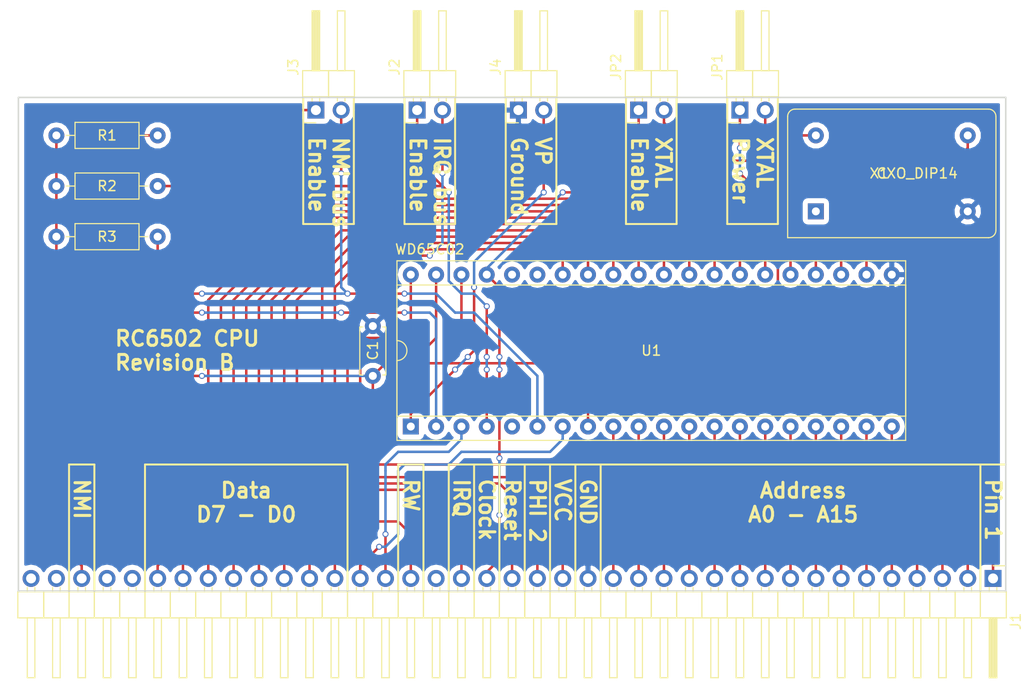
<source format=kicad_pcb>
(kicad_pcb (version 4) (host pcbnew 4.0.6)

  (general
    (links 52)
    (no_connects 0)
    (area 92.634999 91.364999 191.845001 141.045001)
    (thickness 1.6)
    (drawings 60)
    (tracks 326)
    (zones 0)
    (modules 12)
    (nets 41)
  )

  (page A4)
  (layers
    (0 F.Cu signal)
    (31 B.Cu signal)
    (32 B.Adhes user)
    (33 F.Adhes user)
    (34 B.Paste user)
    (35 F.Paste user)
    (36 B.SilkS user hide)
    (37 F.SilkS user)
    (38 B.Mask user)
    (39 F.Mask user)
    (40 Dwgs.User user)
    (41 Cmts.User user)
    (42 Eco1.User user)
    (43 Eco2.User user)
    (44 Edge.Cuts user)
    (45 Margin user)
    (46 B.CrtYd user)
    (47 F.CrtYd user)
    (48 B.Fab user)
    (49 F.Fab user)
  )

  (setup
    (last_trace_width 0.25)
    (trace_clearance 0.2)
    (zone_clearance 0.508)
    (zone_45_only no)
    (trace_min 0.2)
    (segment_width 0.2)
    (edge_width 0.15)
    (via_size 0.6)
    (via_drill 0.4)
    (via_min_size 0.4)
    (via_min_drill 0.3)
    (uvia_size 0.3)
    (uvia_drill 0.1)
    (uvias_allowed no)
    (uvia_min_size 0.2)
    (uvia_min_drill 0.1)
    (pcb_text_width 0.3)
    (pcb_text_size 1.5 1.5)
    (mod_edge_width 0.15)
    (mod_text_size 1 1)
    (mod_text_width 0.15)
    (pad_size 1.524 1.524)
    (pad_drill 0.762)
    (pad_to_mask_clearance 0.2)
    (aux_axis_origin 0 0)
    (grid_origin 136.525 132.08)
    (visible_elements 7FFFFFFF)
    (pcbplotparams
      (layerselection 0x011fc_80000001)
      (usegerberextensions true)
      (excludeedgelayer true)
      (linewidth 0.100000)
      (plotframeref false)
      (viasonmask false)
      (mode 1)
      (useauxorigin false)
      (hpglpennumber 1)
      (hpglpenspeed 20)
      (hpglpendiameter 15)
      (hpglpenoverlay 2)
      (psnegative false)
      (psa4output false)
      (plotreference true)
      (plotvalue true)
      (plotinvisibletext false)
      (padsonsilk false)
      (subtractmaskfromsilk false)
      (outputformat 1)
      (mirror false)
      (drillshape 0)
      (scaleselection 1)
      (outputdirectory "D:/ownCloud/Documents/Projects/RC6502/RC6502 CPU/export/"))
  )

  (net 0 "")
  (net 1 A15)
  (net 2 A14)
  (net 3 A13)
  (net 4 A12)
  (net 5 A11)
  (net 6 A10)
  (net 7 A9)
  (net 8 A8)
  (net 9 A7)
  (net 10 A6)
  (net 11 A5)
  (net 12 A4)
  (net 13 A3)
  (net 14 A2)
  (net 15 A1)
  (net 16 A0)
  (net 17 GND)
  (net 18 VCC)
  (net 19 PHI2)
  (net 20 RESET)
  (net 21 CLOCK)
  (net 22 IRQ)
  (net 23 D0)
  (net 24 D1)
  (net 25 D2)
  (net 26 D3)
  (net 27 D4)
  (net 28 D5)
  (net 29 D6)
  (net 30 D7)
  (net 31 NMI)
  (net 32 "Net-(J2-Pad1)")
  (net 33 "Net-(J3-Pad2)")
  (net 34 "Net-(R1-Pad1)")
  (net 35 "Net-(JP2-Pad2)")
  (net 36 RW)
  (net 37 RDY)
  (net 38 SYNC)
  (net 39 "Net-(J4-Pad2)")
  (net 40 "Net-(JP1-Pad2)")

  (net_class Default "This is the default net class."
    (clearance 0.2)
    (trace_width 0.25)
    (via_dia 0.6)
    (via_drill 0.4)
    (uvia_dia 0.3)
    (uvia_drill 0.1)
    (add_net A0)
    (add_net A1)
    (add_net A10)
    (add_net A11)
    (add_net A12)
    (add_net A13)
    (add_net A14)
    (add_net A15)
    (add_net A2)
    (add_net A3)
    (add_net A4)
    (add_net A5)
    (add_net A6)
    (add_net A7)
    (add_net A8)
    (add_net A9)
    (add_net CLOCK)
    (add_net D0)
    (add_net D1)
    (add_net D2)
    (add_net D3)
    (add_net D4)
    (add_net D5)
    (add_net D6)
    (add_net D7)
    (add_net GND)
    (add_net IRQ)
    (add_net NMI)
    (add_net "Net-(J2-Pad1)")
    (add_net "Net-(J3-Pad2)")
    (add_net "Net-(J4-Pad2)")
    (add_net "Net-(JP1-Pad2)")
    (add_net "Net-(JP2-Pad2)")
    (add_net "Net-(R1-Pad1)")
    (add_net PHI2)
    (add_net RDY)
    (add_net RESET)
    (add_net RW)
    (add_net SYNC)
    (add_net VCC)
  )

  (module Pin_Headers:Pin_Header_Angled_1x39_Pitch2.54mm (layer F.Cu) (tedit 58CD4EC5) (tstamp 590CEA8A)
    (at 190.5 139.7 270)
    (descr "Through hole angled pin header, 1x39, 2.54mm pitch, 6mm pin length, single row")
    (tags "Through hole angled pin header THT 1x39 2.54mm single row")
    (path /590BAB0E)
    (fp_text reference J1 (at 4.315 -2.27 270) (layer F.SilkS)
      (effects (font (size 1 1) (thickness 0.15)))
    )
    (fp_text value CONN_01X39 (at 4.315 98.79 270) (layer F.Fab)
      (effects (font (size 1 1) (thickness 0.15)))
    )
    (fp_line (start 1.4 -1.27) (end 1.4 1.27) (layer F.Fab) (width 0.1))
    (fp_line (start 1.4 1.27) (end 3.9 1.27) (layer F.Fab) (width 0.1))
    (fp_line (start 3.9 1.27) (end 3.9 -1.27) (layer F.Fab) (width 0.1))
    (fp_line (start 3.9 -1.27) (end 1.4 -1.27) (layer F.Fab) (width 0.1))
    (fp_line (start 0 -0.32) (end 0 0.32) (layer F.Fab) (width 0.1))
    (fp_line (start 0 0.32) (end 9.9 0.32) (layer F.Fab) (width 0.1))
    (fp_line (start 9.9 0.32) (end 9.9 -0.32) (layer F.Fab) (width 0.1))
    (fp_line (start 9.9 -0.32) (end 0 -0.32) (layer F.Fab) (width 0.1))
    (fp_line (start 1.4 1.27) (end 1.4 3.81) (layer F.Fab) (width 0.1))
    (fp_line (start 1.4 3.81) (end 3.9 3.81) (layer F.Fab) (width 0.1))
    (fp_line (start 3.9 3.81) (end 3.9 1.27) (layer F.Fab) (width 0.1))
    (fp_line (start 3.9 1.27) (end 1.4 1.27) (layer F.Fab) (width 0.1))
    (fp_line (start 0 2.22) (end 0 2.86) (layer F.Fab) (width 0.1))
    (fp_line (start 0 2.86) (end 9.9 2.86) (layer F.Fab) (width 0.1))
    (fp_line (start 9.9 2.86) (end 9.9 2.22) (layer F.Fab) (width 0.1))
    (fp_line (start 9.9 2.22) (end 0 2.22) (layer F.Fab) (width 0.1))
    (fp_line (start 1.4 3.81) (end 1.4 6.35) (layer F.Fab) (width 0.1))
    (fp_line (start 1.4 6.35) (end 3.9 6.35) (layer F.Fab) (width 0.1))
    (fp_line (start 3.9 6.35) (end 3.9 3.81) (layer F.Fab) (width 0.1))
    (fp_line (start 3.9 3.81) (end 1.4 3.81) (layer F.Fab) (width 0.1))
    (fp_line (start 0 4.76) (end 0 5.4) (layer F.Fab) (width 0.1))
    (fp_line (start 0 5.4) (end 9.9 5.4) (layer F.Fab) (width 0.1))
    (fp_line (start 9.9 5.4) (end 9.9 4.76) (layer F.Fab) (width 0.1))
    (fp_line (start 9.9 4.76) (end 0 4.76) (layer F.Fab) (width 0.1))
    (fp_line (start 1.4 6.35) (end 1.4 8.89) (layer F.Fab) (width 0.1))
    (fp_line (start 1.4 8.89) (end 3.9 8.89) (layer F.Fab) (width 0.1))
    (fp_line (start 3.9 8.89) (end 3.9 6.35) (layer F.Fab) (width 0.1))
    (fp_line (start 3.9 6.35) (end 1.4 6.35) (layer F.Fab) (width 0.1))
    (fp_line (start 0 7.3) (end 0 7.94) (layer F.Fab) (width 0.1))
    (fp_line (start 0 7.94) (end 9.9 7.94) (layer F.Fab) (width 0.1))
    (fp_line (start 9.9 7.94) (end 9.9 7.3) (layer F.Fab) (width 0.1))
    (fp_line (start 9.9 7.3) (end 0 7.3) (layer F.Fab) (width 0.1))
    (fp_line (start 1.4 8.89) (end 1.4 11.43) (layer F.Fab) (width 0.1))
    (fp_line (start 1.4 11.43) (end 3.9 11.43) (layer F.Fab) (width 0.1))
    (fp_line (start 3.9 11.43) (end 3.9 8.89) (layer F.Fab) (width 0.1))
    (fp_line (start 3.9 8.89) (end 1.4 8.89) (layer F.Fab) (width 0.1))
    (fp_line (start 0 9.84) (end 0 10.48) (layer F.Fab) (width 0.1))
    (fp_line (start 0 10.48) (end 9.9 10.48) (layer F.Fab) (width 0.1))
    (fp_line (start 9.9 10.48) (end 9.9 9.84) (layer F.Fab) (width 0.1))
    (fp_line (start 9.9 9.84) (end 0 9.84) (layer F.Fab) (width 0.1))
    (fp_line (start 1.4 11.43) (end 1.4 13.97) (layer F.Fab) (width 0.1))
    (fp_line (start 1.4 13.97) (end 3.9 13.97) (layer F.Fab) (width 0.1))
    (fp_line (start 3.9 13.97) (end 3.9 11.43) (layer F.Fab) (width 0.1))
    (fp_line (start 3.9 11.43) (end 1.4 11.43) (layer F.Fab) (width 0.1))
    (fp_line (start 0 12.38) (end 0 13.02) (layer F.Fab) (width 0.1))
    (fp_line (start 0 13.02) (end 9.9 13.02) (layer F.Fab) (width 0.1))
    (fp_line (start 9.9 13.02) (end 9.9 12.38) (layer F.Fab) (width 0.1))
    (fp_line (start 9.9 12.38) (end 0 12.38) (layer F.Fab) (width 0.1))
    (fp_line (start 1.4 13.97) (end 1.4 16.51) (layer F.Fab) (width 0.1))
    (fp_line (start 1.4 16.51) (end 3.9 16.51) (layer F.Fab) (width 0.1))
    (fp_line (start 3.9 16.51) (end 3.9 13.97) (layer F.Fab) (width 0.1))
    (fp_line (start 3.9 13.97) (end 1.4 13.97) (layer F.Fab) (width 0.1))
    (fp_line (start 0 14.92) (end 0 15.56) (layer F.Fab) (width 0.1))
    (fp_line (start 0 15.56) (end 9.9 15.56) (layer F.Fab) (width 0.1))
    (fp_line (start 9.9 15.56) (end 9.9 14.92) (layer F.Fab) (width 0.1))
    (fp_line (start 9.9 14.92) (end 0 14.92) (layer F.Fab) (width 0.1))
    (fp_line (start 1.4 16.51) (end 1.4 19.05) (layer F.Fab) (width 0.1))
    (fp_line (start 1.4 19.05) (end 3.9 19.05) (layer F.Fab) (width 0.1))
    (fp_line (start 3.9 19.05) (end 3.9 16.51) (layer F.Fab) (width 0.1))
    (fp_line (start 3.9 16.51) (end 1.4 16.51) (layer F.Fab) (width 0.1))
    (fp_line (start 0 17.46) (end 0 18.1) (layer F.Fab) (width 0.1))
    (fp_line (start 0 18.1) (end 9.9 18.1) (layer F.Fab) (width 0.1))
    (fp_line (start 9.9 18.1) (end 9.9 17.46) (layer F.Fab) (width 0.1))
    (fp_line (start 9.9 17.46) (end 0 17.46) (layer F.Fab) (width 0.1))
    (fp_line (start 1.4 19.05) (end 1.4 21.59) (layer F.Fab) (width 0.1))
    (fp_line (start 1.4 21.59) (end 3.9 21.59) (layer F.Fab) (width 0.1))
    (fp_line (start 3.9 21.59) (end 3.9 19.05) (layer F.Fab) (width 0.1))
    (fp_line (start 3.9 19.05) (end 1.4 19.05) (layer F.Fab) (width 0.1))
    (fp_line (start 0 20) (end 0 20.64) (layer F.Fab) (width 0.1))
    (fp_line (start 0 20.64) (end 9.9 20.64) (layer F.Fab) (width 0.1))
    (fp_line (start 9.9 20.64) (end 9.9 20) (layer F.Fab) (width 0.1))
    (fp_line (start 9.9 20) (end 0 20) (layer F.Fab) (width 0.1))
    (fp_line (start 1.4 21.59) (end 1.4 24.13) (layer F.Fab) (width 0.1))
    (fp_line (start 1.4 24.13) (end 3.9 24.13) (layer F.Fab) (width 0.1))
    (fp_line (start 3.9 24.13) (end 3.9 21.59) (layer F.Fab) (width 0.1))
    (fp_line (start 3.9 21.59) (end 1.4 21.59) (layer F.Fab) (width 0.1))
    (fp_line (start 0 22.54) (end 0 23.18) (layer F.Fab) (width 0.1))
    (fp_line (start 0 23.18) (end 9.9 23.18) (layer F.Fab) (width 0.1))
    (fp_line (start 9.9 23.18) (end 9.9 22.54) (layer F.Fab) (width 0.1))
    (fp_line (start 9.9 22.54) (end 0 22.54) (layer F.Fab) (width 0.1))
    (fp_line (start 1.4 24.13) (end 1.4 26.67) (layer F.Fab) (width 0.1))
    (fp_line (start 1.4 26.67) (end 3.9 26.67) (layer F.Fab) (width 0.1))
    (fp_line (start 3.9 26.67) (end 3.9 24.13) (layer F.Fab) (width 0.1))
    (fp_line (start 3.9 24.13) (end 1.4 24.13) (layer F.Fab) (width 0.1))
    (fp_line (start 0 25.08) (end 0 25.72) (layer F.Fab) (width 0.1))
    (fp_line (start 0 25.72) (end 9.9 25.72) (layer F.Fab) (width 0.1))
    (fp_line (start 9.9 25.72) (end 9.9 25.08) (layer F.Fab) (width 0.1))
    (fp_line (start 9.9 25.08) (end 0 25.08) (layer F.Fab) (width 0.1))
    (fp_line (start 1.4 26.67) (end 1.4 29.21) (layer F.Fab) (width 0.1))
    (fp_line (start 1.4 29.21) (end 3.9 29.21) (layer F.Fab) (width 0.1))
    (fp_line (start 3.9 29.21) (end 3.9 26.67) (layer F.Fab) (width 0.1))
    (fp_line (start 3.9 26.67) (end 1.4 26.67) (layer F.Fab) (width 0.1))
    (fp_line (start 0 27.62) (end 0 28.26) (layer F.Fab) (width 0.1))
    (fp_line (start 0 28.26) (end 9.9 28.26) (layer F.Fab) (width 0.1))
    (fp_line (start 9.9 28.26) (end 9.9 27.62) (layer F.Fab) (width 0.1))
    (fp_line (start 9.9 27.62) (end 0 27.62) (layer F.Fab) (width 0.1))
    (fp_line (start 1.4 29.21) (end 1.4 31.75) (layer F.Fab) (width 0.1))
    (fp_line (start 1.4 31.75) (end 3.9 31.75) (layer F.Fab) (width 0.1))
    (fp_line (start 3.9 31.75) (end 3.9 29.21) (layer F.Fab) (width 0.1))
    (fp_line (start 3.9 29.21) (end 1.4 29.21) (layer F.Fab) (width 0.1))
    (fp_line (start 0 30.16) (end 0 30.8) (layer F.Fab) (width 0.1))
    (fp_line (start 0 30.8) (end 9.9 30.8) (layer F.Fab) (width 0.1))
    (fp_line (start 9.9 30.8) (end 9.9 30.16) (layer F.Fab) (width 0.1))
    (fp_line (start 9.9 30.16) (end 0 30.16) (layer F.Fab) (width 0.1))
    (fp_line (start 1.4 31.75) (end 1.4 34.29) (layer F.Fab) (width 0.1))
    (fp_line (start 1.4 34.29) (end 3.9 34.29) (layer F.Fab) (width 0.1))
    (fp_line (start 3.9 34.29) (end 3.9 31.75) (layer F.Fab) (width 0.1))
    (fp_line (start 3.9 31.75) (end 1.4 31.75) (layer F.Fab) (width 0.1))
    (fp_line (start 0 32.7) (end 0 33.34) (layer F.Fab) (width 0.1))
    (fp_line (start 0 33.34) (end 9.9 33.34) (layer F.Fab) (width 0.1))
    (fp_line (start 9.9 33.34) (end 9.9 32.7) (layer F.Fab) (width 0.1))
    (fp_line (start 9.9 32.7) (end 0 32.7) (layer F.Fab) (width 0.1))
    (fp_line (start 1.4 34.29) (end 1.4 36.83) (layer F.Fab) (width 0.1))
    (fp_line (start 1.4 36.83) (end 3.9 36.83) (layer F.Fab) (width 0.1))
    (fp_line (start 3.9 36.83) (end 3.9 34.29) (layer F.Fab) (width 0.1))
    (fp_line (start 3.9 34.29) (end 1.4 34.29) (layer F.Fab) (width 0.1))
    (fp_line (start 0 35.24) (end 0 35.88) (layer F.Fab) (width 0.1))
    (fp_line (start 0 35.88) (end 9.9 35.88) (layer F.Fab) (width 0.1))
    (fp_line (start 9.9 35.88) (end 9.9 35.24) (layer F.Fab) (width 0.1))
    (fp_line (start 9.9 35.24) (end 0 35.24) (layer F.Fab) (width 0.1))
    (fp_line (start 1.4 36.83) (end 1.4 39.37) (layer F.Fab) (width 0.1))
    (fp_line (start 1.4 39.37) (end 3.9 39.37) (layer F.Fab) (width 0.1))
    (fp_line (start 3.9 39.37) (end 3.9 36.83) (layer F.Fab) (width 0.1))
    (fp_line (start 3.9 36.83) (end 1.4 36.83) (layer F.Fab) (width 0.1))
    (fp_line (start 0 37.78) (end 0 38.42) (layer F.Fab) (width 0.1))
    (fp_line (start 0 38.42) (end 9.9 38.42) (layer F.Fab) (width 0.1))
    (fp_line (start 9.9 38.42) (end 9.9 37.78) (layer F.Fab) (width 0.1))
    (fp_line (start 9.9 37.78) (end 0 37.78) (layer F.Fab) (width 0.1))
    (fp_line (start 1.4 39.37) (end 1.4 41.91) (layer F.Fab) (width 0.1))
    (fp_line (start 1.4 41.91) (end 3.9 41.91) (layer F.Fab) (width 0.1))
    (fp_line (start 3.9 41.91) (end 3.9 39.37) (layer F.Fab) (width 0.1))
    (fp_line (start 3.9 39.37) (end 1.4 39.37) (layer F.Fab) (width 0.1))
    (fp_line (start 0 40.32) (end 0 40.96) (layer F.Fab) (width 0.1))
    (fp_line (start 0 40.96) (end 9.9 40.96) (layer F.Fab) (width 0.1))
    (fp_line (start 9.9 40.96) (end 9.9 40.32) (layer F.Fab) (width 0.1))
    (fp_line (start 9.9 40.32) (end 0 40.32) (layer F.Fab) (width 0.1))
    (fp_line (start 1.4 41.91) (end 1.4 44.45) (layer F.Fab) (width 0.1))
    (fp_line (start 1.4 44.45) (end 3.9 44.45) (layer F.Fab) (width 0.1))
    (fp_line (start 3.9 44.45) (end 3.9 41.91) (layer F.Fab) (width 0.1))
    (fp_line (start 3.9 41.91) (end 1.4 41.91) (layer F.Fab) (width 0.1))
    (fp_line (start 0 42.86) (end 0 43.5) (layer F.Fab) (width 0.1))
    (fp_line (start 0 43.5) (end 9.9 43.5) (layer F.Fab) (width 0.1))
    (fp_line (start 9.9 43.5) (end 9.9 42.86) (layer F.Fab) (width 0.1))
    (fp_line (start 9.9 42.86) (end 0 42.86) (layer F.Fab) (width 0.1))
    (fp_line (start 1.4 44.45) (end 1.4 46.99) (layer F.Fab) (width 0.1))
    (fp_line (start 1.4 46.99) (end 3.9 46.99) (layer F.Fab) (width 0.1))
    (fp_line (start 3.9 46.99) (end 3.9 44.45) (layer F.Fab) (width 0.1))
    (fp_line (start 3.9 44.45) (end 1.4 44.45) (layer F.Fab) (width 0.1))
    (fp_line (start 0 45.4) (end 0 46.04) (layer F.Fab) (width 0.1))
    (fp_line (start 0 46.04) (end 9.9 46.04) (layer F.Fab) (width 0.1))
    (fp_line (start 9.9 46.04) (end 9.9 45.4) (layer F.Fab) (width 0.1))
    (fp_line (start 9.9 45.4) (end 0 45.4) (layer F.Fab) (width 0.1))
    (fp_line (start 1.4 46.99) (end 1.4 49.53) (layer F.Fab) (width 0.1))
    (fp_line (start 1.4 49.53) (end 3.9 49.53) (layer F.Fab) (width 0.1))
    (fp_line (start 3.9 49.53) (end 3.9 46.99) (layer F.Fab) (width 0.1))
    (fp_line (start 3.9 46.99) (end 1.4 46.99) (layer F.Fab) (width 0.1))
    (fp_line (start 0 47.94) (end 0 48.58) (layer F.Fab) (width 0.1))
    (fp_line (start 0 48.58) (end 9.9 48.58) (layer F.Fab) (width 0.1))
    (fp_line (start 9.9 48.58) (end 9.9 47.94) (layer F.Fab) (width 0.1))
    (fp_line (start 9.9 47.94) (end 0 47.94) (layer F.Fab) (width 0.1))
    (fp_line (start 1.4 49.53) (end 1.4 52.07) (layer F.Fab) (width 0.1))
    (fp_line (start 1.4 52.07) (end 3.9 52.07) (layer F.Fab) (width 0.1))
    (fp_line (start 3.9 52.07) (end 3.9 49.53) (layer F.Fab) (width 0.1))
    (fp_line (start 3.9 49.53) (end 1.4 49.53) (layer F.Fab) (width 0.1))
    (fp_line (start 0 50.48) (end 0 51.12) (layer F.Fab) (width 0.1))
    (fp_line (start 0 51.12) (end 9.9 51.12) (layer F.Fab) (width 0.1))
    (fp_line (start 9.9 51.12) (end 9.9 50.48) (layer F.Fab) (width 0.1))
    (fp_line (start 9.9 50.48) (end 0 50.48) (layer F.Fab) (width 0.1))
    (fp_line (start 1.4 52.07) (end 1.4 54.61) (layer F.Fab) (width 0.1))
    (fp_line (start 1.4 54.61) (end 3.9 54.61) (layer F.Fab) (width 0.1))
    (fp_line (start 3.9 54.61) (end 3.9 52.07) (layer F.Fab) (width 0.1))
    (fp_line (start 3.9 52.07) (end 1.4 52.07) (layer F.Fab) (width 0.1))
    (fp_line (start 0 53.02) (end 0 53.66) (layer F.Fab) (width 0.1))
    (fp_line (start 0 53.66) (end 9.9 53.66) (layer F.Fab) (width 0.1))
    (fp_line (start 9.9 53.66) (end 9.9 53.02) (layer F.Fab) (width 0.1))
    (fp_line (start 9.9 53.02) (end 0 53.02) (layer F.Fab) (width 0.1))
    (fp_line (start 1.4 54.61) (end 1.4 57.15) (layer F.Fab) (width 0.1))
    (fp_line (start 1.4 57.15) (end 3.9 57.15) (layer F.Fab) (width 0.1))
    (fp_line (start 3.9 57.15) (end 3.9 54.61) (layer F.Fab) (width 0.1))
    (fp_line (start 3.9 54.61) (end 1.4 54.61) (layer F.Fab) (width 0.1))
    (fp_line (start 0 55.56) (end 0 56.2) (layer F.Fab) (width 0.1))
    (fp_line (start 0 56.2) (end 9.9 56.2) (layer F.Fab) (width 0.1))
    (fp_line (start 9.9 56.2) (end 9.9 55.56) (layer F.Fab) (width 0.1))
    (fp_line (start 9.9 55.56) (end 0 55.56) (layer F.Fab) (width 0.1))
    (fp_line (start 1.4 57.15) (end 1.4 59.69) (layer F.Fab) (width 0.1))
    (fp_line (start 1.4 59.69) (end 3.9 59.69) (layer F.Fab) (width 0.1))
    (fp_line (start 3.9 59.69) (end 3.9 57.15) (layer F.Fab) (width 0.1))
    (fp_line (start 3.9 57.15) (end 1.4 57.15) (layer F.Fab) (width 0.1))
    (fp_line (start 0 58.1) (end 0 58.74) (layer F.Fab) (width 0.1))
    (fp_line (start 0 58.74) (end 9.9 58.74) (layer F.Fab) (width 0.1))
    (fp_line (start 9.9 58.74) (end 9.9 58.1) (layer F.Fab) (width 0.1))
    (fp_line (start 9.9 58.1) (end 0 58.1) (layer F.Fab) (width 0.1))
    (fp_line (start 1.4 59.69) (end 1.4 62.23) (layer F.Fab) (width 0.1))
    (fp_line (start 1.4 62.23) (end 3.9 62.23) (layer F.Fab) (width 0.1))
    (fp_line (start 3.9 62.23) (end 3.9 59.69) (layer F.Fab) (width 0.1))
    (fp_line (start 3.9 59.69) (end 1.4 59.69) (layer F.Fab) (width 0.1))
    (fp_line (start 0 60.64) (end 0 61.28) (layer F.Fab) (width 0.1))
    (fp_line (start 0 61.28) (end 9.9 61.28) (layer F.Fab) (width 0.1))
    (fp_line (start 9.9 61.28) (end 9.9 60.64) (layer F.Fab) (width 0.1))
    (fp_line (start 9.9 60.64) (end 0 60.64) (layer F.Fab) (width 0.1))
    (fp_line (start 1.4 62.23) (end 1.4 64.77) (layer F.Fab) (width 0.1))
    (fp_line (start 1.4 64.77) (end 3.9 64.77) (layer F.Fab) (width 0.1))
    (fp_line (start 3.9 64.77) (end 3.9 62.23) (layer F.Fab) (width 0.1))
    (fp_line (start 3.9 62.23) (end 1.4 62.23) (layer F.Fab) (width 0.1))
    (fp_line (start 0 63.18) (end 0 63.82) (layer F.Fab) (width 0.1))
    (fp_line (start 0 63.82) (end 9.9 63.82) (layer F.Fab) (width 0.1))
    (fp_line (start 9.9 63.82) (end 9.9 63.18) (layer F.Fab) (width 0.1))
    (fp_line (start 9.9 63.18) (end 0 63.18) (layer F.Fab) (width 0.1))
    (fp_line (start 1.4 64.77) (end 1.4 67.31) (layer F.Fab) (width 0.1))
    (fp_line (start 1.4 67.31) (end 3.9 67.31) (layer F.Fab) (width 0.1))
    (fp_line (start 3.9 67.31) (end 3.9 64.77) (layer F.Fab) (width 0.1))
    (fp_line (start 3.9 64.77) (end 1.4 64.77) (layer F.Fab) (width 0.1))
    (fp_line (start 0 65.72) (end 0 66.36) (layer F.Fab) (width 0.1))
    (fp_line (start 0 66.36) (end 9.9 66.36) (layer F.Fab) (width 0.1))
    (fp_line (start 9.9 66.36) (end 9.9 65.72) (layer F.Fab) (width 0.1))
    (fp_line (start 9.9 65.72) (end 0 65.72) (layer F.Fab) (width 0.1))
    (fp_line (start 1.4 67.31) (end 1.4 69.85) (layer F.Fab) (width 0.1))
    (fp_line (start 1.4 69.85) (end 3.9 69.85) (layer F.Fab) (width 0.1))
    (fp_line (start 3.9 69.85) (end 3.9 67.31) (layer F.Fab) (width 0.1))
    (fp_line (start 3.9 67.31) (end 1.4 67.31) (layer F.Fab) (width 0.1))
    (fp_line (start 0 68.26) (end 0 68.9) (layer F.Fab) (width 0.1))
    (fp_line (start 0 68.9) (end 9.9 68.9) (layer F.Fab) (width 0.1))
    (fp_line (start 9.9 68.9) (end 9.9 68.26) (layer F.Fab) (width 0.1))
    (fp_line (start 9.9 68.26) (end 0 68.26) (layer F.Fab) (width 0.1))
    (fp_line (start 1.4 69.85) (end 1.4 72.39) (layer F.Fab) (width 0.1))
    (fp_line (start 1.4 72.39) (end 3.9 72.39) (layer F.Fab) (width 0.1))
    (fp_line (start 3.9 72.39) (end 3.9 69.85) (layer F.Fab) (width 0.1))
    (fp_line (start 3.9 69.85) (end 1.4 69.85) (layer F.Fab) (width 0.1))
    (fp_line (start 0 70.8) (end 0 71.44) (layer F.Fab) (width 0.1))
    (fp_line (start 0 71.44) (end 9.9 71.44) (layer F.Fab) (width 0.1))
    (fp_line (start 9.9 71.44) (end 9.9 70.8) (layer F.Fab) (width 0.1))
    (fp_line (start 9.9 70.8) (end 0 70.8) (layer F.Fab) (width 0.1))
    (fp_line (start 1.4 72.39) (end 1.4 74.93) (layer F.Fab) (width 0.1))
    (fp_line (start 1.4 74.93) (end 3.9 74.93) (layer F.Fab) (width 0.1))
    (fp_line (start 3.9 74.93) (end 3.9 72.39) (layer F.Fab) (width 0.1))
    (fp_line (start 3.9 72.39) (end 1.4 72.39) (layer F.Fab) (width 0.1))
    (fp_line (start 0 73.34) (end 0 73.98) (layer F.Fab) (width 0.1))
    (fp_line (start 0 73.98) (end 9.9 73.98) (layer F.Fab) (width 0.1))
    (fp_line (start 9.9 73.98) (end 9.9 73.34) (layer F.Fab) (width 0.1))
    (fp_line (start 9.9 73.34) (end 0 73.34) (layer F.Fab) (width 0.1))
    (fp_line (start 1.4 74.93) (end 1.4 77.47) (layer F.Fab) (width 0.1))
    (fp_line (start 1.4 77.47) (end 3.9 77.47) (layer F.Fab) (width 0.1))
    (fp_line (start 3.9 77.47) (end 3.9 74.93) (layer F.Fab) (width 0.1))
    (fp_line (start 3.9 74.93) (end 1.4 74.93) (layer F.Fab) (width 0.1))
    (fp_line (start 0 75.88) (end 0 76.52) (layer F.Fab) (width 0.1))
    (fp_line (start 0 76.52) (end 9.9 76.52) (layer F.Fab) (width 0.1))
    (fp_line (start 9.9 76.52) (end 9.9 75.88) (layer F.Fab) (width 0.1))
    (fp_line (start 9.9 75.88) (end 0 75.88) (layer F.Fab) (width 0.1))
    (fp_line (start 1.4 77.47) (end 1.4 80.01) (layer F.Fab) (width 0.1))
    (fp_line (start 1.4 80.01) (end 3.9 80.01) (layer F.Fab) (width 0.1))
    (fp_line (start 3.9 80.01) (end 3.9 77.47) (layer F.Fab) (width 0.1))
    (fp_line (start 3.9 77.47) (end 1.4 77.47) (layer F.Fab) (width 0.1))
    (fp_line (start 0 78.42) (end 0 79.06) (layer F.Fab) (width 0.1))
    (fp_line (start 0 79.06) (end 9.9 79.06) (layer F.Fab) (width 0.1))
    (fp_line (start 9.9 79.06) (end 9.9 78.42) (layer F.Fab) (width 0.1))
    (fp_line (start 9.9 78.42) (end 0 78.42) (layer F.Fab) (width 0.1))
    (fp_line (start 1.4 80.01) (end 1.4 82.55) (layer F.Fab) (width 0.1))
    (fp_line (start 1.4 82.55) (end 3.9 82.55) (layer F.Fab) (width 0.1))
    (fp_line (start 3.9 82.55) (end 3.9 80.01) (layer F.Fab) (width 0.1))
    (fp_line (start 3.9 80.01) (end 1.4 80.01) (layer F.Fab) (width 0.1))
    (fp_line (start 0 80.96) (end 0 81.6) (layer F.Fab) (width 0.1))
    (fp_line (start 0 81.6) (end 9.9 81.6) (layer F.Fab) (width 0.1))
    (fp_line (start 9.9 81.6) (end 9.9 80.96) (layer F.Fab) (width 0.1))
    (fp_line (start 9.9 80.96) (end 0 80.96) (layer F.Fab) (width 0.1))
    (fp_line (start 1.4 82.55) (end 1.4 85.09) (layer F.Fab) (width 0.1))
    (fp_line (start 1.4 85.09) (end 3.9 85.09) (layer F.Fab) (width 0.1))
    (fp_line (start 3.9 85.09) (end 3.9 82.55) (layer F.Fab) (width 0.1))
    (fp_line (start 3.9 82.55) (end 1.4 82.55) (layer F.Fab) (width 0.1))
    (fp_line (start 0 83.5) (end 0 84.14) (layer F.Fab) (width 0.1))
    (fp_line (start 0 84.14) (end 9.9 84.14) (layer F.Fab) (width 0.1))
    (fp_line (start 9.9 84.14) (end 9.9 83.5) (layer F.Fab) (width 0.1))
    (fp_line (start 9.9 83.5) (end 0 83.5) (layer F.Fab) (width 0.1))
    (fp_line (start 1.4 85.09) (end 1.4 87.63) (layer F.Fab) (width 0.1))
    (fp_line (start 1.4 87.63) (end 3.9 87.63) (layer F.Fab) (width 0.1))
    (fp_line (start 3.9 87.63) (end 3.9 85.09) (layer F.Fab) (width 0.1))
    (fp_line (start 3.9 85.09) (end 1.4 85.09) (layer F.Fab) (width 0.1))
    (fp_line (start 0 86.04) (end 0 86.68) (layer F.Fab) (width 0.1))
    (fp_line (start 0 86.68) (end 9.9 86.68) (layer F.Fab) (width 0.1))
    (fp_line (start 9.9 86.68) (end 9.9 86.04) (layer F.Fab) (width 0.1))
    (fp_line (start 9.9 86.04) (end 0 86.04) (layer F.Fab) (width 0.1))
    (fp_line (start 1.4 87.63) (end 1.4 90.17) (layer F.Fab) (width 0.1))
    (fp_line (start 1.4 90.17) (end 3.9 90.17) (layer F.Fab) (width 0.1))
    (fp_line (start 3.9 90.17) (end 3.9 87.63) (layer F.Fab) (width 0.1))
    (fp_line (start 3.9 87.63) (end 1.4 87.63) (layer F.Fab) (width 0.1))
    (fp_line (start 0 88.58) (end 0 89.22) (layer F.Fab) (width 0.1))
    (fp_line (start 0 89.22) (end 9.9 89.22) (layer F.Fab) (width 0.1))
    (fp_line (start 9.9 89.22) (end 9.9 88.58) (layer F.Fab) (width 0.1))
    (fp_line (start 9.9 88.58) (end 0 88.58) (layer F.Fab) (width 0.1))
    (fp_line (start 1.4 90.17) (end 1.4 92.71) (layer F.Fab) (width 0.1))
    (fp_line (start 1.4 92.71) (end 3.9 92.71) (layer F.Fab) (width 0.1))
    (fp_line (start 3.9 92.71) (end 3.9 90.17) (layer F.Fab) (width 0.1))
    (fp_line (start 3.9 90.17) (end 1.4 90.17) (layer F.Fab) (width 0.1))
    (fp_line (start 0 91.12) (end 0 91.76) (layer F.Fab) (width 0.1))
    (fp_line (start 0 91.76) (end 9.9 91.76) (layer F.Fab) (width 0.1))
    (fp_line (start 9.9 91.76) (end 9.9 91.12) (layer F.Fab) (width 0.1))
    (fp_line (start 9.9 91.12) (end 0 91.12) (layer F.Fab) (width 0.1))
    (fp_line (start 1.4 92.71) (end 1.4 95.25) (layer F.Fab) (width 0.1))
    (fp_line (start 1.4 95.25) (end 3.9 95.25) (layer F.Fab) (width 0.1))
    (fp_line (start 3.9 95.25) (end 3.9 92.71) (layer F.Fab) (width 0.1))
    (fp_line (start 3.9 92.71) (end 1.4 92.71) (layer F.Fab) (width 0.1))
    (fp_line (start 0 93.66) (end 0 94.3) (layer F.Fab) (width 0.1))
    (fp_line (start 0 94.3) (end 9.9 94.3) (layer F.Fab) (width 0.1))
    (fp_line (start 9.9 94.3) (end 9.9 93.66) (layer F.Fab) (width 0.1))
    (fp_line (start 9.9 93.66) (end 0 93.66) (layer F.Fab) (width 0.1))
    (fp_line (start 1.4 95.25) (end 1.4 97.79) (layer F.Fab) (width 0.1))
    (fp_line (start 1.4 97.79) (end 3.9 97.79) (layer F.Fab) (width 0.1))
    (fp_line (start 3.9 97.79) (end 3.9 95.25) (layer F.Fab) (width 0.1))
    (fp_line (start 3.9 95.25) (end 1.4 95.25) (layer F.Fab) (width 0.1))
    (fp_line (start 0 96.2) (end 0 96.84) (layer F.Fab) (width 0.1))
    (fp_line (start 0 96.84) (end 9.9 96.84) (layer F.Fab) (width 0.1))
    (fp_line (start 9.9 96.84) (end 9.9 96.2) (layer F.Fab) (width 0.1))
    (fp_line (start 9.9 96.2) (end 0 96.2) (layer F.Fab) (width 0.1))
    (fp_line (start 1.34 -1.33) (end 1.34 1.27) (layer F.SilkS) (width 0.12))
    (fp_line (start 1.34 1.27) (end 3.96 1.27) (layer F.SilkS) (width 0.12))
    (fp_line (start 3.96 1.27) (end 3.96 -1.33) (layer F.SilkS) (width 0.12))
    (fp_line (start 3.96 -1.33) (end 1.34 -1.33) (layer F.SilkS) (width 0.12))
    (fp_line (start 3.96 -0.38) (end 3.96 0.38) (layer F.SilkS) (width 0.12))
    (fp_line (start 3.96 0.38) (end 9.96 0.38) (layer F.SilkS) (width 0.12))
    (fp_line (start 9.96 0.38) (end 9.96 -0.38) (layer F.SilkS) (width 0.12))
    (fp_line (start 9.96 -0.38) (end 3.96 -0.38) (layer F.SilkS) (width 0.12))
    (fp_line (start 0.91 -0.38) (end 1.34 -0.38) (layer F.SilkS) (width 0.12))
    (fp_line (start 0.91 0.38) (end 1.34 0.38) (layer F.SilkS) (width 0.12))
    (fp_line (start 3.96 -0.26) (end 9.96 -0.26) (layer F.SilkS) (width 0.12))
    (fp_line (start 3.96 -0.14) (end 9.96 -0.14) (layer F.SilkS) (width 0.12))
    (fp_line (start 3.96 -0.02) (end 9.96 -0.02) (layer F.SilkS) (width 0.12))
    (fp_line (start 3.96 0.1) (end 9.96 0.1) (layer F.SilkS) (width 0.12))
    (fp_line (start 3.96 0.22) (end 9.96 0.22) (layer F.SilkS) (width 0.12))
    (fp_line (start 3.96 0.34) (end 9.96 0.34) (layer F.SilkS) (width 0.12))
    (fp_line (start 1.34 1.27) (end 1.34 3.81) (layer F.SilkS) (width 0.12))
    (fp_line (start 1.34 3.81) (end 3.96 3.81) (layer F.SilkS) (width 0.12))
    (fp_line (start 3.96 3.81) (end 3.96 1.27) (layer F.SilkS) (width 0.12))
    (fp_line (start 3.96 1.27) (end 1.34 1.27) (layer F.SilkS) (width 0.12))
    (fp_line (start 3.96 2.16) (end 3.96 2.92) (layer F.SilkS) (width 0.12))
    (fp_line (start 3.96 2.92) (end 9.96 2.92) (layer F.SilkS) (width 0.12))
    (fp_line (start 9.96 2.92) (end 9.96 2.16) (layer F.SilkS) (width 0.12))
    (fp_line (start 9.96 2.16) (end 3.96 2.16) (layer F.SilkS) (width 0.12))
    (fp_line (start 0.91 2.16) (end 1.34 2.16) (layer F.SilkS) (width 0.12))
    (fp_line (start 0.91 2.92) (end 1.34 2.92) (layer F.SilkS) (width 0.12))
    (fp_line (start 1.34 3.81) (end 1.34 6.35) (layer F.SilkS) (width 0.12))
    (fp_line (start 1.34 6.35) (end 3.96 6.35) (layer F.SilkS) (width 0.12))
    (fp_line (start 3.96 6.35) (end 3.96 3.81) (layer F.SilkS) (width 0.12))
    (fp_line (start 3.96 3.81) (end 1.34 3.81) (layer F.SilkS) (width 0.12))
    (fp_line (start 3.96 4.7) (end 3.96 5.46) (layer F.SilkS) (width 0.12))
    (fp_line (start 3.96 5.46) (end 9.96 5.46) (layer F.SilkS) (width 0.12))
    (fp_line (start 9.96 5.46) (end 9.96 4.7) (layer F.SilkS) (width 0.12))
    (fp_line (start 9.96 4.7) (end 3.96 4.7) (layer F.SilkS) (width 0.12))
    (fp_line (start 0.91 4.7) (end 1.34 4.7) (layer F.SilkS) (width 0.12))
    (fp_line (start 0.91 5.46) (end 1.34 5.46) (layer F.SilkS) (width 0.12))
    (fp_line (start 1.34 6.35) (end 1.34 8.89) (layer F.SilkS) (width 0.12))
    (fp_line (start 1.34 8.89) (end 3.96 8.89) (layer F.SilkS) (width 0.12))
    (fp_line (start 3.96 8.89) (end 3.96 6.35) (layer F.SilkS) (width 0.12))
    (fp_line (start 3.96 6.35) (end 1.34 6.35) (layer F.SilkS) (width 0.12))
    (fp_line (start 3.96 7.24) (end 3.96 8) (layer F.SilkS) (width 0.12))
    (fp_line (start 3.96 8) (end 9.96 8) (layer F.SilkS) (width 0.12))
    (fp_line (start 9.96 8) (end 9.96 7.24) (layer F.SilkS) (width 0.12))
    (fp_line (start 9.96 7.24) (end 3.96 7.24) (layer F.SilkS) (width 0.12))
    (fp_line (start 0.91 7.24) (end 1.34 7.24) (layer F.SilkS) (width 0.12))
    (fp_line (start 0.91 8) (end 1.34 8) (layer F.SilkS) (width 0.12))
    (fp_line (start 1.34 8.89) (end 1.34 11.43) (layer F.SilkS) (width 0.12))
    (fp_line (start 1.34 11.43) (end 3.96 11.43) (layer F.SilkS) (width 0.12))
    (fp_line (start 3.96 11.43) (end 3.96 8.89) (layer F.SilkS) (width 0.12))
    (fp_line (start 3.96 8.89) (end 1.34 8.89) (layer F.SilkS) (width 0.12))
    (fp_line (start 3.96 9.78) (end 3.96 10.54) (layer F.SilkS) (width 0.12))
    (fp_line (start 3.96 10.54) (end 9.96 10.54) (layer F.SilkS) (width 0.12))
    (fp_line (start 9.96 10.54) (end 9.96 9.78) (layer F.SilkS) (width 0.12))
    (fp_line (start 9.96 9.78) (end 3.96 9.78) (layer F.SilkS) (width 0.12))
    (fp_line (start 0.91 9.78) (end 1.34 9.78) (layer F.SilkS) (width 0.12))
    (fp_line (start 0.91 10.54) (end 1.34 10.54) (layer F.SilkS) (width 0.12))
    (fp_line (start 1.34 11.43) (end 1.34 13.97) (layer F.SilkS) (width 0.12))
    (fp_line (start 1.34 13.97) (end 3.96 13.97) (layer F.SilkS) (width 0.12))
    (fp_line (start 3.96 13.97) (end 3.96 11.43) (layer F.SilkS) (width 0.12))
    (fp_line (start 3.96 11.43) (end 1.34 11.43) (layer F.SilkS) (width 0.12))
    (fp_line (start 3.96 12.32) (end 3.96 13.08) (layer F.SilkS) (width 0.12))
    (fp_line (start 3.96 13.08) (end 9.96 13.08) (layer F.SilkS) (width 0.12))
    (fp_line (start 9.96 13.08) (end 9.96 12.32) (layer F.SilkS) (width 0.12))
    (fp_line (start 9.96 12.32) (end 3.96 12.32) (layer F.SilkS) (width 0.12))
    (fp_line (start 0.91 12.32) (end 1.34 12.32) (layer F.SilkS) (width 0.12))
    (fp_line (start 0.91 13.08) (end 1.34 13.08) (layer F.SilkS) (width 0.12))
    (fp_line (start 1.34 13.97) (end 1.34 16.51) (layer F.SilkS) (width 0.12))
    (fp_line (start 1.34 16.51) (end 3.96 16.51) (layer F.SilkS) (width 0.12))
    (fp_line (start 3.96 16.51) (end 3.96 13.97) (layer F.SilkS) (width 0.12))
    (fp_line (start 3.96 13.97) (end 1.34 13.97) (layer F.SilkS) (width 0.12))
    (fp_line (start 3.96 14.86) (end 3.96 15.62) (layer F.SilkS) (width 0.12))
    (fp_line (start 3.96 15.62) (end 9.96 15.62) (layer F.SilkS) (width 0.12))
    (fp_line (start 9.96 15.62) (end 9.96 14.86) (layer F.SilkS) (width 0.12))
    (fp_line (start 9.96 14.86) (end 3.96 14.86) (layer F.SilkS) (width 0.12))
    (fp_line (start 0.91 14.86) (end 1.34 14.86) (layer F.SilkS) (width 0.12))
    (fp_line (start 0.91 15.62) (end 1.34 15.62) (layer F.SilkS) (width 0.12))
    (fp_line (start 1.34 16.51) (end 1.34 19.05) (layer F.SilkS) (width 0.12))
    (fp_line (start 1.34 19.05) (end 3.96 19.05) (layer F.SilkS) (width 0.12))
    (fp_line (start 3.96 19.05) (end 3.96 16.51) (layer F.SilkS) (width 0.12))
    (fp_line (start 3.96 16.51) (end 1.34 16.51) (layer F.SilkS) (width 0.12))
    (fp_line (start 3.96 17.4) (end 3.96 18.16) (layer F.SilkS) (width 0.12))
    (fp_line (start 3.96 18.16) (end 9.96 18.16) (layer F.SilkS) (width 0.12))
    (fp_line (start 9.96 18.16) (end 9.96 17.4) (layer F.SilkS) (width 0.12))
    (fp_line (start 9.96 17.4) (end 3.96 17.4) (layer F.SilkS) (width 0.12))
    (fp_line (start 0.91 17.4) (end 1.34 17.4) (layer F.SilkS) (width 0.12))
    (fp_line (start 0.91 18.16) (end 1.34 18.16) (layer F.SilkS) (width 0.12))
    (fp_line (start 1.34 19.05) (end 1.34 21.59) (layer F.SilkS) (width 0.12))
    (fp_line (start 1.34 21.59) (end 3.96 21.59) (layer F.SilkS) (width 0.12))
    (fp_line (start 3.96 21.59) (end 3.96 19.05) (layer F.SilkS) (width 0.12))
    (fp_line (start 3.96 19.05) (end 1.34 19.05) (layer F.SilkS) (width 0.12))
    (fp_line (start 3.96 19.94) (end 3.96 20.7) (layer F.SilkS) (width 0.12))
    (fp_line (start 3.96 20.7) (end 9.96 20.7) (layer F.SilkS) (width 0.12))
    (fp_line (start 9.96 20.7) (end 9.96 19.94) (layer F.SilkS) (width 0.12))
    (fp_line (start 9.96 19.94) (end 3.96 19.94) (layer F.SilkS) (width 0.12))
    (fp_line (start 0.91 19.94) (end 1.34 19.94) (layer F.SilkS) (width 0.12))
    (fp_line (start 0.91 20.7) (end 1.34 20.7) (layer F.SilkS) (width 0.12))
    (fp_line (start 1.34 21.59) (end 1.34 24.13) (layer F.SilkS) (width 0.12))
    (fp_line (start 1.34 24.13) (end 3.96 24.13) (layer F.SilkS) (width 0.12))
    (fp_line (start 3.96 24.13) (end 3.96 21.59) (layer F.SilkS) (width 0.12))
    (fp_line (start 3.96 21.59) (end 1.34 21.59) (layer F.SilkS) (width 0.12))
    (fp_line (start 3.96 22.48) (end 3.96 23.24) (layer F.SilkS) (width 0.12))
    (fp_line (start 3.96 23.24) (end 9.96 23.24) (layer F.SilkS) (width 0.12))
    (fp_line (start 9.96 23.24) (end 9.96 22.48) (layer F.SilkS) (width 0.12))
    (fp_line (start 9.96 22.48) (end 3.96 22.48) (layer F.SilkS) (width 0.12))
    (fp_line (start 0.91 22.48) (end 1.34 22.48) (layer F.SilkS) (width 0.12))
    (fp_line (start 0.91 23.24) (end 1.34 23.24) (layer F.SilkS) (width 0.12))
    (fp_line (start 1.34 24.13) (end 1.34 26.67) (layer F.SilkS) (width 0.12))
    (fp_line (start 1.34 26.67) (end 3.96 26.67) (layer F.SilkS) (width 0.12))
    (fp_line (start 3.96 26.67) (end 3.96 24.13) (layer F.SilkS) (width 0.12))
    (fp_line (start 3.96 24.13) (end 1.34 24.13) (layer F.SilkS) (width 0.12))
    (fp_line (start 3.96 25.02) (end 3.96 25.78) (layer F.SilkS) (width 0.12))
    (fp_line (start 3.96 25.78) (end 9.96 25.78) (layer F.SilkS) (width 0.12))
    (fp_line (start 9.96 25.78) (end 9.96 25.02) (layer F.SilkS) (width 0.12))
    (fp_line (start 9.96 25.02) (end 3.96 25.02) (layer F.SilkS) (width 0.12))
    (fp_line (start 0.91 25.02) (end 1.34 25.02) (layer F.SilkS) (width 0.12))
    (fp_line (start 0.91 25.78) (end 1.34 25.78) (layer F.SilkS) (width 0.12))
    (fp_line (start 1.34 26.67) (end 1.34 29.21) (layer F.SilkS) (width 0.12))
    (fp_line (start 1.34 29.21) (end 3.96 29.21) (layer F.SilkS) (width 0.12))
    (fp_line (start 3.96 29.21) (end 3.96 26.67) (layer F.SilkS) (width 0.12))
    (fp_line (start 3.96 26.67) (end 1.34 26.67) (layer F.SilkS) (width 0.12))
    (fp_line (start 3.96 27.56) (end 3.96 28.32) (layer F.SilkS) (width 0.12))
    (fp_line (start 3.96 28.32) (end 9.96 28.32) (layer F.SilkS) (width 0.12))
    (fp_line (start 9.96 28.32) (end 9.96 27.56) (layer F.SilkS) (width 0.12))
    (fp_line (start 9.96 27.56) (end 3.96 27.56) (layer F.SilkS) (width 0.12))
    (fp_line (start 0.91 27.56) (end 1.34 27.56) (layer F.SilkS) (width 0.12))
    (fp_line (start 0.91 28.32) (end 1.34 28.32) (layer F.SilkS) (width 0.12))
    (fp_line (start 1.34 29.21) (end 1.34 31.75) (layer F.SilkS) (width 0.12))
    (fp_line (start 1.34 31.75) (end 3.96 31.75) (layer F.SilkS) (width 0.12))
    (fp_line (start 3.96 31.75) (end 3.96 29.21) (layer F.SilkS) (width 0.12))
    (fp_line (start 3.96 29.21) (end 1.34 29.21) (layer F.SilkS) (width 0.12))
    (fp_line (start 3.96 30.1) (end 3.96 30.86) (layer F.SilkS) (width 0.12))
    (fp_line (start 3.96 30.86) (end 9.96 30.86) (layer F.SilkS) (width 0.12))
    (fp_line (start 9.96 30.86) (end 9.96 30.1) (layer F.SilkS) (width 0.12))
    (fp_line (start 9.96 30.1) (end 3.96 30.1) (layer F.SilkS) (width 0.12))
    (fp_line (start 0.91 30.1) (end 1.34 30.1) (layer F.SilkS) (width 0.12))
    (fp_line (start 0.91 30.86) (end 1.34 30.86) (layer F.SilkS) (width 0.12))
    (fp_line (start 1.34 31.75) (end 1.34 34.29) (layer F.SilkS) (width 0.12))
    (fp_line (start 1.34 34.29) (end 3.96 34.29) (layer F.SilkS) (width 0.12))
    (fp_line (start 3.96 34.29) (end 3.96 31.75) (layer F.SilkS) (width 0.12))
    (fp_line (start 3.96 31.75) (end 1.34 31.75) (layer F.SilkS) (width 0.12))
    (fp_line (start 3.96 32.64) (end 3.96 33.4) (layer F.SilkS) (width 0.12))
    (fp_line (start 3.96 33.4) (end 9.96 33.4) (layer F.SilkS) (width 0.12))
    (fp_line (start 9.96 33.4) (end 9.96 32.64) (layer F.SilkS) (width 0.12))
    (fp_line (start 9.96 32.64) (end 3.96 32.64) (layer F.SilkS) (width 0.12))
    (fp_line (start 0.91 32.64) (end 1.34 32.64) (layer F.SilkS) (width 0.12))
    (fp_line (start 0.91 33.4) (end 1.34 33.4) (layer F.SilkS) (width 0.12))
    (fp_line (start 1.34 34.29) (end 1.34 36.83) (layer F.SilkS) (width 0.12))
    (fp_line (start 1.34 36.83) (end 3.96 36.83) (layer F.SilkS) (width 0.12))
    (fp_line (start 3.96 36.83) (end 3.96 34.29) (layer F.SilkS) (width 0.12))
    (fp_line (start 3.96 34.29) (end 1.34 34.29) (layer F.SilkS) (width 0.12))
    (fp_line (start 3.96 35.18) (end 3.96 35.94) (layer F.SilkS) (width 0.12))
    (fp_line (start 3.96 35.94) (end 9.96 35.94) (layer F.SilkS) (width 0.12))
    (fp_line (start 9.96 35.94) (end 9.96 35.18) (layer F.SilkS) (width 0.12))
    (fp_line (start 9.96 35.18) (end 3.96 35.18) (layer F.SilkS) (width 0.12))
    (fp_line (start 0.91 35.18) (end 1.34 35.18) (layer F.SilkS) (width 0.12))
    (fp_line (start 0.91 35.94) (end 1.34 35.94) (layer F.SilkS) (width 0.12))
    (fp_line (start 1.34 36.83) (end 1.34 39.37) (layer F.SilkS) (width 0.12))
    (fp_line (start 1.34 39.37) (end 3.96 39.37) (layer F.SilkS) (width 0.12))
    (fp_line (start 3.96 39.37) (end 3.96 36.83) (layer F.SilkS) (width 0.12))
    (fp_line (start 3.96 36.83) (end 1.34 36.83) (layer F.SilkS) (width 0.12))
    (fp_line (start 3.96 37.72) (end 3.96 38.48) (layer F.SilkS) (width 0.12))
    (fp_line (start 3.96 38.48) (end 9.96 38.48) (layer F.SilkS) (width 0.12))
    (fp_line (start 9.96 38.48) (end 9.96 37.72) (layer F.SilkS) (width 0.12))
    (fp_line (start 9.96 37.72) (end 3.96 37.72) (layer F.SilkS) (width 0.12))
    (fp_line (start 0.91 37.72) (end 1.34 37.72) (layer F.SilkS) (width 0.12))
    (fp_line (start 0.91 38.48) (end 1.34 38.48) (layer F.SilkS) (width 0.12))
    (fp_line (start 1.34 39.37) (end 1.34 41.91) (layer F.SilkS) (width 0.12))
    (fp_line (start 1.34 41.91) (end 3.96 41.91) (layer F.SilkS) (width 0.12))
    (fp_line (start 3.96 41.91) (end 3.96 39.37) (layer F.SilkS) (width 0.12))
    (fp_line (start 3.96 39.37) (end 1.34 39.37) (layer F.SilkS) (width 0.12))
    (fp_line (start 3.96 40.26) (end 3.96 41.02) (layer F.SilkS) (width 0.12))
    (fp_line (start 3.96 41.02) (end 9.96 41.02) (layer F.SilkS) (width 0.12))
    (fp_line (start 9.96 41.02) (end 9.96 40.26) (layer F.SilkS) (width 0.12))
    (fp_line (start 9.96 40.26) (end 3.96 40.26) (layer F.SilkS) (width 0.12))
    (fp_line (start 0.91 40.26) (end 1.34 40.26) (layer F.SilkS) (width 0.12))
    (fp_line (start 0.91 41.02) (end 1.34 41.02) (layer F.SilkS) (width 0.12))
    (fp_line (start 1.34 41.91) (end 1.34 44.45) (layer F.SilkS) (width 0.12))
    (fp_line (start 1.34 44.45) (end 3.96 44.45) (layer F.SilkS) (width 0.12))
    (fp_line (start 3.96 44.45) (end 3.96 41.91) (layer F.SilkS) (width 0.12))
    (fp_line (start 3.96 41.91) (end 1.34 41.91) (layer F.SilkS) (width 0.12))
    (fp_line (start 3.96 42.8) (end 3.96 43.56) (layer F.SilkS) (width 0.12))
    (fp_line (start 3.96 43.56) (end 9.96 43.56) (layer F.SilkS) (width 0.12))
    (fp_line (start 9.96 43.56) (end 9.96 42.8) (layer F.SilkS) (width 0.12))
    (fp_line (start 9.96 42.8) (end 3.96 42.8) (layer F.SilkS) (width 0.12))
    (fp_line (start 0.91 42.8) (end 1.34 42.8) (layer F.SilkS) (width 0.12))
    (fp_line (start 0.91 43.56) (end 1.34 43.56) (layer F.SilkS) (width 0.12))
    (fp_line (start 1.34 44.45) (end 1.34 46.99) (layer F.SilkS) (width 0.12))
    (fp_line (start 1.34 46.99) (end 3.96 46.99) (layer F.SilkS) (width 0.12))
    (fp_line (start 3.96 46.99) (end 3.96 44.45) (layer F.SilkS) (width 0.12))
    (fp_line (start 3.96 44.45) (end 1.34 44.45) (layer F.SilkS) (width 0.12))
    (fp_line (start 3.96 45.34) (end 3.96 46.1) (layer F.SilkS) (width 0.12))
    (fp_line (start 3.96 46.1) (end 9.96 46.1) (layer F.SilkS) (width 0.12))
    (fp_line (start 9.96 46.1) (end 9.96 45.34) (layer F.SilkS) (width 0.12))
    (fp_line (start 9.96 45.34) (end 3.96 45.34) (layer F.SilkS) (width 0.12))
    (fp_line (start 0.91 45.34) (end 1.34 45.34) (layer F.SilkS) (width 0.12))
    (fp_line (start 0.91 46.1) (end 1.34 46.1) (layer F.SilkS) (width 0.12))
    (fp_line (start 1.34 46.99) (end 1.34 49.53) (layer F.SilkS) (width 0.12))
    (fp_line (start 1.34 49.53) (end 3.96 49.53) (layer F.SilkS) (width 0.12))
    (fp_line (start 3.96 49.53) (end 3.96 46.99) (layer F.SilkS) (width 0.12))
    (fp_line (start 3.96 46.99) (end 1.34 46.99) (layer F.SilkS) (width 0.12))
    (fp_line (start 3.96 47.88) (end 3.96 48.64) (layer F.SilkS) (width 0.12))
    (fp_line (start 3.96 48.64) (end 9.96 48.64) (layer F.SilkS) (width 0.12))
    (fp_line (start 9.96 48.64) (end 9.96 47.88) (layer F.SilkS) (width 0.12))
    (fp_line (start 9.96 47.88) (end 3.96 47.88) (layer F.SilkS) (width 0.12))
    (fp_line (start 0.91 47.88) (end 1.34 47.88) (layer F.SilkS) (width 0.12))
    (fp_line (start 0.91 48.64) (end 1.34 48.64) (layer F.SilkS) (width 0.12))
    (fp_line (start 1.34 49.53) (end 1.34 52.07) (layer F.SilkS) (width 0.12))
    (fp_line (start 1.34 52.07) (end 3.96 52.07) (layer F.SilkS) (width 0.12))
    (fp_line (start 3.96 52.07) (end 3.96 49.53) (layer F.SilkS) (width 0.12))
    (fp_line (start 3.96 49.53) (end 1.34 49.53) (layer F.SilkS) (width 0.12))
    (fp_line (start 3.96 50.42) (end 3.96 51.18) (layer F.SilkS) (width 0.12))
    (fp_line (start 3.96 51.18) (end 9.96 51.18) (layer F.SilkS) (width 0.12))
    (fp_line (start 9.96 51.18) (end 9.96 50.42) (layer F.SilkS) (width 0.12))
    (fp_line (start 9.96 50.42) (end 3.96 50.42) (layer F.SilkS) (width 0.12))
    (fp_line (start 0.91 50.42) (end 1.34 50.42) (layer F.SilkS) (width 0.12))
    (fp_line (start 0.91 51.18) (end 1.34 51.18) (layer F.SilkS) (width 0.12))
    (fp_line (start 1.34 52.07) (end 1.34 54.61) (layer F.SilkS) (width 0.12))
    (fp_line (start 1.34 54.61) (end 3.96 54.61) (layer F.SilkS) (width 0.12))
    (fp_line (start 3.96 54.61) (end 3.96 52.07) (layer F.SilkS) (width 0.12))
    (fp_line (start 3.96 52.07) (end 1.34 52.07) (layer F.SilkS) (width 0.12))
    (fp_line (start 3.96 52.96) (end 3.96 53.72) (layer F.SilkS) (width 0.12))
    (fp_line (start 3.96 53.72) (end 9.96 53.72) (layer F.SilkS) (width 0.12))
    (fp_line (start 9.96 53.72) (end 9.96 52.96) (layer F.SilkS) (width 0.12))
    (fp_line (start 9.96 52.96) (end 3.96 52.96) (layer F.SilkS) (width 0.12))
    (fp_line (start 0.91 52.96) (end 1.34 52.96) (layer F.SilkS) (width 0.12))
    (fp_line (start 0.91 53.72) (end 1.34 53.72) (layer F.SilkS) (width 0.12))
    (fp_line (start 1.34 54.61) (end 1.34 57.15) (layer F.SilkS) (width 0.12))
    (fp_line (start 1.34 57.15) (end 3.96 57.15) (layer F.SilkS) (width 0.12))
    (fp_line (start 3.96 57.15) (end 3.96 54.61) (layer F.SilkS) (width 0.12))
    (fp_line (start 3.96 54.61) (end 1.34 54.61) (layer F.SilkS) (width 0.12))
    (fp_line (start 3.96 55.5) (end 3.96 56.26) (layer F.SilkS) (width 0.12))
    (fp_line (start 3.96 56.26) (end 9.96 56.26) (layer F.SilkS) (width 0.12))
    (fp_line (start 9.96 56.26) (end 9.96 55.5) (layer F.SilkS) (width 0.12))
    (fp_line (start 9.96 55.5) (end 3.96 55.5) (layer F.SilkS) (width 0.12))
    (fp_line (start 0.91 55.5) (end 1.34 55.5) (layer F.SilkS) (width 0.12))
    (fp_line (start 0.91 56.26) (end 1.34 56.26) (layer F.SilkS) (width 0.12))
    (fp_line (start 1.34 57.15) (end 1.34 59.69) (layer F.SilkS) (width 0.12))
    (fp_line (start 1.34 59.69) (end 3.96 59.69) (layer F.SilkS) (width 0.12))
    (fp_line (start 3.96 59.69) (end 3.96 57.15) (layer F.SilkS) (width 0.12))
    (fp_line (start 3.96 57.15) (end 1.34 57.15) (layer F.SilkS) (width 0.12))
    (fp_line (start 3.96 58.04) (end 3.96 58.8) (layer F.SilkS) (width 0.12))
    (fp_line (start 3.96 58.8) (end 9.96 58.8) (layer F.SilkS) (width 0.12))
    (fp_line (start 9.96 58.8) (end 9.96 58.04) (layer F.SilkS) (width 0.12))
    (fp_line (start 9.96 58.04) (end 3.96 58.04) (layer F.SilkS) (width 0.12))
    (fp_line (start 0.91 58.04) (end 1.34 58.04) (layer F.SilkS) (width 0.12))
    (fp_line (start 0.91 58.8) (end 1.34 58.8) (layer F.SilkS) (width 0.12))
    (fp_line (start 1.34 59.69) (end 1.34 62.23) (layer F.SilkS) (width 0.12))
    (fp_line (start 1.34 62.23) (end 3.96 62.23) (layer F.SilkS) (width 0.12))
    (fp_line (start 3.96 62.23) (end 3.96 59.69) (layer F.SilkS) (width 0.12))
    (fp_line (start 3.96 59.69) (end 1.34 59.69) (layer F.SilkS) (width 0.12))
    (fp_line (start 3.96 60.58) (end 3.96 61.34) (layer F.SilkS) (width 0.12))
    (fp_line (start 3.96 61.34) (end 9.96 61.34) (layer F.SilkS) (width 0.12))
    (fp_line (start 9.96 61.34) (end 9.96 60.58) (layer F.SilkS) (width 0.12))
    (fp_line (start 9.96 60.58) (end 3.96 60.58) (layer F.SilkS) (width 0.12))
    (fp_line (start 0.91 60.58) (end 1.34 60.58) (layer F.SilkS) (width 0.12))
    (fp_line (start 0.91 61.34) (end 1.34 61.34) (layer F.SilkS) (width 0.12))
    (fp_line (start 1.34 62.23) (end 1.34 64.77) (layer F.SilkS) (width 0.12))
    (fp_line (start 1.34 64.77) (end 3.96 64.77) (layer F.SilkS) (width 0.12))
    (fp_line (start 3.96 64.77) (end 3.96 62.23) (layer F.SilkS) (width 0.12))
    (fp_line (start 3.96 62.23) (end 1.34 62.23) (layer F.SilkS) (width 0.12))
    (fp_line (start 3.96 63.12) (end 3.96 63.88) (layer F.SilkS) (width 0.12))
    (fp_line (start 3.96 63.88) (end 9.96 63.88) (layer F.SilkS) (width 0.12))
    (fp_line (start 9.96 63.88) (end 9.96 63.12) (layer F.SilkS) (width 0.12))
    (fp_line (start 9.96 63.12) (end 3.96 63.12) (layer F.SilkS) (width 0.12))
    (fp_line (start 0.91 63.12) (end 1.34 63.12) (layer F.SilkS) (width 0.12))
    (fp_line (start 0.91 63.88) (end 1.34 63.88) (layer F.SilkS) (width 0.12))
    (fp_line (start 1.34 64.77) (end 1.34 67.31) (layer F.SilkS) (width 0.12))
    (fp_line (start 1.34 67.31) (end 3.96 67.31) (layer F.SilkS) (width 0.12))
    (fp_line (start 3.96 67.31) (end 3.96 64.77) (layer F.SilkS) (width 0.12))
    (fp_line (start 3.96 64.77) (end 1.34 64.77) (layer F.SilkS) (width 0.12))
    (fp_line (start 3.96 65.66) (end 3.96 66.42) (layer F.SilkS) (width 0.12))
    (fp_line (start 3.96 66.42) (end 9.96 66.42) (layer F.SilkS) (width 0.12))
    (fp_line (start 9.96 66.42) (end 9.96 65.66) (layer F.SilkS) (width 0.12))
    (fp_line (start 9.96 65.66) (end 3.96 65.66) (layer F.SilkS) (width 0.12))
    (fp_line (start 0.91 65.66) (end 1.34 65.66) (layer F.SilkS) (width 0.12))
    (fp_line (start 0.91 66.42) (end 1.34 66.42) (layer F.SilkS) (width 0.12))
    (fp_line (start 1.34 67.31) (end 1.34 69.85) (layer F.SilkS) (width 0.12))
    (fp_line (start 1.34 69.85) (end 3.96 69.85) (layer F.SilkS) (width 0.12))
    (fp_line (start 3.96 69.85) (end 3.96 67.31) (layer F.SilkS) (width 0.12))
    (fp_line (start 3.96 67.31) (end 1.34 67.31) (layer F.SilkS) (width 0.12))
    (fp_line (start 3.96 68.2) (end 3.96 68.96) (layer F.SilkS) (width 0.12))
    (fp_line (start 3.96 68.96) (end 9.96 68.96) (layer F.SilkS) (width 0.12))
    (fp_line (start 9.96 68.96) (end 9.96 68.2) (layer F.SilkS) (width 0.12))
    (fp_line (start 9.96 68.2) (end 3.96 68.2) (layer F.SilkS) (width 0.12))
    (fp_line (start 0.91 68.2) (end 1.34 68.2) (layer F.SilkS) (width 0.12))
    (fp_line (start 0.91 68.96) (end 1.34 68.96) (layer F.SilkS) (width 0.12))
    (fp_line (start 1.34 69.85) (end 1.34 72.39) (layer F.SilkS) (width 0.12))
    (fp_line (start 1.34 72.39) (end 3.96 72.39) (layer F.SilkS) (width 0.12))
    (fp_line (start 3.96 72.39) (end 3.96 69.85) (layer F.SilkS) (width 0.12))
    (fp_line (start 3.96 69.85) (end 1.34 69.85) (layer F.SilkS) (width 0.12))
    (fp_line (start 3.96 70.74) (end 3.96 71.5) (layer F.SilkS) (width 0.12))
    (fp_line (start 3.96 71.5) (end 9.96 71.5) (layer F.SilkS) (width 0.12))
    (fp_line (start 9.96 71.5) (end 9.96 70.74) (layer F.SilkS) (width 0.12))
    (fp_line (start 9.96 70.74) (end 3.96 70.74) (layer F.SilkS) (width 0.12))
    (fp_line (start 0.91 70.74) (end 1.34 70.74) (layer F.SilkS) (width 0.12))
    (fp_line (start 0.91 71.5) (end 1.34 71.5) (layer F.SilkS) (width 0.12))
    (fp_line (start 1.34 72.39) (end 1.34 74.93) (layer F.SilkS) (width 0.12))
    (fp_line (start 1.34 74.93) (end 3.96 74.93) (layer F.SilkS) (width 0.12))
    (fp_line (start 3.96 74.93) (end 3.96 72.39) (layer F.SilkS) (width 0.12))
    (fp_line (start 3.96 72.39) (end 1.34 72.39) (layer F.SilkS) (width 0.12))
    (fp_line (start 3.96 73.28) (end 3.96 74.04) (layer F.SilkS) (width 0.12))
    (fp_line (start 3.96 74.04) (end 9.96 74.04) (layer F.SilkS) (width 0.12))
    (fp_line (start 9.96 74.04) (end 9.96 73.28) (layer F.SilkS) (width 0.12))
    (fp_line (start 9.96 73.28) (end 3.96 73.28) (layer F.SilkS) (width 0.12))
    (fp_line (start 0.91 73.28) (end 1.34 73.28) (layer F.SilkS) (width 0.12))
    (fp_line (start 0.91 74.04) (end 1.34 74.04) (layer F.SilkS) (width 0.12))
    (fp_line (start 1.34 74.93) (end 1.34 77.47) (layer F.SilkS) (width 0.12))
    (fp_line (start 1.34 77.47) (end 3.96 77.47) (layer F.SilkS) (width 0.12))
    (fp_line (start 3.96 77.47) (end 3.96 74.93) (layer F.SilkS) (width 0.12))
    (fp_line (start 3.96 74.93) (end 1.34 74.93) (layer F.SilkS) (width 0.12))
    (fp_line (start 3.96 75.82) (end 3.96 76.58) (layer F.SilkS) (width 0.12))
    (fp_line (start 3.96 76.58) (end 9.96 76.58) (layer F.SilkS) (width 0.12))
    (fp_line (start 9.96 76.58) (end 9.96 75.82) (layer F.SilkS) (width 0.12))
    (fp_line (start 9.96 75.82) (end 3.96 75.82) (layer F.SilkS) (width 0.12))
    (fp_line (start 0.91 75.82) (end 1.34 75.82) (layer F.SilkS) (width 0.12))
    (fp_line (start 0.91 76.58) (end 1.34 76.58) (layer F.SilkS) (width 0.12))
    (fp_line (start 1.34 77.47) (end 1.34 80.01) (layer F.SilkS) (width 0.12))
    (fp_line (start 1.34 80.01) (end 3.96 80.01) (layer F.SilkS) (width 0.12))
    (fp_line (start 3.96 80.01) (end 3.96 77.47) (layer F.SilkS) (width 0.12))
    (fp_line (start 3.96 77.47) (end 1.34 77.47) (layer F.SilkS) (width 0.12))
    (fp_line (start 3.96 78.36) (end 3.96 79.12) (layer F.SilkS) (width 0.12))
    (fp_line (start 3.96 79.12) (end 9.96 79.12) (layer F.SilkS) (width 0.12))
    (fp_line (start 9.96 79.12) (end 9.96 78.36) (layer F.SilkS) (width 0.12))
    (fp_line (start 9.96 78.36) (end 3.96 78.36) (layer F.SilkS) (width 0.12))
    (fp_line (start 0.91 78.36) (end 1.34 78.36) (layer F.SilkS) (width 0.12))
    (fp_line (start 0.91 79.12) (end 1.34 79.12) (layer F.SilkS) (width 0.12))
    (fp_line (start 1.34 80.01) (end 1.34 82.55) (layer F.SilkS) (width 0.12))
    (fp_line (start 1.34 82.55) (end 3.96 82.55) (layer F.SilkS) (width 0.12))
    (fp_line (start 3.96 82.55) (end 3.96 80.01) (layer F.SilkS) (width 0.12))
    (fp_line (start 3.96 80.01) (end 1.34 80.01) (layer F.SilkS) (width 0.12))
    (fp_line (start 3.96 80.9) (end 3.96 81.66) (layer F.SilkS) (width 0.12))
    (fp_line (start 3.96 81.66) (end 9.96 81.66) (layer F.SilkS) (width 0.12))
    (fp_line (start 9.96 81.66) (end 9.96 80.9) (layer F.SilkS) (width 0.12))
    (fp_line (start 9.96 80.9) (end 3.96 80.9) (layer F.SilkS) (width 0.12))
    (fp_line (start 0.91 80.9) (end 1.34 80.9) (layer F.SilkS) (width 0.12))
    (fp_line (start 0.91 81.66) (end 1.34 81.66) (layer F.SilkS) (width 0.12))
    (fp_line (start 1.34 82.55) (end 1.34 85.09) (layer F.SilkS) (width 0.12))
    (fp_line (start 1.34 85.09) (end 3.96 85.09) (layer F.SilkS) (width 0.12))
    (fp_line (start 3.96 85.09) (end 3.96 82.55) (layer F.SilkS) (width 0.12))
    (fp_line (start 3.96 82.55) (end 1.34 82.55) (layer F.SilkS) (width 0.12))
    (fp_line (start 3.96 83.44) (end 3.96 84.2) (layer F.SilkS) (width 0.12))
    (fp_line (start 3.96 84.2) (end 9.96 84.2) (layer F.SilkS) (width 0.12))
    (fp_line (start 9.96 84.2) (end 9.96 83.44) (layer F.SilkS) (width 0.12))
    (fp_line (start 9.96 83.44) (end 3.96 83.44) (layer F.SilkS) (width 0.12))
    (fp_line (start 0.91 83.44) (end 1.34 83.44) (layer F.SilkS) (width 0.12))
    (fp_line (start 0.91 84.2) (end 1.34 84.2) (layer F.SilkS) (width 0.12))
    (fp_line (start 1.34 85.09) (end 1.34 87.63) (layer F.SilkS) (width 0.12))
    (fp_line (start 1.34 87.63) (end 3.96 87.63) (layer F.SilkS) (width 0.12))
    (fp_line (start 3.96 87.63) (end 3.96 85.09) (layer F.SilkS) (width 0.12))
    (fp_line (start 3.96 85.09) (end 1.34 85.09) (layer F.SilkS) (width 0.12))
    (fp_line (start 3.96 85.98) (end 3.96 86.74) (layer F.SilkS) (width 0.12))
    (fp_line (start 3.96 86.74) (end 9.96 86.74) (layer F.SilkS) (width 0.12))
    (fp_line (start 9.96 86.74) (end 9.96 85.98) (layer F.SilkS) (width 0.12))
    (fp_line (start 9.96 85.98) (end 3.96 85.98) (layer F.SilkS) (width 0.12))
    (fp_line (start 0.91 85.98) (end 1.34 85.98) (layer F.SilkS) (width 0.12))
    (fp_line (start 0.91 86.74) (end 1.34 86.74) (layer F.SilkS) (width 0.12))
    (fp_line (start 1.34 87.63) (end 1.34 90.17) (layer F.SilkS) (width 0.12))
    (fp_line (start 1.34 90.17) (end 3.96 90.17) (layer F.SilkS) (width 0.12))
    (fp_line (start 3.96 90.17) (end 3.96 87.63) (layer F.SilkS) (width 0.12))
    (fp_line (start 3.96 87.63) (end 1.34 87.63) (layer F.SilkS) (width 0.12))
    (fp_line (start 3.96 88.52) (end 3.96 89.28) (layer F.SilkS) (width 0.12))
    (fp_line (start 3.96 89.28) (end 9.96 89.28) (layer F.SilkS) (width 0.12))
    (fp_line (start 9.96 89.28) (end 9.96 88.52) (layer F.SilkS) (width 0.12))
    (fp_line (start 9.96 88.52) (end 3.96 88.52) (layer F.SilkS) (width 0.12))
    (fp_line (start 0.91 88.52) (end 1.34 88.52) (layer F.SilkS) (width 0.12))
    (fp_line (start 0.91 89.28) (end 1.34 89.28) (layer F.SilkS) (width 0.12))
    (fp_line (start 1.34 90.17) (end 1.34 92.71) (layer F.SilkS) (width 0.12))
    (fp_line (start 1.34 92.71) (end 3.96 92.71) (layer F.SilkS) (width 0.12))
    (fp_line (start 3.96 92.71) (end 3.96 90.17) (layer F.SilkS) (width 0.12))
    (fp_line (start 3.96 90.17) (end 1.34 90.17) (layer F.SilkS) (width 0.12))
    (fp_line (start 3.96 91.06) (end 3.96 91.82) (layer F.SilkS) (width 0.12))
    (fp_line (start 3.96 91.82) (end 9.96 91.82) (layer F.SilkS) (width 0.12))
    (fp_line (start 9.96 91.82) (end 9.96 91.06) (layer F.SilkS) (width 0.12))
    (fp_line (start 9.96 91.06) (end 3.96 91.06) (layer F.SilkS) (width 0.12))
    (fp_line (start 0.91 91.06) (end 1.34 91.06) (layer F.SilkS) (width 0.12))
    (fp_line (start 0.91 91.82) (end 1.34 91.82) (layer F.SilkS) (width 0.12))
    (fp_line (start 1.34 92.71) (end 1.34 95.25) (layer F.SilkS) (width 0.12))
    (fp_line (start 1.34 95.25) (end 3.96 95.25) (layer F.SilkS) (width 0.12))
    (fp_line (start 3.96 95.25) (end 3.96 92.71) (layer F.SilkS) (width 0.12))
    (fp_line (start 3.96 92.71) (end 1.34 92.71) (layer F.SilkS) (width 0.12))
    (fp_line (start 3.96 93.6) (end 3.96 94.36) (layer F.SilkS) (width 0.12))
    (fp_line (start 3.96 94.36) (end 9.96 94.36) (layer F.SilkS) (width 0.12))
    (fp_line (start 9.96 94.36) (end 9.96 93.6) (layer F.SilkS) (width 0.12))
    (fp_line (start 9.96 93.6) (end 3.96 93.6) (layer F.SilkS) (width 0.12))
    (fp_line (start 0.91 93.6) (end 1.34 93.6) (layer F.SilkS) (width 0.12))
    (fp_line (start 0.91 94.36) (end 1.34 94.36) (layer F.SilkS) (width 0.12))
    (fp_line (start 1.34 95.25) (end 1.34 97.85) (layer F.SilkS) (width 0.12))
    (fp_line (start 1.34 97.85) (end 3.96 97.85) (layer F.SilkS) (width 0.12))
    (fp_line (start 3.96 97.85) (end 3.96 95.25) (layer F.SilkS) (width 0.12))
    (fp_line (start 3.96 95.25) (end 1.34 95.25) (layer F.SilkS) (width 0.12))
    (fp_line (start 3.96 96.14) (end 3.96 96.9) (layer F.SilkS) (width 0.12))
    (fp_line (start 3.96 96.9) (end 9.96 96.9) (layer F.SilkS) (width 0.12))
    (fp_line (start 9.96 96.9) (end 9.96 96.14) (layer F.SilkS) (width 0.12))
    (fp_line (start 9.96 96.14) (end 3.96 96.14) (layer F.SilkS) (width 0.12))
    (fp_line (start 0.91 96.14) (end 1.34 96.14) (layer F.SilkS) (width 0.12))
    (fp_line (start 0.91 96.9) (end 1.34 96.9) (layer F.SilkS) (width 0.12))
    (fp_line (start -1.27 0) (end -1.27 -1.27) (layer F.SilkS) (width 0.12))
    (fp_line (start -1.27 -1.27) (end 0 -1.27) (layer F.SilkS) (width 0.12))
    (fp_line (start -1.8 -1.8) (end -1.8 98.3) (layer F.CrtYd) (width 0.05))
    (fp_line (start -1.8 98.3) (end 10.4 98.3) (layer F.CrtYd) (width 0.05))
    (fp_line (start 10.4 98.3) (end 10.4 -1.8) (layer F.CrtYd) (width 0.05))
    (fp_line (start 10.4 -1.8) (end -1.8 -1.8) (layer F.CrtYd) (width 0.05))
    (fp_text user %R (at 4.315 -2.27 270) (layer F.Fab)
      (effects (font (size 1 1) (thickness 0.15)))
    )
    (pad 1 thru_hole rect (at 0 0 270) (size 1.7 1.7) (drill 1) (layers *.Cu *.Mask)
      (net 1 A15))
    (pad 2 thru_hole oval (at 0 2.54 270) (size 1.7 1.7) (drill 1) (layers *.Cu *.Mask)
      (net 2 A14))
    (pad 3 thru_hole oval (at 0 5.08 270) (size 1.7 1.7) (drill 1) (layers *.Cu *.Mask)
      (net 3 A13))
    (pad 4 thru_hole oval (at 0 7.62 270) (size 1.7 1.7) (drill 1) (layers *.Cu *.Mask)
      (net 4 A12))
    (pad 5 thru_hole oval (at 0 10.16 270) (size 1.7 1.7) (drill 1) (layers *.Cu *.Mask)
      (net 5 A11))
    (pad 6 thru_hole oval (at 0 12.7 270) (size 1.7 1.7) (drill 1) (layers *.Cu *.Mask)
      (net 6 A10))
    (pad 7 thru_hole oval (at 0 15.24 270) (size 1.7 1.7) (drill 1) (layers *.Cu *.Mask)
      (net 7 A9))
    (pad 8 thru_hole oval (at 0 17.78 270) (size 1.7 1.7) (drill 1) (layers *.Cu *.Mask)
      (net 8 A8))
    (pad 9 thru_hole oval (at 0 20.32 270) (size 1.7 1.7) (drill 1) (layers *.Cu *.Mask)
      (net 9 A7))
    (pad 10 thru_hole oval (at 0 22.86 270) (size 1.7 1.7) (drill 1) (layers *.Cu *.Mask)
      (net 10 A6))
    (pad 11 thru_hole oval (at 0 25.4 270) (size 1.7 1.7) (drill 1) (layers *.Cu *.Mask)
      (net 11 A5))
    (pad 12 thru_hole oval (at 0 27.94 270) (size 1.7 1.7) (drill 1) (layers *.Cu *.Mask)
      (net 12 A4))
    (pad 13 thru_hole oval (at 0 30.48 270) (size 1.7 1.7) (drill 1) (layers *.Cu *.Mask)
      (net 13 A3))
    (pad 14 thru_hole oval (at 0 33.02 270) (size 1.7 1.7) (drill 1) (layers *.Cu *.Mask)
      (net 14 A2))
    (pad 15 thru_hole oval (at 0 35.56 270) (size 1.7 1.7) (drill 1) (layers *.Cu *.Mask)
      (net 15 A1))
    (pad 16 thru_hole oval (at 0 38.1 270) (size 1.7 1.7) (drill 1) (layers *.Cu *.Mask)
      (net 16 A0))
    (pad 17 thru_hole oval (at 0 40.64 270) (size 1.7 1.7) (drill 1) (layers *.Cu *.Mask)
      (net 17 GND))
    (pad 18 thru_hole oval (at 0 43.18 270) (size 1.7 1.7) (drill 1) (layers *.Cu *.Mask)
      (net 18 VCC))
    (pad 19 thru_hole oval (at 0 45.72 270) (size 1.7 1.7) (drill 1) (layers *.Cu *.Mask)
      (net 19 PHI2))
    (pad 20 thru_hole oval (at 0 48.26 270) (size 1.7 1.7) (drill 1) (layers *.Cu *.Mask)
      (net 20 RESET))
    (pad 21 thru_hole oval (at 0 50.8 270) (size 1.7 1.7) (drill 1) (layers *.Cu *.Mask)
      (net 21 CLOCK))
    (pad 22 thru_hole oval (at 0 53.34 270) (size 1.7 1.7) (drill 1) (layers *.Cu *.Mask)
      (net 22 IRQ))
    (pad 23 thru_hole oval (at 0 55.88 270) (size 1.7 1.7) (drill 1) (layers *.Cu *.Mask))
    (pad 24 thru_hole oval (at 0 58.42 270) (size 1.7 1.7) (drill 1) (layers *.Cu *.Mask)
      (net 36 RW))
    (pad 25 thru_hole oval (at 0 60.96 270) (size 1.7 1.7) (drill 1) (layers *.Cu *.Mask)
      (net 37 RDY))
    (pad 26 thru_hole oval (at 0 63.5 270) (size 1.7 1.7) (drill 1) (layers *.Cu *.Mask)
      (net 38 SYNC))
    (pad 27 thru_hole oval (at 0 66.04 270) (size 1.7 1.7) (drill 1) (layers *.Cu *.Mask)
      (net 23 D0))
    (pad 28 thru_hole oval (at 0 68.58 270) (size 1.7 1.7) (drill 1) (layers *.Cu *.Mask)
      (net 24 D1))
    (pad 29 thru_hole oval (at 0 71.12 270) (size 1.7 1.7) (drill 1) (layers *.Cu *.Mask)
      (net 25 D2))
    (pad 30 thru_hole oval (at 0 73.66 270) (size 1.7 1.7) (drill 1) (layers *.Cu *.Mask)
      (net 26 D3))
    (pad 31 thru_hole oval (at 0 76.2 270) (size 1.7 1.7) (drill 1) (layers *.Cu *.Mask)
      (net 27 D4))
    (pad 32 thru_hole oval (at 0 78.74 270) (size 1.7 1.7) (drill 1) (layers *.Cu *.Mask)
      (net 28 D5))
    (pad 33 thru_hole oval (at 0 81.28 270) (size 1.7 1.7) (drill 1) (layers *.Cu *.Mask)
      (net 29 D6))
    (pad 34 thru_hole oval (at 0 83.82 270) (size 1.7 1.7) (drill 1) (layers *.Cu *.Mask)
      (net 30 D7))
    (pad 35 thru_hole oval (at 0 86.36 270) (size 1.7 1.7) (drill 1) (layers *.Cu *.Mask))
    (pad 36 thru_hole oval (at 0 88.9 270) (size 1.7 1.7) (drill 1) (layers *.Cu *.Mask))
    (pad 37 thru_hole oval (at 0 91.44 270) (size 1.7 1.7) (drill 1) (layers *.Cu *.Mask)
      (net 31 NMI))
    (pad 38 thru_hole oval (at 0 93.98 270) (size 1.7 1.7) (drill 1) (layers *.Cu *.Mask))
    (pad 39 thru_hole oval (at 0 96.52 270) (size 1.7 1.7) (drill 1) (layers *.Cu *.Mask))
    (model ${KISYS3DMOD}/Pin_Headers.3dshapes/Pin_Header_Angled_1x39_Pitch2.54mm.wrl
      (at (xyz 0 -1.9 0))
      (scale (xyz 1 1 1))
      (rotate (xyz 0 0 90))
    )
  )

  (module Pin_Headers:Pin_Header_Angled_1x02_Pitch2.54mm (layer F.Cu) (tedit 590D04AC) (tstamp 590CEA90)
    (at 132.715 92.71 90)
    (descr "Through hole angled pin header, 1x02, 2.54mm pitch, 6mm pin length, single row")
    (tags "Through hole angled pin header THT 1x02 2.54mm single row")
    (path /590D2BF8)
    (fp_text reference J2 (at 4.315 -2.27 90) (layer F.SilkS)
      (effects (font (size 1 1) (thickness 0.15)))
    )
    (fp_text value "IRQ OnBus" (at 6.35 5.08 90) (layer F.Fab)
      (effects (font (size 1 1) (thickness 0.15)))
    )
    (fp_line (start 1.4 -1.27) (end 1.4 1.27) (layer F.Fab) (width 0.1))
    (fp_line (start 1.4 1.27) (end 3.9 1.27) (layer F.Fab) (width 0.1))
    (fp_line (start 3.9 1.27) (end 3.9 -1.27) (layer F.Fab) (width 0.1))
    (fp_line (start 3.9 -1.27) (end 1.4 -1.27) (layer F.Fab) (width 0.1))
    (fp_line (start 0 -0.32) (end 0 0.32) (layer F.Fab) (width 0.1))
    (fp_line (start 0 0.32) (end 9.9 0.32) (layer F.Fab) (width 0.1))
    (fp_line (start 9.9 0.32) (end 9.9 -0.32) (layer F.Fab) (width 0.1))
    (fp_line (start 9.9 -0.32) (end 0 -0.32) (layer F.Fab) (width 0.1))
    (fp_line (start 1.4 1.27) (end 1.4 3.81) (layer F.Fab) (width 0.1))
    (fp_line (start 1.4 3.81) (end 3.9 3.81) (layer F.Fab) (width 0.1))
    (fp_line (start 3.9 3.81) (end 3.9 1.27) (layer F.Fab) (width 0.1))
    (fp_line (start 3.9 1.27) (end 1.4 1.27) (layer F.Fab) (width 0.1))
    (fp_line (start 0 2.22) (end 0 2.86) (layer F.Fab) (width 0.1))
    (fp_line (start 0 2.86) (end 9.9 2.86) (layer F.Fab) (width 0.1))
    (fp_line (start 9.9 2.86) (end 9.9 2.22) (layer F.Fab) (width 0.1))
    (fp_line (start 9.9 2.22) (end 0 2.22) (layer F.Fab) (width 0.1))
    (fp_line (start 1.34 -1.33) (end 1.34 1.27) (layer F.SilkS) (width 0.12))
    (fp_line (start 1.34 1.27) (end 3.96 1.27) (layer F.SilkS) (width 0.12))
    (fp_line (start 3.96 1.27) (end 3.96 -1.33) (layer F.SilkS) (width 0.12))
    (fp_line (start 3.96 -1.33) (end 1.34 -1.33) (layer F.SilkS) (width 0.12))
    (fp_line (start 3.96 -0.38) (end 3.96 0.38) (layer F.SilkS) (width 0.12))
    (fp_line (start 3.96 0.38) (end 9.96 0.38) (layer F.SilkS) (width 0.12))
    (fp_line (start 9.96 0.38) (end 9.96 -0.38) (layer F.SilkS) (width 0.12))
    (fp_line (start 9.96 -0.38) (end 3.96 -0.38) (layer F.SilkS) (width 0.12))
    (fp_line (start 0.91 -0.38) (end 1.34 -0.38) (layer F.SilkS) (width 0.12))
    (fp_line (start 0.91 0.38) (end 1.34 0.38) (layer F.SilkS) (width 0.12))
    (fp_line (start 3.96 -0.26) (end 9.96 -0.26) (layer F.SilkS) (width 0.12))
    (fp_line (start 3.96 -0.14) (end 9.96 -0.14) (layer F.SilkS) (width 0.12))
    (fp_line (start 3.96 -0.02) (end 9.96 -0.02) (layer F.SilkS) (width 0.12))
    (fp_line (start 3.96 0.1) (end 9.96 0.1) (layer F.SilkS) (width 0.12))
    (fp_line (start 3.96 0.22) (end 9.96 0.22) (layer F.SilkS) (width 0.12))
    (fp_line (start 3.96 0.34) (end 9.96 0.34) (layer F.SilkS) (width 0.12))
    (fp_line (start 1.34 1.27) (end 1.34 3.87) (layer F.SilkS) (width 0.12))
    (fp_line (start 1.34 3.87) (end 3.96 3.87) (layer F.SilkS) (width 0.12))
    (fp_line (start 3.96 3.87) (end 3.96 1.27) (layer F.SilkS) (width 0.12))
    (fp_line (start 3.96 1.27) (end 1.34 1.27) (layer F.SilkS) (width 0.12))
    (fp_line (start 3.96 2.16) (end 3.96 2.92) (layer F.SilkS) (width 0.12))
    (fp_line (start 3.96 2.92) (end 9.96 2.92) (layer F.SilkS) (width 0.12))
    (fp_line (start 9.96 2.92) (end 9.96 2.16) (layer F.SilkS) (width 0.12))
    (fp_line (start 9.96 2.16) (end 3.96 2.16) (layer F.SilkS) (width 0.12))
    (fp_line (start 0.91 2.16) (end 1.34 2.16) (layer F.SilkS) (width 0.12))
    (fp_line (start 0.91 2.92) (end 1.34 2.92) (layer F.SilkS) (width 0.12))
    (fp_line (start -1.27 0) (end -1.27 -1.27) (layer F.SilkS) (width 0.12))
    (fp_line (start -1.27 -1.27) (end 0 -1.27) (layer F.SilkS) (width 0.12))
    (fp_line (start -1.8 -1.8) (end -1.8 4.35) (layer F.CrtYd) (width 0.05))
    (fp_line (start -1.8 4.35) (end 10.4 4.35) (layer F.CrtYd) (width 0.05))
    (fp_line (start 10.4 4.35) (end 10.4 -1.8) (layer F.CrtYd) (width 0.05))
    (fp_line (start 10.4 -1.8) (end -1.8 -1.8) (layer F.CrtYd) (width 0.05))
    (fp_text user %R (at 4.315 -2.27 90) (layer F.Fab)
      (effects (font (size 1 1) (thickness 0.15)))
    )
    (pad 1 thru_hole rect (at 0 0 90) (size 1.7 1.7) (drill 1) (layers *.Cu *.Mask)
      (net 32 "Net-(J2-Pad1)"))
    (pad 2 thru_hole oval (at 0 2.54 90) (size 1.7 1.7) (drill 1) (layers *.Cu *.Mask)
      (net 22 IRQ))
    (model ${KISYS3DMOD}/Pin_Headers.3dshapes/Pin_Header_Angled_1x02_Pitch2.54mm.wrl
      (at (xyz 0 -0.05 0))
      (scale (xyz 1 1 1))
      (rotate (xyz 0 0 90))
    )
  )

  (module Pin_Headers:Pin_Header_Angled_1x02_Pitch2.54mm (layer F.Cu) (tedit 590D04A8) (tstamp 590CEA96)
    (at 122.555 92.71 90)
    (descr "Through hole angled pin header, 1x02, 2.54mm pitch, 6mm pin length, single row")
    (tags "Through hole angled pin header THT 1x02 2.54mm single row")
    (path /590D2C70)
    (fp_text reference J3 (at 4.315 -2.27 90) (layer F.SilkS)
      (effects (font (size 1 1) (thickness 0.15)))
    )
    (fp_text value "NMI OnBus" (at 6.35 5.08 90) (layer F.Fab)
      (effects (font (size 1 1) (thickness 0.15)))
    )
    (fp_line (start 1.4 -1.27) (end 1.4 1.27) (layer F.Fab) (width 0.1))
    (fp_line (start 1.4 1.27) (end 3.9 1.27) (layer F.Fab) (width 0.1))
    (fp_line (start 3.9 1.27) (end 3.9 -1.27) (layer F.Fab) (width 0.1))
    (fp_line (start 3.9 -1.27) (end 1.4 -1.27) (layer F.Fab) (width 0.1))
    (fp_line (start 0 -0.32) (end 0 0.32) (layer F.Fab) (width 0.1))
    (fp_line (start 0 0.32) (end 9.9 0.32) (layer F.Fab) (width 0.1))
    (fp_line (start 9.9 0.32) (end 9.9 -0.32) (layer F.Fab) (width 0.1))
    (fp_line (start 9.9 -0.32) (end 0 -0.32) (layer F.Fab) (width 0.1))
    (fp_line (start 1.4 1.27) (end 1.4 3.81) (layer F.Fab) (width 0.1))
    (fp_line (start 1.4 3.81) (end 3.9 3.81) (layer F.Fab) (width 0.1))
    (fp_line (start 3.9 3.81) (end 3.9 1.27) (layer F.Fab) (width 0.1))
    (fp_line (start 3.9 1.27) (end 1.4 1.27) (layer F.Fab) (width 0.1))
    (fp_line (start 0 2.22) (end 0 2.86) (layer F.Fab) (width 0.1))
    (fp_line (start 0 2.86) (end 9.9 2.86) (layer F.Fab) (width 0.1))
    (fp_line (start 9.9 2.86) (end 9.9 2.22) (layer F.Fab) (width 0.1))
    (fp_line (start 9.9 2.22) (end 0 2.22) (layer F.Fab) (width 0.1))
    (fp_line (start 1.34 -1.33) (end 1.34 1.27) (layer F.SilkS) (width 0.12))
    (fp_line (start 1.34 1.27) (end 3.96 1.27) (layer F.SilkS) (width 0.12))
    (fp_line (start 3.96 1.27) (end 3.96 -1.33) (layer F.SilkS) (width 0.12))
    (fp_line (start 3.96 -1.33) (end 1.34 -1.33) (layer F.SilkS) (width 0.12))
    (fp_line (start 3.96 -0.38) (end 3.96 0.38) (layer F.SilkS) (width 0.12))
    (fp_line (start 3.96 0.38) (end 9.96 0.38) (layer F.SilkS) (width 0.12))
    (fp_line (start 9.96 0.38) (end 9.96 -0.38) (layer F.SilkS) (width 0.12))
    (fp_line (start 9.96 -0.38) (end 3.96 -0.38) (layer F.SilkS) (width 0.12))
    (fp_line (start 0.91 -0.38) (end 1.34 -0.38) (layer F.SilkS) (width 0.12))
    (fp_line (start 0.91 0.38) (end 1.34 0.38) (layer F.SilkS) (width 0.12))
    (fp_line (start 3.96 -0.26) (end 9.96 -0.26) (layer F.SilkS) (width 0.12))
    (fp_line (start 3.96 -0.14) (end 9.96 -0.14) (layer F.SilkS) (width 0.12))
    (fp_line (start 3.96 -0.02) (end 9.96 -0.02) (layer F.SilkS) (width 0.12))
    (fp_line (start 3.96 0.1) (end 9.96 0.1) (layer F.SilkS) (width 0.12))
    (fp_line (start 3.96 0.22) (end 9.96 0.22) (layer F.SilkS) (width 0.12))
    (fp_line (start 3.96 0.34) (end 9.96 0.34) (layer F.SilkS) (width 0.12))
    (fp_line (start 1.34 1.27) (end 1.34 3.87) (layer F.SilkS) (width 0.12))
    (fp_line (start 1.34 3.87) (end 3.96 3.87) (layer F.SilkS) (width 0.12))
    (fp_line (start 3.96 3.87) (end 3.96 1.27) (layer F.SilkS) (width 0.12))
    (fp_line (start 3.96 1.27) (end 1.34 1.27) (layer F.SilkS) (width 0.12))
    (fp_line (start 3.96 2.16) (end 3.96 2.92) (layer F.SilkS) (width 0.12))
    (fp_line (start 3.96 2.92) (end 9.96 2.92) (layer F.SilkS) (width 0.12))
    (fp_line (start 9.96 2.92) (end 9.96 2.16) (layer F.SilkS) (width 0.12))
    (fp_line (start 9.96 2.16) (end 3.96 2.16) (layer F.SilkS) (width 0.12))
    (fp_line (start 0.91 2.16) (end 1.34 2.16) (layer F.SilkS) (width 0.12))
    (fp_line (start 0.91 2.92) (end 1.34 2.92) (layer F.SilkS) (width 0.12))
    (fp_line (start -1.27 0) (end -1.27 -1.27) (layer F.SilkS) (width 0.12))
    (fp_line (start -1.27 -1.27) (end 0 -1.27) (layer F.SilkS) (width 0.12))
    (fp_line (start -1.8 -1.8) (end -1.8 4.35) (layer F.CrtYd) (width 0.05))
    (fp_line (start -1.8 4.35) (end 10.4 4.35) (layer F.CrtYd) (width 0.05))
    (fp_line (start 10.4 4.35) (end 10.4 -1.8) (layer F.CrtYd) (width 0.05))
    (fp_line (start 10.4 -1.8) (end -1.8 -1.8) (layer F.CrtYd) (width 0.05))
    (fp_text user %R (at 4.315 -2.27 90) (layer F.Fab)
      (effects (font (size 1 1) (thickness 0.15)))
    )
    (pad 1 thru_hole rect (at 0 0 90) (size 1.7 1.7) (drill 1) (layers *.Cu *.Mask)
      (net 31 NMI))
    (pad 2 thru_hole oval (at 0 2.54 90) (size 1.7 1.7) (drill 1) (layers *.Cu *.Mask)
      (net 33 "Net-(J3-Pad2)"))
    (model ${KISYS3DMOD}/Pin_Headers.3dshapes/Pin_Header_Angled_1x02_Pitch2.54mm.wrl
      (at (xyz 0 -0.05 0))
      (scale (xyz 1 1 1))
      (rotate (xyz 0 0 90))
    )
  )

  (module Resistors_THT:R_Axial_DIN0207_L6.3mm_D2.5mm_P10.16mm_Horizontal (layer F.Cu) (tedit 593B30AB) (tstamp 590CEA9C)
    (at 106.68 95.25 180)
    (descr "Resistor, Axial_DIN0207 series, Axial, Horizontal, pin pitch=10.16mm, 0.25W = 1/4W, length*diameter=6.3*2.5mm^2, http://cdn-reichelt.de/documents/datenblatt/B400/1_4W%23YAG.pdf")
    (tags "Resistor Axial_DIN0207 series Axial Horizontal pin pitch 10.16mm 0.25W = 1/4W length 6.3mm diameter 2.5mm")
    (path /590BA496)
    (fp_text reference R1 (at 5.08 0 360) (layer F.SilkS)
      (effects (font (size 1 1) (thickness 0.15)))
    )
    (fp_text value 3.3k (at -2.54 0 270) (layer F.Fab)
      (effects (font (size 1 1) (thickness 0.15)))
    )
    (fp_line (start 1.93 -1.25) (end 1.93 1.25) (layer F.Fab) (width 0.1))
    (fp_line (start 1.93 1.25) (end 8.23 1.25) (layer F.Fab) (width 0.1))
    (fp_line (start 8.23 1.25) (end 8.23 -1.25) (layer F.Fab) (width 0.1))
    (fp_line (start 8.23 -1.25) (end 1.93 -1.25) (layer F.Fab) (width 0.1))
    (fp_line (start 0 0) (end 1.93 0) (layer F.Fab) (width 0.1))
    (fp_line (start 10.16 0) (end 8.23 0) (layer F.Fab) (width 0.1))
    (fp_line (start 1.87 -1.31) (end 1.87 1.31) (layer F.SilkS) (width 0.12))
    (fp_line (start 1.87 1.31) (end 8.29 1.31) (layer F.SilkS) (width 0.12))
    (fp_line (start 8.29 1.31) (end 8.29 -1.31) (layer F.SilkS) (width 0.12))
    (fp_line (start 8.29 -1.31) (end 1.87 -1.31) (layer F.SilkS) (width 0.12))
    (fp_line (start 0.98 0) (end 1.87 0) (layer F.SilkS) (width 0.12))
    (fp_line (start 9.18 0) (end 8.29 0) (layer F.SilkS) (width 0.12))
    (fp_line (start -1.05 -1.6) (end -1.05 1.6) (layer F.CrtYd) (width 0.05))
    (fp_line (start -1.05 1.6) (end 11.25 1.6) (layer F.CrtYd) (width 0.05))
    (fp_line (start 11.25 1.6) (end 11.25 -1.6) (layer F.CrtYd) (width 0.05))
    (fp_line (start 11.25 -1.6) (end -1.05 -1.6) (layer F.CrtYd) (width 0.05))
    (pad 1 thru_hole circle (at 0 0 180) (size 1.6 1.6) (drill 0.8) (layers *.Cu *.Mask)
      (net 34 "Net-(R1-Pad1)"))
    (pad 2 thru_hole oval (at 10.16 0 180) (size 1.6 1.6) (drill 0.8) (layers *.Cu *.Mask)
      (net 18 VCC))
    (model Resistors_THT.3dshapes/R_Axial_DIN0207_L6.3mm_D2.5mm_P10.16mm_Horizontal.wrl
      (at (xyz 0 0 0))
      (scale (xyz 0.393701 0.393701 0.393701))
      (rotate (xyz 0 0 0))
    )
  )

  (module Resistors_THT:R_Axial_DIN0207_L6.3mm_D2.5mm_P10.16mm_Horizontal (layer F.Cu) (tedit 593B30AE) (tstamp 590CEAA2)
    (at 106.68 100.33 180)
    (descr "Resistor, Axial_DIN0207 series, Axial, Horizontal, pin pitch=10.16mm, 0.25W = 1/4W, length*diameter=6.3*2.5mm^2, http://cdn-reichelt.de/documents/datenblatt/B400/1_4W%23YAG.pdf")
    (tags "Resistor Axial_DIN0207 series Axial Horizontal pin pitch 10.16mm 0.25W = 1/4W length 6.3mm diameter 2.5mm")
    (path /590BA57A)
    (fp_text reference R2 (at 5.08 0 360) (layer F.SilkS)
      (effects (font (size 1 1) (thickness 0.15)))
    )
    (fp_text value 3.3k (at -2.54 0 270) (layer F.Fab)
      (effects (font (size 1 1) (thickness 0.15)))
    )
    (fp_line (start 1.93 -1.25) (end 1.93 1.25) (layer F.Fab) (width 0.1))
    (fp_line (start 1.93 1.25) (end 8.23 1.25) (layer F.Fab) (width 0.1))
    (fp_line (start 8.23 1.25) (end 8.23 -1.25) (layer F.Fab) (width 0.1))
    (fp_line (start 8.23 -1.25) (end 1.93 -1.25) (layer F.Fab) (width 0.1))
    (fp_line (start 0 0) (end 1.93 0) (layer F.Fab) (width 0.1))
    (fp_line (start 10.16 0) (end 8.23 0) (layer F.Fab) (width 0.1))
    (fp_line (start 1.87 -1.31) (end 1.87 1.31) (layer F.SilkS) (width 0.12))
    (fp_line (start 1.87 1.31) (end 8.29 1.31) (layer F.SilkS) (width 0.12))
    (fp_line (start 8.29 1.31) (end 8.29 -1.31) (layer F.SilkS) (width 0.12))
    (fp_line (start 8.29 -1.31) (end 1.87 -1.31) (layer F.SilkS) (width 0.12))
    (fp_line (start 0.98 0) (end 1.87 0) (layer F.SilkS) (width 0.12))
    (fp_line (start 9.18 0) (end 8.29 0) (layer F.SilkS) (width 0.12))
    (fp_line (start -1.05 -1.6) (end -1.05 1.6) (layer F.CrtYd) (width 0.05))
    (fp_line (start -1.05 1.6) (end 11.25 1.6) (layer F.CrtYd) (width 0.05))
    (fp_line (start 11.25 1.6) (end 11.25 -1.6) (layer F.CrtYd) (width 0.05))
    (fp_line (start 11.25 -1.6) (end -1.05 -1.6) (layer F.CrtYd) (width 0.05))
    (pad 1 thru_hole circle (at 0 0 180) (size 1.6 1.6) (drill 0.8) (layers *.Cu *.Mask)
      (net 32 "Net-(J2-Pad1)"))
    (pad 2 thru_hole oval (at 10.16 0 180) (size 1.6 1.6) (drill 0.8) (layers *.Cu *.Mask)
      (net 18 VCC))
    (model Resistors_THT.3dshapes/R_Axial_DIN0207_L6.3mm_D2.5mm_P10.16mm_Horizontal.wrl
      (at (xyz 0 0 0))
      (scale (xyz 0.393701 0.393701 0.393701))
      (rotate (xyz 0 0 0))
    )
  )

  (module Resistors_THT:R_Axial_DIN0207_L6.3mm_D2.5mm_P10.16mm_Horizontal (layer F.Cu) (tedit 593B30B2) (tstamp 590CEAA8)
    (at 106.68 105.41 180)
    (descr "Resistor, Axial_DIN0207 series, Axial, Horizontal, pin pitch=10.16mm, 0.25W = 1/4W, length*diameter=6.3*2.5mm^2, http://cdn-reichelt.de/documents/datenblatt/B400/1_4W%23YAG.pdf")
    (tags "Resistor Axial_DIN0207 series Axial Horizontal pin pitch 10.16mm 0.25W = 1/4W length 6.3mm diameter 2.5mm")
    (path /590BA5A2)
    (fp_text reference R3 (at 5.08 0 360) (layer F.SilkS)
      (effects (font (size 1 1) (thickness 0.15)))
    )
    (fp_text value 3.3k (at -2.54 0 270) (layer F.Fab)
      (effects (font (size 1 1) (thickness 0.15)))
    )
    (fp_line (start 1.93 -1.25) (end 1.93 1.25) (layer F.Fab) (width 0.1))
    (fp_line (start 1.93 1.25) (end 8.23 1.25) (layer F.Fab) (width 0.1))
    (fp_line (start 8.23 1.25) (end 8.23 -1.25) (layer F.Fab) (width 0.1))
    (fp_line (start 8.23 -1.25) (end 1.93 -1.25) (layer F.Fab) (width 0.1))
    (fp_line (start 0 0) (end 1.93 0) (layer F.Fab) (width 0.1))
    (fp_line (start 10.16 0) (end 8.23 0) (layer F.Fab) (width 0.1))
    (fp_line (start 1.87 -1.31) (end 1.87 1.31) (layer F.SilkS) (width 0.12))
    (fp_line (start 1.87 1.31) (end 8.29 1.31) (layer F.SilkS) (width 0.12))
    (fp_line (start 8.29 1.31) (end 8.29 -1.31) (layer F.SilkS) (width 0.12))
    (fp_line (start 8.29 -1.31) (end 1.87 -1.31) (layer F.SilkS) (width 0.12))
    (fp_line (start 0.98 0) (end 1.87 0) (layer F.SilkS) (width 0.12))
    (fp_line (start 9.18 0) (end 8.29 0) (layer F.SilkS) (width 0.12))
    (fp_line (start -1.05 -1.6) (end -1.05 1.6) (layer F.CrtYd) (width 0.05))
    (fp_line (start -1.05 1.6) (end 11.25 1.6) (layer F.CrtYd) (width 0.05))
    (fp_line (start 11.25 1.6) (end 11.25 -1.6) (layer F.CrtYd) (width 0.05))
    (fp_line (start 11.25 -1.6) (end -1.05 -1.6) (layer F.CrtYd) (width 0.05))
    (pad 1 thru_hole circle (at 0 0 180) (size 1.6 1.6) (drill 0.8) (layers *.Cu *.Mask)
      (net 33 "Net-(J3-Pad2)"))
    (pad 2 thru_hole oval (at 10.16 0 180) (size 1.6 1.6) (drill 0.8) (layers *.Cu *.Mask)
      (net 18 VCC))
    (model Resistors_THT.3dshapes/R_Axial_DIN0207_L6.3mm_D2.5mm_P10.16mm_Horizontal.wrl
      (at (xyz 0 0 0))
      (scale (xyz 0.393701 0.393701 0.393701))
      (rotate (xyz 0 0 0))
    )
  )

  (module Housings_DIP:DIP-40_W15.24mm_Socket (layer F.Cu) (tedit 593B2E29) (tstamp 590CEAD4)
    (at 132.08 124.46 90)
    (descr "40-lead dip package, row spacing 15.24 mm (600 mils), Socket")
    (tags "DIL DIP PDIP 2.54mm 15.24mm 600mil Socket")
    (path /590BAEA4)
    (fp_text reference U1 (at 7.62 24.13 180) (layer F.SilkS)
      (effects (font (size 1 1) (thickness 0.15)))
    )
    (fp_text value WD65C02 (at 17.78 1.905 180) (layer F.SilkS)
      (effects (font (size 1 1) (thickness 0.15)))
    )
    (fp_text user %R (at 7.62 24.13 180) (layer F.Fab)
      (effects (font (size 1 1) (thickness 0.15)))
    )
    (fp_line (start 1.255 -1.27) (end 14.985 -1.27) (layer F.Fab) (width 0.1))
    (fp_line (start 14.985 -1.27) (end 14.985 49.53) (layer F.Fab) (width 0.1))
    (fp_line (start 14.985 49.53) (end 0.255 49.53) (layer F.Fab) (width 0.1))
    (fp_line (start 0.255 49.53) (end 0.255 -0.27) (layer F.Fab) (width 0.1))
    (fp_line (start 0.255 -0.27) (end 1.255 -1.27) (layer F.Fab) (width 0.1))
    (fp_line (start -1.27 -1.27) (end -1.27 49.53) (layer F.Fab) (width 0.1))
    (fp_line (start -1.27 49.53) (end 16.51 49.53) (layer F.Fab) (width 0.1))
    (fp_line (start 16.51 49.53) (end 16.51 -1.27) (layer F.Fab) (width 0.1))
    (fp_line (start 16.51 -1.27) (end -1.27 -1.27) (layer F.Fab) (width 0.1))
    (fp_line (start 6.62 -1.39) (end 1.04 -1.39) (layer F.SilkS) (width 0.12))
    (fp_line (start 1.04 -1.39) (end 1.04 49.65) (layer F.SilkS) (width 0.12))
    (fp_line (start 1.04 49.65) (end 14.2 49.65) (layer F.SilkS) (width 0.12))
    (fp_line (start 14.2 49.65) (end 14.2 -1.39) (layer F.SilkS) (width 0.12))
    (fp_line (start 14.2 -1.39) (end 8.62 -1.39) (layer F.SilkS) (width 0.12))
    (fp_line (start -1.39 -1.39) (end -1.39 49.65) (layer F.SilkS) (width 0.12))
    (fp_line (start -1.39 49.65) (end 16.63 49.65) (layer F.SilkS) (width 0.12))
    (fp_line (start 16.63 49.65) (end 16.63 -1.39) (layer F.SilkS) (width 0.12))
    (fp_line (start 16.63 -1.39) (end -1.39 -1.39) (layer F.SilkS) (width 0.12))
    (fp_line (start -1.7 -1.7) (end -1.7 49.9) (layer F.CrtYd) (width 0.05))
    (fp_line (start -1.7 49.9) (end 16.9 49.9) (layer F.CrtYd) (width 0.05))
    (fp_line (start 16.9 49.9) (end 16.9 -1.7) (layer F.CrtYd) (width 0.05))
    (fp_line (start 16.9 -1.7) (end -1.7 -1.7) (layer F.CrtYd) (width 0.05))
    (fp_arc (start 7.62 -1.39) (end 6.62 -1.39) (angle -180) (layer F.SilkS) (width 0.12))
    (pad 1 thru_hole rect (at 0 0 90) (size 1.6 1.6) (drill 0.8) (layers *.Cu *.Mask)
      (net 39 "Net-(J4-Pad2)"))
    (pad 21 thru_hole oval (at 15.24 48.26 90) (size 1.6 1.6) (drill 0.8) (layers *.Cu *.Mask)
      (net 17 GND))
    (pad 2 thru_hole oval (at 0 2.54 90) (size 1.6 1.6) (drill 0.8) (layers *.Cu *.Mask)
      (net 34 "Net-(R1-Pad1)"))
    (pad 22 thru_hole oval (at 15.24 45.72 90) (size 1.6 1.6) (drill 0.8) (layers *.Cu *.Mask)
      (net 4 A12))
    (pad 3 thru_hole oval (at 0 5.08 90) (size 1.6 1.6) (drill 0.8) (layers *.Cu *.Mask)
      (net 37 RDY))
    (pad 23 thru_hole oval (at 15.24 43.18 90) (size 1.6 1.6) (drill 0.8) (layers *.Cu *.Mask)
      (net 3 A13))
    (pad 4 thru_hole oval (at 0 7.62 90) (size 1.6 1.6) (drill 0.8) (layers *.Cu *.Mask)
      (net 32 "Net-(J2-Pad1)"))
    (pad 24 thru_hole oval (at 15.24 40.64 90) (size 1.6 1.6) (drill 0.8) (layers *.Cu *.Mask)
      (net 2 A14))
    (pad 5 thru_hole oval (at 0 10.16 90) (size 1.6 1.6) (drill 0.8) (layers *.Cu *.Mask))
    (pad 25 thru_hole oval (at 15.24 38.1 90) (size 1.6 1.6) (drill 0.8) (layers *.Cu *.Mask)
      (net 1 A15))
    (pad 6 thru_hole oval (at 0 12.7 90) (size 1.6 1.6) (drill 0.8) (layers *.Cu *.Mask)
      (net 33 "Net-(J3-Pad2)"))
    (pad 26 thru_hole oval (at 15.24 35.56 90) (size 1.6 1.6) (drill 0.8) (layers *.Cu *.Mask)
      (net 30 D7))
    (pad 7 thru_hole oval (at 0 15.24 90) (size 1.6 1.6) (drill 0.8) (layers *.Cu *.Mask)
      (net 38 SYNC))
    (pad 27 thru_hole oval (at 15.24 33.02 90) (size 1.6 1.6) (drill 0.8) (layers *.Cu *.Mask)
      (net 29 D6))
    (pad 8 thru_hole oval (at 0 17.78 90) (size 1.6 1.6) (drill 0.8) (layers *.Cu *.Mask)
      (net 18 VCC))
    (pad 28 thru_hole oval (at 15.24 30.48 90) (size 1.6 1.6) (drill 0.8) (layers *.Cu *.Mask)
      (net 28 D5))
    (pad 9 thru_hole oval (at 0 20.32 90) (size 1.6 1.6) (drill 0.8) (layers *.Cu *.Mask)
      (net 16 A0))
    (pad 29 thru_hole oval (at 15.24 27.94 90) (size 1.6 1.6) (drill 0.8) (layers *.Cu *.Mask)
      (net 27 D4))
    (pad 10 thru_hole oval (at 0 22.86 90) (size 1.6 1.6) (drill 0.8) (layers *.Cu *.Mask)
      (net 15 A1))
    (pad 30 thru_hole oval (at 15.24 25.4 90) (size 1.6 1.6) (drill 0.8) (layers *.Cu *.Mask)
      (net 26 D3))
    (pad 11 thru_hole oval (at 0 25.4 90) (size 1.6 1.6) (drill 0.8) (layers *.Cu *.Mask)
      (net 14 A2))
    (pad 31 thru_hole oval (at 15.24 22.86 90) (size 1.6 1.6) (drill 0.8) (layers *.Cu *.Mask)
      (net 25 D2))
    (pad 12 thru_hole oval (at 0 27.94 90) (size 1.6 1.6) (drill 0.8) (layers *.Cu *.Mask)
      (net 13 A3))
    (pad 32 thru_hole oval (at 15.24 20.32 90) (size 1.6 1.6) (drill 0.8) (layers *.Cu *.Mask)
      (net 24 D1))
    (pad 13 thru_hole oval (at 0 30.48 90) (size 1.6 1.6) (drill 0.8) (layers *.Cu *.Mask)
      (net 12 A4))
    (pad 33 thru_hole oval (at 15.24 17.78 90) (size 1.6 1.6) (drill 0.8) (layers *.Cu *.Mask)
      (net 23 D0))
    (pad 14 thru_hole oval (at 0 33.02 90) (size 1.6 1.6) (drill 0.8) (layers *.Cu *.Mask)
      (net 11 A5))
    (pad 34 thru_hole oval (at 15.24 15.24 90) (size 1.6 1.6) (drill 0.8) (layers *.Cu *.Mask)
      (net 36 RW))
    (pad 15 thru_hole oval (at 0 35.56 90) (size 1.6 1.6) (drill 0.8) (layers *.Cu *.Mask)
      (net 10 A6))
    (pad 35 thru_hole oval (at 15.24 12.7 90) (size 1.6 1.6) (drill 0.8) (layers *.Cu *.Mask))
    (pad 16 thru_hole oval (at 0 38.1 90) (size 1.6 1.6) (drill 0.8) (layers *.Cu *.Mask)
      (net 9 A7))
    (pad 36 thru_hole oval (at 15.24 10.16 90) (size 1.6 1.6) (drill 0.8) (layers *.Cu *.Mask))
    (pad 17 thru_hole oval (at 0 40.64 90) (size 1.6 1.6) (drill 0.8) (layers *.Cu *.Mask)
      (net 8 A8))
    (pad 37 thru_hole oval (at 15.24 7.62 90) (size 1.6 1.6) (drill 0.8) (layers *.Cu *.Mask)
      (net 21 CLOCK))
    (pad 18 thru_hole oval (at 0 43.18 90) (size 1.6 1.6) (drill 0.8) (layers *.Cu *.Mask)
      (net 7 A9))
    (pad 38 thru_hole oval (at 15.24 5.08 90) (size 1.6 1.6) (drill 0.8) (layers *.Cu *.Mask)
      (net 18 VCC))
    (pad 19 thru_hole oval (at 0 45.72 90) (size 1.6 1.6) (drill 0.8) (layers *.Cu *.Mask)
      (net 6 A10))
    (pad 39 thru_hole oval (at 15.24 2.54 90) (size 1.6 1.6) (drill 0.8) (layers *.Cu *.Mask)
      (net 19 PHI2))
    (pad 20 thru_hole oval (at 0 48.26 90) (size 1.6 1.6) (drill 0.8) (layers *.Cu *.Mask)
      (net 5 A11))
    (pad 40 thru_hole oval (at 15.24 0 90) (size 1.6 1.6) (drill 0.8) (layers *.Cu *.Mask)
      (net 20 RESET))
    (model Housings_DIP.3dshapes/DIP-40_W15.24mm_Socket.wrl
      (at (xyz 0 0 0))
      (scale (xyz 1 1 1))
      (rotate (xyz 0 0 0))
    )
  )

  (module Capacitors_THT:C_Disc_D4.7mm_W2.5mm_P5.00mm (layer F.Cu) (tedit 593ADDA3) (tstamp 590DA656)
    (at 128.27 119.38 90)
    (descr "C, Disc series, Radial, pin pitch=5.00mm, , diameter*width=4.7*2.5mm^2, Capacitor, http://www.vishay.com/docs/45233/krseries.pdf")
    (tags "C Disc series Radial pin pitch 5.00mm  diameter 4.7mm width 2.5mm Capacitor")
    (path /590DA9CE)
    (fp_text reference C1 (at 2.54 0 270) (layer F.SilkS)
      (effects (font (size 1 1) (thickness 0.15)))
    )
    (fp_text value 100nF (at 8.89 0 270) (layer F.Fab)
      (effects (font (size 1 1) (thickness 0.15)))
    )
    (fp_line (start 0.15 -1.25) (end 0.15 1.25) (layer F.Fab) (width 0.1))
    (fp_line (start 0.15 1.25) (end 4.85 1.25) (layer F.Fab) (width 0.1))
    (fp_line (start 4.85 1.25) (end 4.85 -1.25) (layer F.Fab) (width 0.1))
    (fp_line (start 4.85 -1.25) (end 0.15 -1.25) (layer F.Fab) (width 0.1))
    (fp_line (start 0.09 -1.31) (end 4.91 -1.31) (layer F.SilkS) (width 0.12))
    (fp_line (start 0.09 1.31) (end 4.91 1.31) (layer F.SilkS) (width 0.12))
    (fp_line (start 0.09 -1.31) (end 0.09 -0.996) (layer F.SilkS) (width 0.12))
    (fp_line (start 0.09 0.996) (end 0.09 1.31) (layer F.SilkS) (width 0.12))
    (fp_line (start 4.91 -1.31) (end 4.91 -0.996) (layer F.SilkS) (width 0.12))
    (fp_line (start 4.91 0.996) (end 4.91 1.31) (layer F.SilkS) (width 0.12))
    (fp_line (start -1.05 -1.6) (end -1.05 1.6) (layer F.CrtYd) (width 0.05))
    (fp_line (start -1.05 1.6) (end 6.05 1.6) (layer F.CrtYd) (width 0.05))
    (fp_line (start 6.05 1.6) (end 6.05 -1.6) (layer F.CrtYd) (width 0.05))
    (fp_line (start 6.05 -1.6) (end -1.05 -1.6) (layer F.CrtYd) (width 0.05))
    (pad 1 thru_hole circle (at 0 0 90) (size 1.6 1.6) (drill 0.8) (layers *.Cu *.Mask)
      (net 18 VCC))
    (pad 2 thru_hole circle (at 5 0 90) (size 1.6 1.6) (drill 0.8) (layers *.Cu *.Mask)
      (net 17 GND))
    (model Capacitors_THT.3dshapes/C_Disc_D4.7mm_W2.5mm_P5.00mm.wrl
      (at (xyz 0 0 0))
      (scale (xyz 0.393701 0.393701 0.393701))
      (rotate (xyz 0 0 0))
    )
  )

  (module Pin_Headers:Pin_Header_Angled_1x02_Pitch2.54mm (layer F.Cu) (tedit 5918B4AA) (tstamp 5918B229)
    (at 165.1 92.71 90)
    (descr "Through hole angled pin header, 1x02, 2.54mm pitch, 6mm pin length, single row")
    (tags "Through hole angled pin header THT 1x02 2.54mm single row")
    (path /5918C6D4)
    (fp_text reference JP1 (at 4.315 -2.27 90) (layer F.SilkS)
      (effects (font (size 1 1) (thickness 0.15)))
    )
    (fp_text value "XTAL Power" (at 6.35 5.08 90) (layer F.Fab)
      (effects (font (size 1 1) (thickness 0.15)))
    )
    (fp_line (start 1.4 -1.27) (end 1.4 1.27) (layer F.Fab) (width 0.1))
    (fp_line (start 1.4 1.27) (end 3.9 1.27) (layer F.Fab) (width 0.1))
    (fp_line (start 3.9 1.27) (end 3.9 -1.27) (layer F.Fab) (width 0.1))
    (fp_line (start 3.9 -1.27) (end 1.4 -1.27) (layer F.Fab) (width 0.1))
    (fp_line (start 0 -0.32) (end 0 0.32) (layer F.Fab) (width 0.1))
    (fp_line (start 0 0.32) (end 9.9 0.32) (layer F.Fab) (width 0.1))
    (fp_line (start 9.9 0.32) (end 9.9 -0.32) (layer F.Fab) (width 0.1))
    (fp_line (start 9.9 -0.32) (end 0 -0.32) (layer F.Fab) (width 0.1))
    (fp_line (start 1.4 1.27) (end 1.4 3.81) (layer F.Fab) (width 0.1))
    (fp_line (start 1.4 3.81) (end 3.9 3.81) (layer F.Fab) (width 0.1))
    (fp_line (start 3.9 3.81) (end 3.9 1.27) (layer F.Fab) (width 0.1))
    (fp_line (start 3.9 1.27) (end 1.4 1.27) (layer F.Fab) (width 0.1))
    (fp_line (start 0 2.22) (end 0 2.86) (layer F.Fab) (width 0.1))
    (fp_line (start 0 2.86) (end 9.9 2.86) (layer F.Fab) (width 0.1))
    (fp_line (start 9.9 2.86) (end 9.9 2.22) (layer F.Fab) (width 0.1))
    (fp_line (start 9.9 2.22) (end 0 2.22) (layer F.Fab) (width 0.1))
    (fp_line (start 1.34 -1.33) (end 1.34 1.27) (layer F.SilkS) (width 0.12))
    (fp_line (start 1.34 1.27) (end 3.96 1.27) (layer F.SilkS) (width 0.12))
    (fp_line (start 3.96 1.27) (end 3.96 -1.33) (layer F.SilkS) (width 0.12))
    (fp_line (start 3.96 -1.33) (end 1.34 -1.33) (layer F.SilkS) (width 0.12))
    (fp_line (start 3.96 -0.38) (end 3.96 0.38) (layer F.SilkS) (width 0.12))
    (fp_line (start 3.96 0.38) (end 9.96 0.38) (layer F.SilkS) (width 0.12))
    (fp_line (start 9.96 0.38) (end 9.96 -0.38) (layer F.SilkS) (width 0.12))
    (fp_line (start 9.96 -0.38) (end 3.96 -0.38) (layer F.SilkS) (width 0.12))
    (fp_line (start 0.91 -0.38) (end 1.34 -0.38) (layer F.SilkS) (width 0.12))
    (fp_line (start 0.91 0.38) (end 1.34 0.38) (layer F.SilkS) (width 0.12))
    (fp_line (start 3.96 -0.26) (end 9.96 -0.26) (layer F.SilkS) (width 0.12))
    (fp_line (start 3.96 -0.14) (end 9.96 -0.14) (layer F.SilkS) (width 0.12))
    (fp_line (start 3.96 -0.02) (end 9.96 -0.02) (layer F.SilkS) (width 0.12))
    (fp_line (start 3.96 0.1) (end 9.96 0.1) (layer F.SilkS) (width 0.12))
    (fp_line (start 3.96 0.22) (end 9.96 0.22) (layer F.SilkS) (width 0.12))
    (fp_line (start 3.96 0.34) (end 9.96 0.34) (layer F.SilkS) (width 0.12))
    (fp_line (start 1.34 1.27) (end 1.34 3.87) (layer F.SilkS) (width 0.12))
    (fp_line (start 1.34 3.87) (end 3.96 3.87) (layer F.SilkS) (width 0.12))
    (fp_line (start 3.96 3.87) (end 3.96 1.27) (layer F.SilkS) (width 0.12))
    (fp_line (start 3.96 1.27) (end 1.34 1.27) (layer F.SilkS) (width 0.12))
    (fp_line (start 3.96 2.16) (end 3.96 2.92) (layer F.SilkS) (width 0.12))
    (fp_line (start 3.96 2.92) (end 9.96 2.92) (layer F.SilkS) (width 0.12))
    (fp_line (start 9.96 2.92) (end 9.96 2.16) (layer F.SilkS) (width 0.12))
    (fp_line (start 9.96 2.16) (end 3.96 2.16) (layer F.SilkS) (width 0.12))
    (fp_line (start 0.91 2.16) (end 1.34 2.16) (layer F.SilkS) (width 0.12))
    (fp_line (start 0.91 2.92) (end 1.34 2.92) (layer F.SilkS) (width 0.12))
    (fp_line (start -1.27 0) (end -1.27 -1.27) (layer F.SilkS) (width 0.12))
    (fp_line (start -1.27 -1.27) (end 0 -1.27) (layer F.SilkS) (width 0.12))
    (fp_line (start -1.8 -1.8) (end -1.8 4.35) (layer F.CrtYd) (width 0.05))
    (fp_line (start -1.8 4.35) (end 10.4 4.35) (layer F.CrtYd) (width 0.05))
    (fp_line (start 10.4 4.35) (end 10.4 -1.8) (layer F.CrtYd) (width 0.05))
    (fp_line (start 10.4 -1.8) (end -1.8 -1.8) (layer F.CrtYd) (width 0.05))
    (fp_text user %R (at 4.315 -2.27 90) (layer F.Fab)
      (effects (font (size 1 1) (thickness 0.15)))
    )
    (pad 1 thru_hole rect (at 0 0 90) (size 1.7 1.7) (drill 1) (layers *.Cu *.Mask)
      (net 18 VCC))
    (pad 2 thru_hole oval (at 0 2.54 90) (size 1.7 1.7) (drill 1) (layers *.Cu *.Mask)
      (net 40 "Net-(JP1-Pad2)"))
    (model ${KISYS3DMOD}/Pin_Headers.3dshapes/Pin_Header_Angled_1x02_Pitch2.54mm.wrl
      (at (xyz 0 -0.05 0))
      (scale (xyz 1 1 1))
      (rotate (xyz 0 0 90))
    )
  )

  (module Pin_Headers:Pin_Header_Angled_1x02_Pitch2.54mm (layer F.Cu) (tedit 5918B4A7) (tstamp 5918B22F)
    (at 154.94 92.71 90)
    (descr "Through hole angled pin header, 1x02, 2.54mm pitch, 6mm pin length, single row")
    (tags "Through hole angled pin header THT 1x02 2.54mm single row")
    (path /5918CD82)
    (fp_text reference JP2 (at 4.315 -2.27 90) (layer F.SilkS)
      (effects (font (size 1 1) (thickness 0.15)))
    )
    (fp_text value "XTAL Enable" (at 6.35 5.08 90) (layer F.Fab)
      (effects (font (size 1 1) (thickness 0.15)))
    )
    (fp_line (start 1.4 -1.27) (end 1.4 1.27) (layer F.Fab) (width 0.1))
    (fp_line (start 1.4 1.27) (end 3.9 1.27) (layer F.Fab) (width 0.1))
    (fp_line (start 3.9 1.27) (end 3.9 -1.27) (layer F.Fab) (width 0.1))
    (fp_line (start 3.9 -1.27) (end 1.4 -1.27) (layer F.Fab) (width 0.1))
    (fp_line (start 0 -0.32) (end 0 0.32) (layer F.Fab) (width 0.1))
    (fp_line (start 0 0.32) (end 9.9 0.32) (layer F.Fab) (width 0.1))
    (fp_line (start 9.9 0.32) (end 9.9 -0.32) (layer F.Fab) (width 0.1))
    (fp_line (start 9.9 -0.32) (end 0 -0.32) (layer F.Fab) (width 0.1))
    (fp_line (start 1.4 1.27) (end 1.4 3.81) (layer F.Fab) (width 0.1))
    (fp_line (start 1.4 3.81) (end 3.9 3.81) (layer F.Fab) (width 0.1))
    (fp_line (start 3.9 3.81) (end 3.9 1.27) (layer F.Fab) (width 0.1))
    (fp_line (start 3.9 1.27) (end 1.4 1.27) (layer F.Fab) (width 0.1))
    (fp_line (start 0 2.22) (end 0 2.86) (layer F.Fab) (width 0.1))
    (fp_line (start 0 2.86) (end 9.9 2.86) (layer F.Fab) (width 0.1))
    (fp_line (start 9.9 2.86) (end 9.9 2.22) (layer F.Fab) (width 0.1))
    (fp_line (start 9.9 2.22) (end 0 2.22) (layer F.Fab) (width 0.1))
    (fp_line (start 1.34 -1.33) (end 1.34 1.27) (layer F.SilkS) (width 0.12))
    (fp_line (start 1.34 1.27) (end 3.96 1.27) (layer F.SilkS) (width 0.12))
    (fp_line (start 3.96 1.27) (end 3.96 -1.33) (layer F.SilkS) (width 0.12))
    (fp_line (start 3.96 -1.33) (end 1.34 -1.33) (layer F.SilkS) (width 0.12))
    (fp_line (start 3.96 -0.38) (end 3.96 0.38) (layer F.SilkS) (width 0.12))
    (fp_line (start 3.96 0.38) (end 9.96 0.38) (layer F.SilkS) (width 0.12))
    (fp_line (start 9.96 0.38) (end 9.96 -0.38) (layer F.SilkS) (width 0.12))
    (fp_line (start 9.96 -0.38) (end 3.96 -0.38) (layer F.SilkS) (width 0.12))
    (fp_line (start 0.91 -0.38) (end 1.34 -0.38) (layer F.SilkS) (width 0.12))
    (fp_line (start 0.91 0.38) (end 1.34 0.38) (layer F.SilkS) (width 0.12))
    (fp_line (start 3.96 -0.26) (end 9.96 -0.26) (layer F.SilkS) (width 0.12))
    (fp_line (start 3.96 -0.14) (end 9.96 -0.14) (layer F.SilkS) (width 0.12))
    (fp_line (start 3.96 -0.02) (end 9.96 -0.02) (layer F.SilkS) (width 0.12))
    (fp_line (start 3.96 0.1) (end 9.96 0.1) (layer F.SilkS) (width 0.12))
    (fp_line (start 3.96 0.22) (end 9.96 0.22) (layer F.SilkS) (width 0.12))
    (fp_line (start 3.96 0.34) (end 9.96 0.34) (layer F.SilkS) (width 0.12))
    (fp_line (start 1.34 1.27) (end 1.34 3.87) (layer F.SilkS) (width 0.12))
    (fp_line (start 1.34 3.87) (end 3.96 3.87) (layer F.SilkS) (width 0.12))
    (fp_line (start 3.96 3.87) (end 3.96 1.27) (layer F.SilkS) (width 0.12))
    (fp_line (start 3.96 1.27) (end 1.34 1.27) (layer F.SilkS) (width 0.12))
    (fp_line (start 3.96 2.16) (end 3.96 2.92) (layer F.SilkS) (width 0.12))
    (fp_line (start 3.96 2.92) (end 9.96 2.92) (layer F.SilkS) (width 0.12))
    (fp_line (start 9.96 2.92) (end 9.96 2.16) (layer F.SilkS) (width 0.12))
    (fp_line (start 9.96 2.16) (end 3.96 2.16) (layer F.SilkS) (width 0.12))
    (fp_line (start 0.91 2.16) (end 1.34 2.16) (layer F.SilkS) (width 0.12))
    (fp_line (start 0.91 2.92) (end 1.34 2.92) (layer F.SilkS) (width 0.12))
    (fp_line (start -1.27 0) (end -1.27 -1.27) (layer F.SilkS) (width 0.12))
    (fp_line (start -1.27 -1.27) (end 0 -1.27) (layer F.SilkS) (width 0.12))
    (fp_line (start -1.8 -1.8) (end -1.8 4.35) (layer F.CrtYd) (width 0.05))
    (fp_line (start -1.8 4.35) (end 10.4 4.35) (layer F.CrtYd) (width 0.05))
    (fp_line (start 10.4 4.35) (end 10.4 -1.8) (layer F.CrtYd) (width 0.05))
    (fp_line (start 10.4 -1.8) (end -1.8 -1.8) (layer F.CrtYd) (width 0.05))
    (fp_text user %R (at 4.315 -2.27 90) (layer F.Fab)
      (effects (font (size 1 1) (thickness 0.15)))
    )
    (pad 1 thru_hole rect (at 0 0 90) (size 1.7 1.7) (drill 1) (layers *.Cu *.Mask)
      (net 21 CLOCK))
    (pad 2 thru_hole oval (at 0 2.54 90) (size 1.7 1.7) (drill 1) (layers *.Cu *.Mask)
      (net 35 "Net-(JP2-Pad2)"))
    (model ${KISYS3DMOD}/Pin_Headers.3dshapes/Pin_Header_Angled_1x02_Pitch2.54mm.wrl
      (at (xyz 0 -0.05 0))
      (scale (xyz 1 1 1))
      (rotate (xyz 0 0 90))
    )
  )

  (module Oscillators:Oscillator_DIP-14 (layer F.Cu) (tedit 5918B3C0) (tstamp 5918B237)
    (at 172.72 102.87)
    (descr "Oscillator, DIP14, http://cdn-reichelt.de/documents/datenblatt/B400/OSZI.pdf")
    (tags oscillator)
    (path /5918B14F)
    (fp_text reference X1 (at 6.35 -3.81) (layer F.SilkS)
      (effects (font (size 1 1) (thickness 0.15)))
    )
    (fp_text value CXO_DIP14 (at 10.16 -3.81) (layer F.SilkS)
      (effects (font (size 1 1) (thickness 0.15)))
    )
    (fp_text user %R (at 6.35 -3.81) (layer F.Fab)
      (effects (font (size 1 1) (thickness 0.15)))
    )
    (fp_line (start 18.22 2.79) (end 18.22 -10.41) (layer F.CrtYd) (width 0.05))
    (fp_line (start 18.22 -10.41) (end -2.98 -10.41) (layer F.CrtYd) (width 0.05))
    (fp_line (start -2.98 -10.41) (end -2.98 2.79) (layer F.CrtYd) (width 0.05))
    (fp_line (start -2.98 2.79) (end 18.22 2.79) (layer F.CrtYd) (width 0.05))
    (fp_line (start 16.97 1.19) (end 16.97 -8.81) (layer F.Fab) (width 0.1))
    (fp_line (start -1.38 -9.16) (end 16.62 -9.16) (layer F.Fab) (width 0.1))
    (fp_line (start -1.73 1.54) (end -1.73 -8.81) (layer F.Fab) (width 0.1))
    (fp_line (start -1.73 1.54) (end 16.62 1.54) (layer F.Fab) (width 0.1))
    (fp_line (start -2.83 -9.51) (end -2.83 2.64) (layer F.SilkS) (width 0.12))
    (fp_line (start 17.32 -10.26) (end -2.08 -10.26) (layer F.SilkS) (width 0.12))
    (fp_line (start 18.07 1.89) (end 18.07 -9.51) (layer F.SilkS) (width 0.12))
    (fp_line (start -2.83 2.64) (end 17.32 2.64) (layer F.SilkS) (width 0.12))
    (fp_line (start -2.73 2.54) (end 17.32 2.54) (layer F.Fab) (width 0.1))
    (fp_line (start 17.97 -9.51) (end 17.97 1.89) (layer F.Fab) (width 0.1))
    (fp_line (start -2.08 -10.16) (end 17.32 -10.16) (layer F.Fab) (width 0.1))
    (fp_line (start -2.73 2.54) (end -2.73 -9.51) (layer F.Fab) (width 0.1))
    (fp_arc (start 16.62 1.19) (end 16.97 1.19) (angle 90) (layer F.Fab) (width 0.1))
    (fp_arc (start 16.62 -8.81) (end 16.62 -9.16) (angle 90) (layer F.Fab) (width 0.1))
    (fp_arc (start -1.38 -8.81) (end -1.73 -8.81) (angle 90) (layer F.Fab) (width 0.1))
    (fp_arc (start 17.32 1.89) (end 18.07 1.89) (angle 90) (layer F.SilkS) (width 0.12))
    (fp_arc (start 17.32 -9.51) (end 17.32 -10.26) (angle 90) (layer F.SilkS) (width 0.12))
    (fp_arc (start -2.08 -9.51) (end -2.83 -9.51) (angle 90) (layer F.SilkS) (width 0.12))
    (fp_arc (start 17.32 1.89) (end 17.97 1.89) (angle 90) (layer F.Fab) (width 0.1))
    (fp_arc (start 17.32 -9.51) (end 17.32 -10.16) (angle 90) (layer F.Fab) (width 0.1))
    (fp_arc (start -2.08 -9.51) (end -2.73 -9.51) (angle 90) (layer F.Fab) (width 0.1))
    (pad 1 thru_hole rect (at 0 0) (size 1.6 1.6) (drill 0.8) (layers *.Cu *.Mask))
    (pad 14 thru_hole circle (at 0 -7.62) (size 1.6 1.6) (drill 0.8) (layers *.Cu *.Mask)
      (net 40 "Net-(JP1-Pad2)"))
    (pad 8 thru_hole circle (at 15.24 -7.62) (size 1.6 1.6) (drill 0.8) (layers *.Cu *.Mask)
      (net 35 "Net-(JP2-Pad2)"))
    (pad 7 thru_hole circle (at 15.24 0) (size 1.6 1.6) (drill 0.8) (layers *.Cu *.Mask)
      (net 17 GND))
    (model ${KISYS3DMOD}/Oscillators.3dshapes/Oscillator_DIP-14.wrl
      (at (xyz 0 0 0))
      (scale (xyz 0.3937 0.3937 0.3937))
      (rotate (xyz 0 0 0))
    )
  )

  (module Pin_Headers:Pin_Header_Angled_1x02_Pitch2.54mm (layer F.Cu) (tedit 593B2EB2) (tstamp 593ADB46)
    (at 142.875 92.71 90)
    (descr "Through hole angled pin header, 1x02, 2.54mm pitch, 6mm pin length, single row")
    (tags "Through hole angled pin header THT 1x02 2.54mm single row")
    (path /59304984)
    (fp_text reference J4 (at 4.315 -2.27 90) (layer F.SilkS)
      (effects (font (size 1 1) (thickness 0.15)))
    )
    (fp_text value "VP GND" (at 5.715 5.08 90) (layer F.Fab)
      (effects (font (size 1 1) (thickness 0.15)))
    )
    (fp_line (start 1.4 -1.27) (end 1.4 1.27) (layer F.Fab) (width 0.1))
    (fp_line (start 1.4 1.27) (end 3.9 1.27) (layer F.Fab) (width 0.1))
    (fp_line (start 3.9 1.27) (end 3.9 -1.27) (layer F.Fab) (width 0.1))
    (fp_line (start 3.9 -1.27) (end 1.4 -1.27) (layer F.Fab) (width 0.1))
    (fp_line (start 0 -0.32) (end 0 0.32) (layer F.Fab) (width 0.1))
    (fp_line (start 0 0.32) (end 9.9 0.32) (layer F.Fab) (width 0.1))
    (fp_line (start 9.9 0.32) (end 9.9 -0.32) (layer F.Fab) (width 0.1))
    (fp_line (start 9.9 -0.32) (end 0 -0.32) (layer F.Fab) (width 0.1))
    (fp_line (start 1.4 1.27) (end 1.4 3.81) (layer F.Fab) (width 0.1))
    (fp_line (start 1.4 3.81) (end 3.9 3.81) (layer F.Fab) (width 0.1))
    (fp_line (start 3.9 3.81) (end 3.9 1.27) (layer F.Fab) (width 0.1))
    (fp_line (start 3.9 1.27) (end 1.4 1.27) (layer F.Fab) (width 0.1))
    (fp_line (start 0 2.22) (end 0 2.86) (layer F.Fab) (width 0.1))
    (fp_line (start 0 2.86) (end 9.9 2.86) (layer F.Fab) (width 0.1))
    (fp_line (start 9.9 2.86) (end 9.9 2.22) (layer F.Fab) (width 0.1))
    (fp_line (start 9.9 2.22) (end 0 2.22) (layer F.Fab) (width 0.1))
    (fp_line (start 1.34 -1.33) (end 1.34 1.27) (layer F.SilkS) (width 0.12))
    (fp_line (start 1.34 1.27) (end 3.96 1.27) (layer F.SilkS) (width 0.12))
    (fp_line (start 3.96 1.27) (end 3.96 -1.33) (layer F.SilkS) (width 0.12))
    (fp_line (start 3.96 -1.33) (end 1.34 -1.33) (layer F.SilkS) (width 0.12))
    (fp_line (start 3.96 -0.38) (end 3.96 0.38) (layer F.SilkS) (width 0.12))
    (fp_line (start 3.96 0.38) (end 9.96 0.38) (layer F.SilkS) (width 0.12))
    (fp_line (start 9.96 0.38) (end 9.96 -0.38) (layer F.SilkS) (width 0.12))
    (fp_line (start 9.96 -0.38) (end 3.96 -0.38) (layer F.SilkS) (width 0.12))
    (fp_line (start 0.91 -0.38) (end 1.34 -0.38) (layer F.SilkS) (width 0.12))
    (fp_line (start 0.91 0.38) (end 1.34 0.38) (layer F.SilkS) (width 0.12))
    (fp_line (start 3.96 -0.26) (end 9.96 -0.26) (layer F.SilkS) (width 0.12))
    (fp_line (start 3.96 -0.14) (end 9.96 -0.14) (layer F.SilkS) (width 0.12))
    (fp_line (start 3.96 -0.02) (end 9.96 -0.02) (layer F.SilkS) (width 0.12))
    (fp_line (start 3.96 0.1) (end 9.96 0.1) (layer F.SilkS) (width 0.12))
    (fp_line (start 3.96 0.22) (end 9.96 0.22) (layer F.SilkS) (width 0.12))
    (fp_line (start 3.96 0.34) (end 9.96 0.34) (layer F.SilkS) (width 0.12))
    (fp_line (start 1.34 1.27) (end 1.34 3.87) (layer F.SilkS) (width 0.12))
    (fp_line (start 1.34 3.87) (end 3.96 3.87) (layer F.SilkS) (width 0.12))
    (fp_line (start 3.96 3.87) (end 3.96 1.27) (layer F.SilkS) (width 0.12))
    (fp_line (start 3.96 1.27) (end 1.34 1.27) (layer F.SilkS) (width 0.12))
    (fp_line (start 3.96 2.16) (end 3.96 2.92) (layer F.SilkS) (width 0.12))
    (fp_line (start 3.96 2.92) (end 9.96 2.92) (layer F.SilkS) (width 0.12))
    (fp_line (start 9.96 2.92) (end 9.96 2.16) (layer F.SilkS) (width 0.12))
    (fp_line (start 9.96 2.16) (end 3.96 2.16) (layer F.SilkS) (width 0.12))
    (fp_line (start 0.91 2.16) (end 1.34 2.16) (layer F.SilkS) (width 0.12))
    (fp_line (start 0.91 2.92) (end 1.34 2.92) (layer F.SilkS) (width 0.12))
    (fp_line (start -1.27 0) (end -1.27 -1.27) (layer F.SilkS) (width 0.12))
    (fp_line (start -1.27 -1.27) (end 0 -1.27) (layer F.SilkS) (width 0.12))
    (fp_line (start -1.8 -1.8) (end -1.8 4.35) (layer F.CrtYd) (width 0.05))
    (fp_line (start -1.8 4.35) (end 10.4 4.35) (layer F.CrtYd) (width 0.05))
    (fp_line (start 10.4 4.35) (end 10.4 -1.8) (layer F.CrtYd) (width 0.05))
    (fp_line (start 10.4 -1.8) (end -1.8 -1.8) (layer F.CrtYd) (width 0.05))
    (fp_text user %R (at 4.315 -2.27 90) (layer F.Fab)
      (effects (font (size 1 1) (thickness 0.15)))
    )
    (pad 1 thru_hole rect (at 0 0 90) (size 1.7 1.7) (drill 1) (layers *.Cu *.Mask)
      (net 17 GND))
    (pad 2 thru_hole oval (at 0 2.54 90) (size 1.7 1.7) (drill 1) (layers *.Cu *.Mask)
      (net 39 "Net-(J4-Pad2)"))
    (model ${KISYS3DMOD}/Pin_Headers.3dshapes/Pin_Header_Angled_1x02_Pitch2.54mm.wrl
      (at (xyz 0 -0.05 0))
      (scale (xyz 1 1 1))
      (rotate (xyz 0 0 90))
    )
  )

  (gr_text "VP\nGround" (at 144.145 95.25 270) (layer F.SilkS)
    (effects (font (size 1.5 1.5) (thickness 0.3)) (justify left))
  )
  (gr_line (start 146.685 104.14) (end 146.685 91.44) (angle 90) (layer F.SilkS) (width 0.2))
  (gr_line (start 141.605 104.14) (end 146.685 104.14) (angle 90) (layer F.SilkS) (width 0.2))
  (gr_line (start 141.605 91.44) (end 141.605 104.14) (angle 90) (layer F.SilkS) (width 0.2))
  (gr_text "XTAL\nPower" (at 166.37 95.25 270) (layer F.SilkS)
    (effects (font (size 1.5 1.5) (thickness 0.3)) (justify left))
  )
  (gr_text "XTAL\nEnable" (at 156.21 95.25 270) (layer F.SilkS)
    (effects (font (size 1.5 1.5) (thickness 0.3)) (justify left))
  )
  (gr_line (start 168.91 104.14) (end 168.91 91.44) (angle 90) (layer F.SilkS) (width 0.2))
  (gr_line (start 163.83 104.14) (end 168.91 104.14) (angle 90) (layer F.SilkS) (width 0.2))
  (gr_line (start 163.83 91.44) (end 163.83 104.14) (angle 90) (layer F.SilkS) (width 0.2))
  (gr_line (start 158.75 104.14) (end 158.75 91.44) (angle 90) (layer F.SilkS) (width 0.2))
  (gr_line (start 153.67 104.14) (end 158.75 104.14) (angle 90) (layer F.SilkS) (width 0.2))
  (gr_line (start 153.67 91.44) (end 153.67 104.14) (angle 90) (layer F.SilkS) (width 0.2))
  (gr_text "NMI bus\nEnable" (at 123.825 95.25 270) (layer F.SilkS)
    (effects (font (size 1.5 1.5) (thickness 0.3)) (justify left))
  )
  (gr_text "IRQ bus\nEnable" (at 133.985 95.25 270) (layer F.SilkS)
    (effects (font (size 1.5 1.5) (thickness 0.3)) (justify left))
  )
  (gr_line (start 136.525 104.14) (end 136.525 91.44) (angle 90) (layer F.SilkS) (width 0.2))
  (gr_line (start 131.445 104.14) (end 136.525 104.14) (angle 90) (layer F.SilkS) (width 0.2))
  (gr_line (start 131.445 91.44) (end 131.445 104.14) (angle 90) (layer F.SilkS) (width 0.2))
  (gr_line (start 126.365 104.14) (end 126.365 91.44) (angle 90) (layer F.SilkS) (width 0.2))
  (gr_line (start 121.285 104.14) (end 126.365 104.14) (angle 90) (layer F.SilkS) (width 0.2))
  (gr_line (start 121.285 91.44) (end 121.285 104.14) (angle 90) (layer F.SilkS) (width 0.2))
  (gr_line (start 92.71 140.97) (end 92.71 91.44) (angle 90) (layer Edge.Cuts) (width 0.15))
  (gr_line (start 191.77 91.44) (end 191.77 140.97) (angle 90) (layer Edge.Cuts) (width 0.15))
  (gr_line (start 191.77 91.44) (end 92.71 91.44) (angle 90) (layer Edge.Cuts) (width 0.15))
  (gr_text "Address\nA0 - A15" (at 171.45 132.08) (layer F.SilkS)
    (effects (font (size 1.5 1.5) (thickness 0.3)))
  )
  (gr_text "Data\nD7 - D0" (at 115.57 132.08) (layer F.SilkS)
    (effects (font (size 1.5 1.5) (thickness 0.3)))
  )
  (gr_text RW (at 132.08 129.54 270) (layer F.SilkS)
    (effects (font (size 1.5 1.5) (thickness 0.3)) (justify left))
  )
  (gr_text NMI (at 99.06 129.54 270) (layer F.SilkS)
    (effects (font (size 1.5 1.5) (thickness 0.3)) (justify left))
  )
  (gr_text IRQ (at 137.16 129.54 270) (layer F.SilkS)
    (effects (font (size 1.5 1.5) (thickness 0.3)) (justify left))
  )
  (gr_text Clock (at 139.7 129.54 270) (layer F.SilkS)
    (effects (font (size 1.5 1.5) (thickness 0.3)) (justify left))
  )
  (gr_text Reset (at 142.24 129.54 270) (layer F.SilkS)
    (effects (font (size 1.5 1.5) (thickness 0.3)) (justify left))
  )
  (gr_text "PHI 2" (at 144.78 129.54 270) (layer F.SilkS)
    (effects (font (size 1.5 1.5) (thickness 0.3)) (justify left))
  )
  (gr_text VCC (at 147.32 129.54 270) (layer F.SilkS)
    (effects (font (size 1.5 1.5) (thickness 0.3)) (justify left))
  )
  (gr_text GND (at 149.86 129.54 270) (layer F.SilkS)
    (effects (font (size 1.5 1.5) (thickness 0.3)) (justify left))
  )
  (gr_text "Pin 1" (at 190.5 129.54 270) (layer F.SilkS)
    (effects (font (size 1.5 1.5) (thickness 0.3)) (justify left))
  )
  (gr_line (start 189.23 128.27) (end 189.23 140.97) (angle 90) (layer F.SilkS) (width 0.2))
  (gr_line (start 151.13 128.27) (end 191.77 128.27) (angle 90) (layer F.SilkS) (width 0.2))
  (gr_line (start 140.97 128.27) (end 138.43 128.27) (angle 90) (layer F.SilkS) (width 0.2))
  (gr_line (start 140.97 128.27) (end 140.97 140.97) (angle 90) (layer F.SilkS) (width 0.2))
  (gr_line (start 143.51 128.27) (end 140.97 128.27) (angle 90) (layer F.SilkS) (width 0.2))
  (gr_line (start 143.51 128.27) (end 143.51 140.97) (angle 90) (layer F.SilkS) (width 0.2))
  (gr_line (start 146.05 128.27) (end 143.51 128.27) (angle 90) (layer F.SilkS) (width 0.2))
  (gr_line (start 146.05 128.27) (end 146.05 140.97) (angle 90) (layer F.SilkS) (width 0.2))
  (gr_line (start 148.59 128.27) (end 146.05 128.27) (angle 90) (layer F.SilkS) (width 0.2))
  (gr_line (start 148.59 128.27) (end 148.59 140.97) (angle 90) (layer F.SilkS) (width 0.2))
  (gr_line (start 151.13 128.27) (end 148.59 128.27) (angle 90) (layer F.SilkS) (width 0.2))
  (gr_line (start 151.13 140.97) (end 151.13 128.27) (angle 90) (layer F.SilkS) (width 0.2))
  (gr_line (start 138.43 128.27) (end 138.43 140.97) (angle 90) (layer F.SilkS) (width 0.2))
  (gr_line (start 135.89 128.27) (end 138.43 128.27) (angle 90) (layer F.SilkS) (width 0.2))
  (gr_line (start 135.89 128.27) (end 135.89 140.97) (angle 90) (layer F.SilkS) (width 0.2))
  (gr_line (start 133.35 128.27) (end 133.35 140.97) (angle 90) (layer F.SilkS) (width 0.2))
  (gr_line (start 130.81 128.27) (end 133.35 128.27) (angle 90) (layer F.SilkS) (width 0.2))
  (gr_line (start 130.81 128.27) (end 130.81 140.97) (angle 90) (layer F.SilkS) (width 0.2))
  (gr_line (start 125.73 128.27) (end 105.41 128.27) (angle 90) (layer F.SilkS) (width 0.2))
  (gr_line (start 125.73 140.97) (end 125.73 128.27) (angle 90) (layer F.SilkS) (width 0.2))
  (gr_line (start 105.41 140.97) (end 105.41 128.27) (angle 90) (layer F.SilkS) (width 0.2))
  (gr_line (start 100.33 128.27) (end 100.33 140.97) (angle 90) (layer F.SilkS) (width 0.2))
  (gr_line (start 97.79 128.27) (end 100.33 128.27) (angle 90) (layer F.SilkS) (width 0.2))
  (gr_line (start 97.79 140.97) (end 97.79 128.27) (angle 90) (layer F.SilkS) (width 0.2))
  (gr_text "RC6502 CPU\nRevision B" (at 102.235 116.84) (layer F.SilkS)
    (effects (font (size 1.5 1.5) (thickness 0.3)) (justify left))
  )
  (gr_line (start 191.77 140.97) (end 92.71 140.97) (angle 90) (layer Edge.Cuts) (width 0.15))

  (segment (start 190.5 129.54) (end 190.5 105.41) (width 0.25) (layer F.Cu) (net 1))
  (segment (start 190.5 139.7) (end 190.5 129.54) (width 0.25) (layer F.Cu) (net 1))
  (segment (start 170.18 105.41) (end 170.18 109.22) (width 0.25) (layer F.Cu) (net 1) (tstamp 593B1F91))
  (segment (start 170.815 104.775) (end 170.18 105.41) (width 0.25) (layer F.Cu) (net 1) (tstamp 593B1F8C))
  (segment (start 189.865 104.775) (end 170.815 104.775) (width 0.25) (layer F.Cu) (net 1) (tstamp 593B1F8B))
  (segment (start 190.5 105.41) (end 189.865 104.775) (width 0.25) (layer F.Cu) (net 1) (tstamp 593B1F83))
  (segment (start 187.96 139.7) (end 187.96 106.68) (width 0.25) (layer F.Cu) (net 2))
  (segment (start 172.72 106.045) (end 172.72 109.22) (width 0.25) (layer F.Cu) (net 2) (tstamp 593B1F7A))
  (segment (start 173.355 105.41) (end 172.72 106.045) (width 0.25) (layer F.Cu) (net 2) (tstamp 593B1F76))
  (segment (start 187.325 105.41) (end 173.355 105.41) (width 0.25) (layer F.Cu) (net 2) (tstamp 593B1F75))
  (segment (start 187.96 106.045) (end 187.325 105.41) (width 0.25) (layer F.Cu) (net 2) (tstamp 593B1F74))
  (segment (start 187.96 106.68) (end 187.96 106.045) (width 0.25) (layer F.Cu) (net 2) (tstamp 593B1F6E))
  (segment (start 185.42 133.35) (end 185.42 106.68) (width 0.25) (layer F.Cu) (net 3))
  (segment (start 185.42 139.7) (end 185.42 133.35) (width 0.25) (layer F.Cu) (net 3) (tstamp 590CEE76))
  (segment (start 175.26 106.68) (end 175.26 109.22) (width 0.25) (layer F.Cu) (net 3) (tstamp 593B1F67))
  (segment (start 175.895 106.045) (end 175.26 106.68) (width 0.25) (layer F.Cu) (net 3) (tstamp 593B1F66))
  (segment (start 184.785 106.045) (end 175.895 106.045) (width 0.25) (layer F.Cu) (net 3) (tstamp 593B1F63))
  (segment (start 185.42 106.68) (end 184.785 106.045) (width 0.25) (layer F.Cu) (net 3) (tstamp 593B1F52))
  (segment (start 178.435 106.68) (end 182.245 106.68) (width 0.25) (layer F.Cu) (net 4))
  (segment (start 182.88 107.315) (end 182.245 106.68) (width 0.25) (layer F.Cu) (net 4) (tstamp 593B1F37))
  (segment (start 178.435 106.68) (end 177.8 107.315) (width 0.25) (layer F.Cu) (net 4) (tstamp 593B1F41))
  (segment (start 177.8 109.22) (end 177.8 107.315) (width 0.25) (layer F.Cu) (net 4) (tstamp 593B1F43))
  (segment (start 182.88 134.62) (end 182.88 112.395) (width 0.25) (layer F.Cu) (net 4))
  (segment (start 182.88 134.62) (end 182.88 139.7) (width 0.25) (layer F.Cu) (net 4) (tstamp 590CEE45))
  (segment (start 182.88 112.395) (end 182.88 107.315) (width 0.25) (layer F.Cu) (net 4))
  (segment (start 180.34 124.46) (end 180.34 128.27) (width 0.25) (layer F.Cu) (net 5))
  (segment (start 180.34 128.27) (end 180.34 139.7) (width 0.25) (layer F.Cu) (net 5))
  (segment (start 177.8 124.46) (end 177.8 128.27) (width 0.25) (layer F.Cu) (net 6))
  (segment (start 177.8 128.27) (end 177.8 139.7) (width 0.25) (layer F.Cu) (net 6))
  (segment (start 175.26 124.46) (end 175.26 128.27) (width 0.25) (layer F.Cu) (net 7))
  (segment (start 175.26 128.27) (end 175.26 139.7) (width 0.25) (layer F.Cu) (net 7))
  (segment (start 172.72 124.46) (end 172.72 128.27) (width 0.25) (layer F.Cu) (net 8))
  (segment (start 172.72 128.27) (end 172.72 139.7) (width 0.25) (layer F.Cu) (net 8))
  (segment (start 170.18 124.46) (end 170.18 128.27) (width 0.25) (layer F.Cu) (net 9))
  (segment (start 170.18 128.27) (end 170.18 139.7) (width 0.25) (layer F.Cu) (net 9))
  (segment (start 167.64 124.46) (end 167.64 128.27) (width 0.25) (layer F.Cu) (net 10))
  (segment (start 167.64 128.27) (end 167.64 139.7) (width 0.25) (layer F.Cu) (net 10))
  (segment (start 165.1 124.46) (end 165.1 128.27) (width 0.25) (layer F.Cu) (net 11))
  (segment (start 165.1 128.27) (end 165.1 139.7) (width 0.25) (layer F.Cu) (net 11))
  (segment (start 162.56 124.46) (end 162.56 128.27) (width 0.25) (layer F.Cu) (net 12))
  (segment (start 162.56 128.27) (end 162.56 139.7) (width 0.25) (layer F.Cu) (net 12))
  (segment (start 160.02 124.46) (end 160.02 128.27) (width 0.25) (layer F.Cu) (net 13))
  (segment (start 160.02 128.27) (end 160.02 139.7) (width 0.25) (layer F.Cu) (net 13))
  (segment (start 157.48 124.46) (end 157.48 128.27) (width 0.25) (layer F.Cu) (net 14))
  (segment (start 157.48 128.27) (end 157.48 139.7) (width 0.25) (layer F.Cu) (net 14))
  (segment (start 154.94 124.46) (end 154.94 128.27) (width 0.25) (layer F.Cu) (net 15))
  (segment (start 154.94 128.27) (end 154.94 139.7) (width 0.25) (layer F.Cu) (net 15))
  (segment (start 152.4 124.46) (end 152.4 128.27) (width 0.25) (layer F.Cu) (net 16))
  (segment (start 152.4 128.27) (end 152.4 139.7) (width 0.25) (layer F.Cu) (net 16))
  (segment (start 140.97 128.27) (end 146.05 128.27) (width 0.25) (layer F.Cu) (net 18))
  (segment (start 128.27 119.38) (end 128.27 127.635) (width 0.25) (layer F.Cu) (net 18))
  (segment (start 147.32 134.62) (end 147.32 137.16) (width 0.25) (layer F.Cu) (net 18) (tstamp 593B26EA))
  (segment (start 128.905 128.27) (end 140.97 128.27) (width 0.25) (layer F.Cu) (net 18) (tstamp 593B2024))
  (segment (start 128.27 127.635) (end 128.905 128.27) (width 0.25) (layer F.Cu) (net 18) (tstamp 593B201F))
  (segment (start 147.32 137.16) (end 147.32 139.7) (width 0.25) (layer F.Cu) (net 18))
  (segment (start 147.32 129.54) (end 147.32 134.62) (width 0.25) (layer F.Cu) (net 18) (tstamp 593B2B21))
  (segment (start 146.05 128.27) (end 147.32 129.54) (width 0.25) (layer F.Cu) (net 18) (tstamp 593B2B1E))
  (segment (start 96.52 105.41) (end 96.52 117.475) (width 0.25) (layer F.Cu) (net 18))
  (segment (start 111.125 119.38) (end 128.27 119.38) (width 0.25) (layer B.Cu) (net 18) (tstamp 593B2A50))
  (via (at 111.125 119.38) (size 0.6) (drill 0.4) (layers F.Cu B.Cu) (net 18))
  (segment (start 98.425 119.38) (end 111.125 119.38) (width 0.25) (layer F.Cu) (net 18) (tstamp 593B2A43))
  (segment (start 96.52 117.475) (end 98.425 119.38) (width 0.25) (layer F.Cu) (net 18) (tstamp 593B2A38))
  (segment (start 149.225 118.11) (end 168.275 118.11) (width 0.25) (layer F.Cu) (net 18))
  (segment (start 165.1 96.52) (end 165.1 92.71) (width 0.25) (layer F.Cu) (net 18) (tstamp 593B22FF))
  (via (at 165.1 96.52) (size 0.6) (drill 0.4) (layers F.Cu B.Cu) (net 18))
  (segment (start 165.1 99.06) (end 165.1 96.52) (width 0.25) (layer B.Cu) (net 18) (tstamp 593B22FB))
  (via (at 165.1 99.06) (size 0.6) (drill 0.4) (layers F.Cu B.Cu) (net 18))
  (segment (start 165.735 99.695) (end 165.1 99.06) (width 0.25) (layer F.Cu) (net 18) (tstamp 593B22F9))
  (segment (start 167.005 99.695) (end 165.735 99.695) (width 0.25) (layer F.Cu) (net 18) (tstamp 593B22F7))
  (segment (start 168.91 101.6) (end 167.005 99.695) (width 0.25) (layer F.Cu) (net 18) (tstamp 593B22F0))
  (segment (start 168.91 117.475) (end 168.91 101.6) (width 0.25) (layer F.Cu) (net 18) (tstamp 593B22E1))
  (segment (start 168.275 118.11) (end 168.91 117.475) (width 0.25) (layer F.Cu) (net 18) (tstamp 593B22DC))
  (segment (start 135.255 118.11) (end 137.16 116.205) (width 0.25) (layer F.Cu) (net 18))
  (segment (start 137.16 118.11) (end 149.225 118.11) (width 0.25) (layer F.Cu) (net 18))
  (segment (start 149.86 118.745) (end 149.86 121.285) (width 0.25) (layer F.Cu) (net 18) (tstamp 593B2242))
  (segment (start 149.225 118.11) (end 149.86 118.745) (width 0.25) (layer F.Cu) (net 18) (tstamp 593B2240))
  (segment (start 128.27 119.38) (end 129.54 118.11) (width 0.25) (layer F.Cu) (net 18))
  (segment (start 129.54 118.11) (end 135.255 118.11) (width 0.25) (layer F.Cu) (net 18) (tstamp 593B2235))
  (segment (start 135.255 118.11) (end 137.16 118.11) (width 0.25) (layer F.Cu) (net 18) (tstamp 593B2246))
  (segment (start 137.16 109.22) (end 137.16 116.205) (width 0.25) (layer F.Cu) (net 18))
  (segment (start 149.86 121.285) (end 149.86 124.46) (width 0.25) (layer F.Cu) (net 18) (tstamp 593B204F))
  (segment (start 96.52 105.41) (end 96.52 100.33) (width 0.25) (layer F.Cu) (net 18))
  (segment (start 96.52 95.25) (end 96.52 100.33) (width 0.25) (layer F.Cu) (net 18))
  (segment (start 144.78 134.62) (end 144.78 130.81) (width 0.25) (layer F.Cu) (net 19))
  (segment (start 143.51 129.54) (end 139.7 129.54) (width 0.25) (layer F.Cu) (net 19) (tstamp 593B2B28))
  (segment (start 144.78 130.81) (end 143.51 129.54) (width 0.25) (layer F.Cu) (net 19) (tstamp 593B2B26))
  (segment (start 134.62 109.22) (end 134.62 115.57) (width 0.25) (layer F.Cu) (net 19))
  (segment (start 139.7 129.54) (end 129.54 129.54) (width 0.25) (layer F.Cu) (net 19) (tstamp 590CF60A))
  (segment (start 129.54 129.54) (end 128.27 129.54) (width 0.25) (layer F.Cu) (net 19) (tstamp 590CF620))
  (segment (start 128.27 129.54) (end 127 128.27) (width 0.25) (layer F.Cu) (net 19) (tstamp 590CF621))
  (segment (start 144.78 134.62) (end 144.78 139.7) (width 0.25) (layer F.Cu) (net 19))
  (segment (start 127 117.475) (end 127 128.27) (width 0.25) (layer F.Cu) (net 19) (tstamp 593B24D1))
  (segment (start 127.635 116.84) (end 127 117.475) (width 0.25) (layer F.Cu) (net 19) (tstamp 593B24CF))
  (segment (start 133.35 116.84) (end 127.635 116.84) (width 0.25) (layer F.Cu) (net 19) (tstamp 593B24CD))
  (segment (start 134.62 115.57) (end 133.35 116.84) (width 0.25) (layer F.Cu) (net 19) (tstamp 593B24C8))
  (segment (start 142.24 133.35) (end 142.24 131.445) (width 0.25) (layer F.Cu) (net 20))
  (segment (start 140.97 130.175) (end 139.065 130.175) (width 0.25) (layer F.Cu) (net 20) (tstamp 593B2B2E))
  (segment (start 142.24 131.445) (end 140.97 130.175) (width 0.25) (layer F.Cu) (net 20) (tstamp 593B2B2D))
  (segment (start 142.24 134.62) (end 142.24 133.35) (width 0.25) (layer F.Cu) (net 20))
  (segment (start 142.24 139.7) (end 142.24 134.62) (width 0.25) (layer F.Cu) (net 20))
  (segment (start 132.08 114.935) (end 132.08 109.22) (width 0.25) (layer F.Cu) (net 20) (tstamp 593B2573))
  (segment (start 139.065 130.175) (end 128.27 130.175) (width 0.25) (layer F.Cu) (net 20) (tstamp 593B253D))
  (segment (start 128.27 130.175) (end 127.635 130.175) (width 0.25) (layer F.Cu) (net 20) (tstamp 593B2546))
  (segment (start 127.635 130.175) (end 126.365 128.905) (width 0.25) (layer F.Cu) (net 20) (tstamp 593B254B))
  (segment (start 126.365 128.905) (end 125.73 128.27) (width 0.25) (layer F.Cu) (net 20) (tstamp 593B2554))
  (segment (start 125.73 128.27) (end 125.73 116.84) (width 0.25) (layer F.Cu) (net 20) (tstamp 593B2557))
  (segment (start 125.73 116.84) (end 127 115.57) (width 0.25) (layer F.Cu) (net 20) (tstamp 593B255B))
  (segment (start 127 115.57) (end 131.445 115.57) (width 0.25) (layer F.Cu) (net 20) (tstamp 593B2561))
  (segment (start 131.445 115.57) (end 132.08 114.935) (width 0.25) (layer F.Cu) (net 20) (tstamp 593B2572))
  (segment (start 140.97 120.015) (end 140.97 118.745) (width 0.25) (layer F.Cu) (net 21))
  (segment (start 140.97 120.015) (end 140.97 127.635) (width 0.25) (layer F.Cu) (net 21) (tstamp 593B2694))
  (via (at 140.97 127.635) (size 0.6) (drill 0.4) (layers F.Cu B.Cu) (net 21))
  (segment (start 140.97 127.635) (end 140.97 133.35) (width 0.25) (layer B.Cu) (net 21) (tstamp 593B26A8))
  (via (at 140.97 133.35) (size 0.6) (drill 0.4) (layers F.Cu B.Cu) (net 21))
  (segment (start 140.97 133.35) (end 140.97 137.795) (width 0.25) (layer F.Cu) (net 21) (tstamp 593B26B1))
  (segment (start 140.97 137.795) (end 139.7 139.065) (width 0.25) (layer F.Cu) (net 21) (tstamp 593B26B2))
  (via (at 140.97 118.745) (size 0.6) (drill 0.4) (layers F.Cu B.Cu) (net 21))
  (segment (start 140.97 118.745) (end 140.97 117.475) (width 0.25) (layer B.Cu) (net 21) (tstamp 593B2779))
  (via (at 140.97 117.475) (size 0.6) (drill 0.4) (layers F.Cu B.Cu) (net 21))
  (segment (start 140.97 117.475) (end 140.97 110.49) (width 0.25) (layer F.Cu) (net 21) (tstamp 593B277C))
  (segment (start 140.97 110.49) (end 139.7 109.22) (width 0.25) (layer F.Cu) (net 21) (tstamp 593B277D))
  (segment (start 139.7 139.065) (end 139.7 139.7) (width 0.25) (layer F.Cu) (net 21) (tstamp 593B26B7))
  (segment (start 139.7 109.22) (end 139.7 108.585) (width 0.25) (layer B.Cu) (net 21))
  (segment (start 139.7 108.585) (end 147.32 100.965) (width 0.25) (layer B.Cu) (net 21) (tstamp 593B23F1))
  (via (at 147.32 100.965) (size 0.6) (drill 0.4) (layers F.Cu B.Cu) (net 21))
  (segment (start 147.32 100.965) (end 153.035 100.965) (width 0.25) (layer F.Cu) (net 21) (tstamp 593B240A))
  (segment (start 153.035 100.965) (end 154.305 100.965) (width 0.25) (layer F.Cu) (net 21) (tstamp 593B240B))
  (segment (start 154.305 100.965) (end 154.94 100.33) (width 0.25) (layer F.Cu) (net 21) (tstamp 593B240D))
  (segment (start 154.94 100.33) (end 154.94 92.71) (width 0.25) (layer F.Cu) (net 21) (tstamp 593B240F))
  (segment (start 135.255 106.045) (end 135.255 99.06) (width 0.25) (layer B.Cu) (net 22))
  (segment (start 137.16 136.525) (end 137.16 132.08) (width 0.25) (layer F.Cu) (net 22))
  (segment (start 137.16 139.7) (end 137.16 136.525) (width 0.25) (layer F.Cu) (net 22))
  (segment (start 127 130.81) (end 124.46 128.27) (width 0.25) (layer F.Cu) (net 22) (tstamp 593B2AFE))
  (segment (start 135.89 130.81) (end 127 130.81) (width 0.25) (layer F.Cu) (net 22) (tstamp 593B2B3F))
  (segment (start 127 107.95) (end 127.635 107.315) (width 0.25) (layer F.Cu) (net 22))
  (segment (start 124.46 110.49) (end 127 107.95) (width 0.25) (layer F.Cu) (net 22) (tstamp 593B2710))
  (segment (start 124.46 128.27) (end 124.46 118.11) (width 0.25) (layer F.Cu) (net 22) (tstamp 593B2B05))
  (segment (start 124.46 118.11) (end 124.46 110.49) (width 0.25) (layer F.Cu) (net 22))
  (segment (start 133.985 107.315) (end 135.255 106.045) (width 0.25) (layer B.Cu) (net 22) (tstamp 593B28B1))
  (via (at 133.985 107.315) (size 0.6) (drill 0.4) (layers F.Cu B.Cu) (net 22))
  (segment (start 127.635 107.315) (end 133.985 107.315) (width 0.25) (layer F.Cu) (net 22) (tstamp 593B28A8))
  (segment (start 135.89 130.81) (end 137.16 132.08) (width 0.25) (layer F.Cu) (net 22))
  (segment (start 135.255 99.06) (end 135.255 92.71) (width 0.25) (layer F.Cu) (net 22) (tstamp 593B2DEF))
  (via (at 135.255 99.06) (size 0.6) (drill 0.4) (layers F.Cu B.Cu) (net 22))
  (segment (start 149.86 106.68) (end 149.225 106.045) (width 0.25) (layer F.Cu) (net 23))
  (segment (start 149.225 106.045) (end 126.365 106.045) (width 0.25) (layer F.Cu) (net 23) (tstamp 593B208F))
  (segment (start 126.365 106.045) (end 124.46 107.95) (width 0.25) (layer F.Cu) (net 23) (tstamp 593B2092))
  (segment (start 124.46 139.7) (end 124.46 134.62) (width 0.25) (layer F.Cu) (net 23) (tstamp 590CF43F))
  (segment (start 120.65 111.76) (end 120.65 129.54) (width 0.25) (layer F.Cu) (net 23) (tstamp 590CF434))
  (segment (start 120.65 129.54) (end 124.46 133.35) (width 0.25) (layer F.Cu) (net 23) (tstamp 590CF437))
  (segment (start 124.46 133.35) (end 124.46 134.62) (width 0.25) (layer F.Cu) (net 23) (tstamp 590CF43A))
  (segment (start 124.46 107.95) (end 120.65 111.76) (width 0.25) (layer F.Cu) (net 23))
  (segment (start 149.86 106.68) (end 149.86 109.22) (width 0.25) (layer F.Cu) (net 23) (tstamp 593B208D))
  (segment (start 152.4 106.045) (end 151.765 105.41) (width 0.25) (layer F.Cu) (net 24))
  (segment (start 151.765 105.41) (end 125.73 105.41) (width 0.25) (layer F.Cu) (net 24) (tstamp 593B20A0))
  (segment (start 125.73 105.41) (end 123.19 107.95) (width 0.25) (layer F.Cu) (net 24) (tstamp 593B20A3))
  (segment (start 121.92 139.7) (end 121.92 133.35) (width 0.25) (layer F.Cu) (net 24) (tstamp 590CF430))
  (segment (start 119.38 111.76) (end 119.38 129.54) (width 0.25) (layer F.Cu) (net 24) (tstamp 590CF424))
  (segment (start 119.38 129.54) (end 121.92 132.08) (width 0.25) (layer F.Cu) (net 24) (tstamp 590CF426))
  (segment (start 121.92 132.08) (end 121.92 133.35) (width 0.25) (layer F.Cu) (net 24) (tstamp 590CF42D))
  (segment (start 123.19 107.95) (end 119.38 111.76) (width 0.25) (layer F.Cu) (net 24))
  (segment (start 152.4 106.045) (end 152.4 109.22) (width 0.25) (layer F.Cu) (net 24) (tstamp 593B209E))
  (segment (start 154.94 105.41) (end 154.305 104.775) (width 0.25) (layer F.Cu) (net 25))
  (segment (start 154.305 104.775) (end 125.095 104.775) (width 0.25) (layer F.Cu) (net 25) (tstamp 593B20B7))
  (segment (start 154.94 106.68) (end 154.94 105.41) (width 0.25) (layer F.Cu) (net 25))
  (segment (start 154.94 109.22) (end 154.94 106.68) (width 0.25) (layer F.Cu) (net 25) (tstamp 593B20A9))
  (segment (start 119.38 132.08) (end 119.38 130.81) (width 0.25) (layer F.Cu) (net 25))
  (segment (start 119.38 132.08) (end 119.38 139.7) (width 0.25) (layer F.Cu) (net 25))
  (segment (start 121.92 107.95) (end 125.095 104.775) (width 0.25) (layer F.Cu) (net 25) (tstamp 590CF07B))
  (segment (start 119.38 130.81) (end 118.11 129.54) (width 0.25) (layer F.Cu) (net 25) (tstamp 590CF418))
  (segment (start 118.11 129.54) (end 118.11 111.76) (width 0.25) (layer F.Cu) (net 25) (tstamp 590CF41C))
  (segment (start 118.11 111.76) (end 121.92 107.95) (width 0.25) (layer F.Cu) (net 25) (tstamp 590CF41F))
  (segment (start 157.48 104.775) (end 156.845 104.14) (width 0.25) (layer F.Cu) (net 26))
  (segment (start 156.845 104.14) (end 124.46 104.14) (width 0.25) (layer F.Cu) (net 26) (tstamp 593B20C7))
  (segment (start 124.46 104.14) (end 120.65 107.95) (width 0.25) (layer F.Cu) (net 26) (tstamp 593B20CA))
  (segment (start 116.84 139.7) (end 116.84 133.35) (width 0.25) (layer F.Cu) (net 26) (tstamp 590CF0A0))
  (segment (start 116.84 111.76) (end 116.84 133.35) (width 0.25) (layer F.Cu) (net 26) (tstamp 590CF40D))
  (segment (start 120.65 107.95) (end 116.84 111.76) (width 0.25) (layer F.Cu) (net 26))
  (segment (start 157.48 104.775) (end 157.48 109.22) (width 0.25) (layer F.Cu) (net 26) (tstamp 593B20C5))
  (segment (start 159.385 103.505) (end 123.825 103.505) (width 0.25) (layer F.Cu) (net 27))
  (segment (start 159.385 103.505) (end 160.02 104.14) (width 0.25) (layer F.Cu) (net 27) (tstamp 593B21A4))
  (segment (start 160.02 104.14) (end 160.02 106.045) (width 0.25) (layer F.Cu) (net 27) (tstamp 593B2177))
  (segment (start 123.825 103.505) (end 119.38 107.95) (width 0.25) (layer F.Cu) (net 27) (tstamp 593B2123))
  (segment (start 115.57 133.35) (end 114.3 134.62) (width 0.25) (layer F.Cu) (net 27) (tstamp 590CF409))
  (segment (start 114.3 139.7) (end 114.3 134.62) (width 0.25) (layer F.Cu) (net 27) (tstamp 590CF120))
  (segment (start 115.57 111.76) (end 115.57 133.35) (width 0.25) (layer F.Cu) (net 27) (tstamp 590CF404))
  (segment (start 119.38 107.95) (end 115.57 111.76) (width 0.25) (layer F.Cu) (net 27))
  (segment (start 160.02 106.045) (end 160.02 109.22) (width 0.25) (layer F.Cu) (net 27) (tstamp 593B20D2))
  (segment (start 161.925 102.87) (end 123.19 102.87) (width 0.25) (layer F.Cu) (net 28))
  (segment (start 162.56 107.315) (end 162.56 103.505) (width 0.25) (layer F.Cu) (net 28))
  (segment (start 162.56 109.22) (end 162.56 107.315) (width 0.25) (layer F.Cu) (net 28) (tstamp 593B20DD))
  (segment (start 118.11 107.95) (end 114.3 111.76) (width 0.25) (layer F.Cu) (net 28))
  (segment (start 114.3 111.76) (end 114.3 133.35) (width 0.25) (layer F.Cu) (net 28) (tstamp 590CF3FB))
  (segment (start 111.76 135.89) (end 111.76 139.7) (width 0.25) (layer F.Cu) (net 28) (tstamp 590CF140))
  (segment (start 114.3 133.35) (end 111.76 135.89) (width 0.25) (layer F.Cu) (net 28) (tstamp 590CF402))
  (segment (start 123.19 102.87) (end 118.11 107.95) (width 0.25) (layer F.Cu) (net 28) (tstamp 593B21BB))
  (segment (start 162.56 103.505) (end 161.925 102.87) (width 0.25) (layer F.Cu) (net 28) (tstamp 593B21AD))
  (segment (start 159.385 102.235) (end 122.555 102.235) (width 0.25) (layer F.Cu) (net 29))
  (segment (start 165.1 107.95) (end 165.1 102.87) (width 0.25) (layer F.Cu) (net 29))
  (segment (start 165.1 109.22) (end 165.1 107.95) (width 0.25) (layer F.Cu) (net 29) (tstamp 593B20FD))
  (segment (start 116.84 107.95) (end 113.03 111.76) (width 0.25) (layer F.Cu) (net 29))
  (segment (start 113.03 111.76) (end 113.03 133.35) (width 0.25) (layer F.Cu) (net 29) (tstamp 590CF3F2))
  (segment (start 109.22 137.16) (end 109.22 139.7) (width 0.25) (layer F.Cu) (net 29) (tstamp 590CF158))
  (segment (start 113.03 133.35) (end 109.22 137.16) (width 0.25) (layer F.Cu) (net 29) (tstamp 590CF3F7))
  (segment (start 122.555 102.235) (end 116.84 107.95) (width 0.25) (layer F.Cu) (net 29) (tstamp 593B21CE))
  (segment (start 164.465 102.235) (end 159.385 102.235) (width 0.25) (layer F.Cu) (net 29) (tstamp 593B21C6))
  (segment (start 165.1 102.87) (end 164.465 102.235) (width 0.25) (layer F.Cu) (net 29) (tstamp 593B21C4))
  (segment (start 160.655 101.6) (end 121.92 101.6) (width 0.25) (layer F.Cu) (net 30))
  (segment (start 167.64 109.22) (end 167.64 102.235) (width 0.25) (layer F.Cu) (net 30))
  (segment (start 115.57 107.95) (end 111.76 111.76) (width 0.25) (layer F.Cu) (net 30))
  (segment (start 111.76 111.76) (end 111.76 133.35) (width 0.25) (layer F.Cu) (net 30) (tstamp 590CF3E7))
  (segment (start 106.68 138.43) (end 106.68 139.7) (width 0.25) (layer F.Cu) (net 30) (tstamp 590CF17B))
  (segment (start 111.76 133.35) (end 106.68 138.43) (width 0.25) (layer F.Cu) (net 30) (tstamp 590CF3F0))
  (segment (start 121.92 101.6) (end 115.57 107.95) (width 0.25) (layer F.Cu) (net 30) (tstamp 593B21E0))
  (segment (start 167.005 101.6) (end 160.655 101.6) (width 0.25) (layer F.Cu) (net 30) (tstamp 593B21D7))
  (segment (start 167.64 102.235) (end 167.005 101.6) (width 0.25) (layer F.Cu) (net 30) (tstamp 593B21D1))
  (segment (start 167.64 108.585) (end 167.64 109.22) (width 0.25) (layer F.Cu) (net 30) (tstamp 593B2102))
  (segment (start 122.555 92.71) (end 114.3 92.71) (width 0.25) (layer F.Cu) (net 31))
  (segment (start 97.79 137.16) (end 99.06 138.43) (width 0.25) (layer F.Cu) (net 31) (tstamp 593B2A13))
  (segment (start 99.06 138.43) (end 99.06 139.7) (width 0.25) (layer F.Cu) (net 31) (tstamp 593B2A16))
  (segment (start 95.25 92.71) (end 93.98 93.98) (width 0.25) (layer F.Cu) (net 31) (tstamp 593B2A02))
  (segment (start 93.98 93.98) (end 93.98 133.35) (width 0.25) (layer F.Cu) (net 31) (tstamp 593B2A05))
  (segment (start 114.3 92.71) (end 95.25 92.71) (width 0.25) (layer F.Cu) (net 31))
  (segment (start 94.615 133.985) (end 93.98 133.35) (width 0.25) (layer F.Cu) (net 31) (tstamp 593B2A67))
  (segment (start 97.79 137.16) (end 94.615 133.985) (width 0.25) (layer F.Cu) (net 31))
  (segment (start 106.68 100.33) (end 135.255 100.33) (width 0.25) (layer F.Cu) (net 32))
  (segment (start 133.35 98.425) (end 132.715 97.79) (width 0.25) (layer F.Cu) (net 32))
  (via (at 135.89 100.965) (size 0.6) (drill 0.4) (layers F.Cu B.Cu) (net 32))
  (segment (start 135.89 100.965) (end 135.255 100.33) (width 0.25) (layer F.Cu) (net 32) (tstamp 593B2833))
  (segment (start 135.255 100.33) (end 133.35 98.425) (width 0.25) (layer F.Cu) (net 32) (tstamp 593B30B8))
  (segment (start 139.7 124.46) (end 139.7 118.745) (width 0.25) (layer F.Cu) (net 32))
  (segment (start 137.16 111.125) (end 135.89 109.855) (width 0.25) (layer B.Cu) (net 32) (tstamp 593B27D7))
  (segment (start 138.43 111.125) (end 137.16 111.125) (width 0.25) (layer B.Cu) (net 32) (tstamp 593B27D5))
  (segment (start 139.7 112.395) (end 138.43 111.125) (width 0.25) (layer B.Cu) (net 32) (tstamp 593B27D4))
  (via (at 139.7 112.395) (size 0.6) (drill 0.4) (layers F.Cu B.Cu) (net 32))
  (segment (start 139.7 117.475) (end 139.7 112.395) (width 0.25) (layer F.Cu) (net 32) (tstamp 593B27D0))
  (via (at 139.7 117.475) (size 0.6) (drill 0.4) (layers F.Cu B.Cu) (net 32))
  (segment (start 139.7 118.745) (end 139.7 117.475) (width 0.25) (layer B.Cu) (net 32) (tstamp 593B27CD))
  (via (at 139.7 118.745) (size 0.6) (drill 0.4) (layers F.Cu B.Cu) (net 32))
  (segment (start 135.89 109.855) (end 135.89 100.965) (width 0.25) (layer B.Cu) (net 32))
  (segment (start 132.715 97.79) (end 132.715 92.71) (width 0.25) (layer F.Cu) (net 32) (tstamp 593B2949))
  (segment (start 125.095 100.33) (end 125.095 99.06) (width 0.25) (layer B.Cu) (net 33))
  (segment (start 125.095 100.33) (end 125.095 109.855) (width 0.25) (layer B.Cu) (net 33) (tstamp 593B309D))
  (segment (start 125.73 111.125) (end 125.095 110.49) (width 0.25) (layer B.Cu) (net 33) (tstamp 593B30A2))
  (segment (start 125.095 109.855) (end 125.095 110.49) (width 0.25) (layer B.Cu) (net 33))
  (segment (start 125.095 99.06) (end 125.095 92.71) (width 0.25) (layer F.Cu) (net 33) (tstamp 593B30B3))
  (via (at 125.095 99.06) (size 0.6) (drill 0.4) (layers F.Cu B.Cu) (net 33))
  (segment (start 125.73 111.125) (end 125.095 111.125) (width 0.25) (layer B.Cu) (net 33))
  (segment (start 125.095 111.125) (end 111.125 111.125) (width 0.25) (layer B.Cu) (net 33) (tstamp 593B2D65))
  (segment (start 106.68 109.855) (end 106.68 105.41) (width 0.25) (layer F.Cu) (net 33) (tstamp 593B2D0F))
  (segment (start 107.95 111.125) (end 106.68 109.855) (width 0.25) (layer F.Cu) (net 33) (tstamp 593B2D0E))
  (segment (start 111.125 111.125) (end 107.95 111.125) (width 0.25) (layer F.Cu) (net 33) (tstamp 593B2D0D))
  (via (at 111.125 111.125) (size 0.6) (drill 0.4) (layers F.Cu B.Cu) (net 33))
  (via (at 125.73 111.125) (size 0.6) (drill 0.4) (layers F.Cu B.Cu) (net 33))
  (segment (start 134.62 111.125) (end 131.445 111.125) (width 0.25) (layer B.Cu) (net 33))
  (segment (start 144.78 119.38) (end 138.43 113.03) (width 0.25) (layer B.Cu) (net 33) (tstamp 593B2CF2))
  (segment (start 138.43 113.03) (end 136.525 113.03) (width 0.25) (layer B.Cu) (net 33) (tstamp 593B2CFF))
  (segment (start 136.525 113.03) (end 134.62 111.125) (width 0.25) (layer B.Cu) (net 33) (tstamp 593B2D03))
  (segment (start 144.78 119.38) (end 144.78 124.46) (width 0.25) (layer B.Cu) (net 33))
  (segment (start 131.445 111.125) (end 125.73 111.125) (width 0.25) (layer F.Cu) (net 33) (tstamp 593B2D5C))
  (via (at 131.445 111.125) (size 0.6) (drill 0.4) (layers F.Cu B.Cu) (net 33))
  (segment (start 133.985 113.03) (end 131.445 113.03) (width 0.25) (layer B.Cu) (net 34))
  (segment (start 134.62 113.665) (end 133.985 113.03) (width 0.25) (layer B.Cu) (net 34) (tstamp 593B2CC8))
  (via (at 111.125 113.03) (size 0.6) (drill 0.4) (layers F.Cu B.Cu) (net 34))
  (segment (start 111.125 113.03) (end 104.14 113.03) (width 0.25) (layer F.Cu) (net 34) (tstamp 593B2CD9))
  (segment (start 104.14 113.03) (end 103.505 112.395) (width 0.25) (layer F.Cu) (net 34) (tstamp 593B2CDA))
  (segment (start 103.505 112.395) (end 103.505 95.885) (width 0.25) (layer F.Cu) (net 34) (tstamp 593B2CDC))
  (segment (start 103.505 95.885) (end 104.14 95.25) (width 0.25) (layer F.Cu) (net 34) (tstamp 593B2CE1))
  (segment (start 106.68 95.25) (end 104.14 95.25) (width 0.25) (layer F.Cu) (net 34) (tstamp 593B2CE3))
  (segment (start 134.62 113.665) (end 134.62 124.46) (width 0.25) (layer B.Cu) (net 34))
  (segment (start 125.095 113.03) (end 111.125 113.03) (width 0.25) (layer B.Cu) (net 34) (tstamp 593B2D4D))
  (via (at 125.095 113.03) (size 0.6) (drill 0.4) (layers F.Cu B.Cu) (net 34))
  (segment (start 131.445 113.03) (end 125.095 113.03) (width 0.25) (layer F.Cu) (net 34) (tstamp 593B2D4A))
  (via (at 131.445 113.03) (size 0.6) (drill 0.4) (layers F.Cu B.Cu) (net 34))
  (segment (start 157.48 92.71) (end 157.48 93.98) (width 0.25) (layer F.Cu) (net 35))
  (segment (start 186.69 97.79) (end 187.96 96.52) (width 0.25) (layer F.Cu) (net 35) (tstamp 5918B303))
  (segment (start 187.96 96.52) (end 187.96 95.25) (width 0.25) (layer F.Cu) (net 35) (tstamp 5918B30B))
  (segment (start 161.29 97.79) (end 186.69 97.79) (width 0.25) (layer F.Cu) (net 35) (tstamp 5918B36A))
  (segment (start 157.48 93.98) (end 161.29 97.79) (width 0.25) (layer F.Cu) (net 35) (tstamp 5918B367))
  (segment (start 132.08 139.7) (end 132.08 135.255) (width 0.25) (layer F.Cu) (net 36))
  (segment (start 123.19 129.54) (end 123.19 110.49) (width 0.25) (layer F.Cu) (net 36) (tstamp 593B2ABF))
  (segment (start 127.635 133.985) (end 123.19 129.54) (width 0.25) (layer F.Cu) (net 36) (tstamp 593B2AB7))
  (segment (start 130.81 133.985) (end 127.635 133.985) (width 0.25) (layer F.Cu) (net 36) (tstamp 593B2AB5))
  (segment (start 132.08 135.255) (end 130.81 133.985) (width 0.25) (layer F.Cu) (net 36) (tstamp 593B2AAF))
  (segment (start 140.97 106.68) (end 146.685 106.68) (width 0.25) (layer F.Cu) (net 36))
  (segment (start 125.73 107.95) (end 123.19 110.49) (width 0.25) (layer F.Cu) (net 36))
  (segment (start 133.35 106.68) (end 127 106.68) (width 0.25) (layer F.Cu) (net 36) (tstamp 590CFA47))
  (segment (start 140.97 106.68) (end 133.35 106.68) (width 0.25) (layer F.Cu) (net 36) (tstamp 590CF0EB))
  (segment (start 127 106.68) (end 125.73 107.95) (width 0.25) (layer F.Cu) (net 36) (tstamp 590CF011))
  (segment (start 147.32 107.315) (end 147.32 109.22) (width 0.25) (layer F.Cu) (net 36) (tstamp 593B207E))
  (segment (start 146.685 106.68) (end 147.32 107.315) (width 0.25) (layer F.Cu) (net 36) (tstamp 593B207C))
  (segment (start 129.54 139.7) (end 129.54 135.255) (width 0.25) (layer F.Cu) (net 37))
  (segment (start 137.16 125.73) (end 137.16 124.46) (width 0.25) (layer B.Cu) (net 37) (tstamp 593B2BE4))
  (segment (start 135.89 127) (end 137.16 125.73) (width 0.25) (layer B.Cu) (net 37) (tstamp 593B2BE1))
  (segment (start 130.81 127) (end 135.89 127) (width 0.25) (layer B.Cu) (net 37) (tstamp 593B2BDF))
  (segment (start 129.54 128.27) (end 130.81 127) (width 0.25) (layer B.Cu) (net 37) (tstamp 593B2BDD))
  (segment (start 129.54 128.905) (end 129.54 128.27) (width 0.25) (layer B.Cu) (net 37) (tstamp 593B2BD4))
  (segment (start 129.54 135.255) (end 129.54 128.905) (width 0.25) (layer B.Cu) (net 37) (tstamp 593B2BD3))
  (via (at 129.54 135.255) (size 0.6) (drill 0.4) (layers F.Cu B.Cu) (net 37))
  (segment (start 129.54 136.525) (end 128.905 136.525) (width 0.25) (layer B.Cu) (net 38))
  (segment (start 147.32 125.73) (end 146.05 127) (width 0.25) (layer B.Cu) (net 38) (tstamp 593B2C06))
  (segment (start 146.05 127) (end 137.16 127) (width 0.25) (layer B.Cu) (net 38) (tstamp 593B2C08))
  (segment (start 137.16 127) (end 135.89 128.27) (width 0.25) (layer B.Cu) (net 38) (tstamp 593B2C11))
  (segment (start 135.89 128.27) (end 131.445 128.27) (width 0.25) (layer B.Cu) (net 38) (tstamp 593B2C19))
  (segment (start 131.445 128.27) (end 130.81 128.905) (width 0.25) (layer B.Cu) (net 38) (tstamp 593B2C21))
  (segment (start 130.81 128.905) (end 130.81 135.255) (width 0.25) (layer B.Cu) (net 38) (tstamp 593B2C25))
  (segment (start 130.81 135.255) (end 129.54 136.525) (width 0.25) (layer B.Cu) (net 38) (tstamp 593B2C29))
  (segment (start 147.32 124.46) (end 147.32 125.73) (width 0.25) (layer B.Cu) (net 38))
  (segment (start 127 138.43) (end 127 139.7) (width 0.25) (layer F.Cu) (net 38) (tstamp 593B2DCD))
  (segment (start 128.905 136.525) (end 127 138.43) (width 0.25) (layer F.Cu) (net 38) (tstamp 593B2DCC))
  (via (at 128.905 136.525) (size 0.6) (drill 0.4) (layers F.Cu B.Cu) (net 38))
  (segment (start 145.415 92.71) (end 145.415 100.965) (width 0.25) (layer F.Cu) (net 39) (status 400000))
  (segment (start 132.08 123.19) (end 136.525 118.745) (width 0.25) (layer F.Cu) (net 39) (tstamp 593B24AA))
  (segment (start 137.795 117.475) (end 138.43 116.84) (width 0.25) (layer F.Cu) (net 39))
  (via (at 145.415 100.965) (size 0.6) (drill 0.4) (layers F.Cu B.Cu) (net 39))
  (segment (start 145.415 100.965) (end 138.43 107.95) (width 0.25) (layer B.Cu) (net 39) (tstamp 593B2444))
  (segment (start 138.43 107.95) (end 138.43 110.49) (width 0.25) (layer B.Cu) (net 39) (tstamp 593B2445))
  (via (at 137.795 117.475) (size 0.6) (drill 0.4) (layers F.Cu B.Cu) (net 39))
  (segment (start 137.795 117.475) (end 136.525 118.745) (width 0.25) (layer B.Cu) (net 39) (tstamp 593B2489))
  (via (at 136.525 118.745) (size 0.6) (drill 0.4) (layers F.Cu B.Cu) (net 39))
  (via (at 138.43 110.49) (size 0.6) (drill 0.4) (layers F.Cu B.Cu) (net 39))
  (segment (start 138.43 116.84) (end 138.43 110.49) (width 0.25) (layer F.Cu) (net 39) (tstamp 593B249B))
  (segment (start 132.08 123.19) (end 132.08 124.46) (width 0.25) (layer F.Cu) (net 39))
  (segment (start 167.64 92.71) (end 167.64 94.615) (width 0.25) (layer F.Cu) (net 40))
  (segment (start 168.275 95.25) (end 172.72 95.25) (width 0.25) (layer F.Cu) (net 40) (tstamp 593B2306))
  (segment (start 167.64 94.615) (end 168.275 95.25) (width 0.25) (layer F.Cu) (net 40) (tstamp 593B2304))

  (zone (net 17) (net_name GND) (layer B.Cu) (tstamp 593B1FAA) (hatch edge 0.508)
    (connect_pads (clearance 0.508))
    (min_thickness 0.254)
    (fill yes (arc_segments 16) (thermal_gap 0.508) (thermal_bridge_width 0.508))
    (polygon
      (pts
        (xy 191.77 140.97) (xy 191.77 91.44) (xy 92.71 91.44) (xy 92.71 140.97)
      )
    )
    (filled_polygon
      (pts
        (xy 121.05756 93.56) (xy 121.101838 93.795317) (xy 121.24091 94.011441) (xy 121.45311 94.156431) (xy 121.705 94.20744)
        (xy 123.405 94.20744) (xy 123.640317 94.163162) (xy 123.856441 94.02409) (xy 124.001431 93.81189) (xy 124.015086 93.744459)
        (xy 124.044946 93.789147) (xy 124.526715 94.111054) (xy 125.095 94.224093) (xy 125.663285 94.111054) (xy 126.145054 93.789147)
        (xy 126.466961 93.307378) (xy 126.58 92.739093) (xy 126.58 92.680907) (xy 126.474396 92.15) (xy 131.21756 92.15)
        (xy 131.21756 93.56) (xy 131.261838 93.795317) (xy 131.40091 94.011441) (xy 131.61311 94.156431) (xy 131.865 94.20744)
        (xy 133.565 94.20744) (xy 133.800317 94.163162) (xy 134.016441 94.02409) (xy 134.161431 93.81189) (xy 134.175086 93.744459)
        (xy 134.204946 93.789147) (xy 134.686715 94.111054) (xy 135.255 94.224093) (xy 135.823285 94.111054) (xy 136.305054 93.789147)
        (xy 136.626961 93.307378) (xy 136.688947 92.99575) (xy 141.39 92.99575) (xy 141.39 93.686309) (xy 141.486673 93.919698)
        (xy 141.665301 94.098327) (xy 141.89869 94.195) (xy 142.58925 94.195) (xy 142.748 94.03625) (xy 142.748 92.837)
        (xy 141.54875 92.837) (xy 141.39 92.99575) (xy 136.688947 92.99575) (xy 136.74 92.739093) (xy 136.74 92.680907)
        (xy 136.634396 92.15) (xy 141.39 92.15) (xy 141.39 92.42425) (xy 141.54875 92.583) (xy 142.748 92.583)
        (xy 142.748 92.563) (xy 143.002 92.563) (xy 143.002 92.583) (xy 143.022 92.583) (xy 143.022 92.837)
        (xy 143.002 92.837) (xy 143.002 94.03625) (xy 143.16075 94.195) (xy 143.85131 94.195) (xy 144.084699 94.098327)
        (xy 144.263327 93.919698) (xy 144.335597 93.745223) (xy 144.364946 93.789147) (xy 144.846715 94.111054) (xy 145.415 94.224093)
        (xy 145.983285 94.111054) (xy 146.465054 93.789147) (xy 146.786961 93.307378) (xy 146.9 92.739093) (xy 146.9 92.680907)
        (xy 146.794396 92.15) (xy 153.44256 92.15) (xy 153.44256 93.56) (xy 153.486838 93.795317) (xy 153.62591 94.011441)
        (xy 153.83811 94.156431) (xy 154.09 94.20744) (xy 155.79 94.20744) (xy 156.025317 94.163162) (xy 156.241441 94.02409)
        (xy 156.386431 93.81189) (xy 156.400086 93.744459) (xy 156.429946 93.789147) (xy 156.911715 94.111054) (xy 157.48 94.224093)
        (xy 158.048285 94.111054) (xy 158.530054 93.789147) (xy 158.851961 93.307378) (xy 158.965 92.739093) (xy 158.965 92.680907)
        (xy 158.859396 92.15) (xy 163.60256 92.15) (xy 163.60256 93.56) (xy 163.646838 93.795317) (xy 163.78591 94.011441)
        (xy 163.99811 94.156431) (xy 164.25 94.20744) (xy 165.95 94.20744) (xy 166.185317 94.163162) (xy 166.401441 94.02409)
        (xy 166.546431 93.81189) (xy 166.560086 93.744459) (xy 166.589946 93.789147) (xy 167.071715 94.111054) (xy 167.64 94.224093)
        (xy 168.208285 94.111054) (xy 168.690054 93.789147) (xy 169.011961 93.307378) (xy 169.125 92.739093) (xy 169.125 92.680907)
        (xy 169.019396 92.15) (xy 191.06 92.15) (xy 191.06 138.20256) (xy 189.65 138.20256) (xy 189.414683 138.246838)
        (xy 189.198559 138.38591) (xy 189.053569 138.59811) (xy 189.039914 138.665541) (xy 189.010054 138.620853) (xy 188.528285 138.298946)
        (xy 187.96 138.185907) (xy 187.391715 138.298946) (xy 186.909946 138.620853) (xy 186.69 138.950026) (xy 186.470054 138.620853)
        (xy 185.988285 138.298946) (xy 185.42 138.185907) (xy 184.851715 138.298946) (xy 184.369946 138.620853) (xy 184.15 138.950026)
        (xy 183.930054 138.620853) (xy 183.448285 138.298946) (xy 182.88 138.185907) (xy 182.311715 138.298946) (xy 181.829946 138.620853)
        (xy 181.61 138.950026) (xy 181.390054 138.620853) (xy 180.908285 138.298946) (xy 180.34 138.185907) (xy 179.771715 138.298946)
        (xy 179.289946 138.620853) (xy 179.07 138.950026) (xy 178.850054 138.620853) (xy 178.368285 138.298946) (xy 177.8 138.185907)
        (xy 177.231715 138.298946) (xy 176.749946 138.620853) (xy 176.53 138.950026) (xy 176.310054 138.620853) (xy 175.828285 138.298946)
        (xy 175.26 138.185907) (xy 174.691715 138.298946) (xy 174.209946 138.620853) (xy 173.99 138.950026) (xy 173.770054 138.620853)
        (xy 173.288285 138.298946) (xy 172.72 138.185907) (xy 172.151715 138.298946) (xy 171.669946 138.620853) (xy 171.45 138.950026)
        (xy 171.230054 138.620853) (xy 170.748285 138.298946) (xy 170.18 138.185907) (xy 169.611715 138.298946) (xy 169.129946 138.620853)
        (xy 168.91 138.950026) (xy 168.690054 138.620853) (xy 168.208285 138.298946) (xy 167.64 138.185907) (xy 167.071715 138.298946)
        (xy 166.589946 138.620853) (xy 166.37 138.950026) (xy 166.150054 138.620853) (xy 165.668285 138.298946) (xy 165.1 138.185907)
        (xy 164.531715 138.298946) (xy 164.049946 138.620853) (xy 163.83 138.950026) (xy 163.610054 138.620853) (xy 163.128285 138.298946)
        (xy 162.56 138.185907) (xy 161.991715 138.298946) (xy 161.509946 138.620853) (xy 161.29 138.950026) (xy 161.070054 138.620853)
        (xy 160.588285 138.298946) (xy 160.02 138.185907) (xy 159.451715 138.298946) (xy 158.969946 138.620853) (xy 158.75 138.950026)
        (xy 158.530054 138.620853) (xy 158.048285 138.298946) (xy 157.48 138.185907) (xy 156.911715 138.298946) (xy 156.429946 138.620853)
        (xy 156.21 138.950026) (xy 155.990054 138.620853) (xy 155.508285 138.298946) (xy 154.94 138.185907) (xy 154.371715 138.298946)
        (xy 153.889946 138.620853) (xy 153.67 138.950026) (xy 153.450054 138.620853) (xy 152.968285 138.298946) (xy 152.4 138.185907)
        (xy 151.831715 138.298946) (xy 151.349946 138.620853) (xy 151.122298 138.961553) (xy 151.055183 138.818642) (xy 150.626924 138.428355)
        (xy 150.21689 138.258524) (xy 149.987 138.379845) (xy 149.987 139.573) (xy 150.007 139.573) (xy 150.007 139.827)
        (xy 149.987 139.827) (xy 149.987 139.847) (xy 149.733 139.847) (xy 149.733 139.827) (xy 149.713 139.827)
        (xy 149.713 139.573) (xy 149.733 139.573) (xy 149.733 138.379845) (xy 149.50311 138.258524) (xy 149.093076 138.428355)
        (xy 148.664817 138.818642) (xy 148.597702 138.961553) (xy 148.370054 138.620853) (xy 147.888285 138.298946) (xy 147.32 138.185907)
        (xy 146.751715 138.298946) (xy 146.269946 138.620853) (xy 146.05 138.950026) (xy 145.830054 138.620853) (xy 145.348285 138.298946)
        (xy 144.78 138.185907) (xy 144.211715 138.298946) (xy 143.729946 138.620853) (xy 143.51 138.950026) (xy 143.290054 138.620853)
        (xy 142.808285 138.298946) (xy 142.24 138.185907) (xy 141.671715 138.298946) (xy 141.189946 138.620853) (xy 140.97 138.950026)
        (xy 140.750054 138.620853) (xy 140.268285 138.298946) (xy 139.7 138.185907) (xy 139.131715 138.298946) (xy 138.649946 138.620853)
        (xy 138.43 138.950026) (xy 138.210054 138.620853) (xy 137.728285 138.298946) (xy 137.16 138.185907) (xy 136.591715 138.298946)
        (xy 136.109946 138.620853) (xy 135.89 138.950026) (xy 135.670054 138.620853) (xy 135.188285 138.298946) (xy 134.62 138.185907)
        (xy 134.051715 138.298946) (xy 133.569946 138.620853) (xy 133.35 138.950026) (xy 133.130054 138.620853) (xy 132.648285 138.298946)
        (xy 132.08 138.185907) (xy 131.511715 138.298946) (xy 131.029946 138.620853) (xy 130.81 138.950026) (xy 130.590054 138.620853)
        (xy 130.108285 138.298946) (xy 129.54 138.185907) (xy 128.971715 138.298946) (xy 128.489946 138.620853) (xy 128.27 138.950026)
        (xy 128.050054 138.620853) (xy 127.568285 138.298946) (xy 127 138.185907) (xy 126.431715 138.298946) (xy 125.949946 138.620853)
        (xy 125.73 138.950026) (xy 125.510054 138.620853) (xy 125.028285 138.298946) (xy 124.46 138.185907) (xy 123.891715 138.298946)
        (xy 123.409946 138.620853) (xy 123.19 138.950026) (xy 122.970054 138.620853) (xy 122.488285 138.298946) (xy 121.92 138.185907)
        (xy 121.351715 138.298946) (xy 120.869946 138.620853) (xy 120.65 138.950026) (xy 120.430054 138.620853) (xy 119.948285 138.298946)
        (xy 119.38 138.185907) (xy 118.811715 138.298946) (xy 118.329946 138.620853) (xy 118.11 138.950026) (xy 117.890054 138.620853)
        (xy 117.408285 138.298946) (xy 116.84 138.185907) (xy 116.271715 138.298946) (xy 115.789946 138.620853) (xy 115.57 138.950026)
        (xy 115.350054 138.620853) (xy 114.868285 138.298946) (xy 114.3 138.185907) (xy 113.731715 138.298946) (xy 113.249946 138.620853)
        (xy 113.03 138.950026) (xy 112.810054 138.620853) (xy 112.328285 138.298946) (xy 111.76 138.185907) (xy 111.191715 138.298946)
        (xy 110.709946 138.620853) (xy 110.49 138.950026) (xy 110.270054 138.620853) (xy 109.788285 138.298946) (xy 109.22 138.185907)
        (xy 108.651715 138.298946) (xy 108.169946 138.620853) (xy 107.95 138.950026) (xy 107.730054 138.620853) (xy 107.248285 138.298946)
        (xy 106.68 138.185907) (xy 106.111715 138.298946) (xy 105.629946 138.620853) (xy 105.41 138.950026) (xy 105.190054 138.620853)
        (xy 104.708285 138.298946) (xy 104.14 138.185907) (xy 103.571715 138.298946) (xy 103.089946 138.620853) (xy 102.87 138.950026)
        (xy 102.650054 138.620853) (xy 102.168285 138.298946) (xy 101.6 138.185907) (xy 101.031715 138.298946) (xy 100.549946 138.620853)
        (xy 100.33 138.950026) (xy 100.110054 138.620853) (xy 99.628285 138.298946) (xy 99.06 138.185907) (xy 98.491715 138.298946)
        (xy 98.009946 138.620853) (xy 97.79 138.950026) (xy 97.570054 138.620853) (xy 97.088285 138.298946) (xy 96.52 138.185907)
        (xy 95.951715 138.298946) (xy 95.469946 138.620853) (xy 95.25 138.950026) (xy 95.030054 138.620853) (xy 94.548285 138.298946)
        (xy 93.98 138.185907) (xy 93.42 138.297298) (xy 93.42 136.710167) (xy 127.969838 136.710167) (xy 128.111883 137.053943)
        (xy 128.374673 137.317192) (xy 128.718201 137.459838) (xy 129.090167 137.460162) (xy 129.433943 137.318117) (xy 129.467118 137.285)
        (xy 129.54 137.285) (xy 129.830839 137.227148) (xy 130.077401 137.062401) (xy 131.347401 135.792401) (xy 131.512148 135.54584)
        (xy 131.57 135.255) (xy 131.57 129.219802) (xy 131.759802 129.03) (xy 135.89 129.03) (xy 136.180839 128.972148)
        (xy 136.427401 128.807401) (xy 137.474802 127.76) (xy 140.03489 127.76) (xy 140.034838 127.820167) (xy 140.176883 128.163943)
        (xy 140.21 128.197118) (xy 140.21 132.787537) (xy 140.177808 132.819673) (xy 140.035162 133.163201) (xy 140.034838 133.535167)
        (xy 140.176883 133.878943) (xy 140.439673 134.142192) (xy 140.783201 134.284838) (xy 141.155167 134.285162) (xy 141.498943 134.143117)
        (xy 141.762192 133.880327) (xy 141.904838 133.536799) (xy 141.905162 133.164833) (xy 141.763117 132.821057) (xy 141.73 132.787882)
        (xy 141.73 128.197463) (xy 141.762192 128.165327) (xy 141.904838 127.821799) (xy 141.904892 127.76) (xy 146.05 127.76)
        (xy 146.340839 127.702148) (xy 146.587401 127.537401) (xy 147.857401 126.267401) (xy 148.022148 126.02084) (xy 148.08 125.73)
        (xy 148.08 125.672995) (xy 148.334698 125.502811) (xy 148.59 125.120725) (xy 148.845302 125.502811) (xy 149.310849 125.81388)
        (xy 149.86 125.923113) (xy 150.409151 125.81388) (xy 150.874698 125.502811) (xy 151.13 125.120725) (xy 151.385302 125.502811)
        (xy 151.850849 125.81388) (xy 152.4 125.923113) (xy 152.949151 125.81388) (xy 153.414698 125.502811) (xy 153.67 125.120725)
        (xy 153.925302 125.502811) (xy 154.390849 125.81388) (xy 154.94 125.923113) (xy 155.489151 125.81388) (xy 155.954698 125.502811)
        (xy 156.21 125.120725) (xy 156.465302 125.502811) (xy 156.930849 125.81388) (xy 157.48 125.923113) (xy 158.029151 125.81388)
        (xy 158.494698 125.502811) (xy 158.75 125.120725) (xy 159.005302 125.502811) (xy 159.470849 125.81388) (xy 160.02 125.923113)
        (xy 160.569151 125.81388) (xy 161.034698 125.502811) (xy 161.29 125.120725) (xy 161.545302 125.502811) (xy 162.010849 125.81388)
        (xy 162.56 125.923113) (xy 163.109151 125.81388) (xy 163.574698 125.502811) (xy 163.83 125.120725) (xy 164.085302 125.502811)
        (xy 164.550849 125.81388) (xy 165.1 125.923113) (xy 165.649151 125.81388) (xy 166.114698 125.502811) (xy 166.37 125.120725)
        (xy 166.625302 125.502811) (xy 167.090849 125.81388) (xy 167.64 125.923113) (xy 168.189151 125.81388) (xy 168.654698 125.502811)
        (xy 168.91 125.120725) (xy 169.165302 125.502811) (xy 169.630849 125.81388) (xy 170.18 125.923113) (xy 170.729151 125.81388)
        (xy 171.194698 125.502811) (xy 171.45 125.120725) (xy 171.705302 125.502811) (xy 172.170849 125.81388) (xy 172.72 125.923113)
        (xy 173.269151 125.81388) (xy 173.734698 125.502811) (xy 173.99 125.120725) (xy 174.245302 125.502811) (xy 174.710849 125.81388)
        (xy 175.26 125.923113) (xy 175.809151 125.81388) (xy 176.274698 125.502811) (xy 176.53 125.120725) (xy 176.785302 125.502811)
        (xy 177.250849 125.81388) (xy 177.8 125.923113) (xy 178.349151 125.81388) (xy 178.814698 125.502811) (xy 179.07 125.120725)
        (xy 179.325302 125.502811) (xy 179.790849 125.81388) (xy 180.34 125.923113) (xy 180.889151 125.81388) (xy 181.354698 125.502811)
        (xy 181.665767 125.037264) (xy 181.775 124.488113) (xy 181.775 124.431887) (xy 181.665767 123.882736) (xy 181.354698 123.417189)
        (xy 180.889151 123.10612) (xy 180.34 122.996887) (xy 179.790849 123.10612) (xy 179.325302 123.417189) (xy 179.07 123.799275)
        (xy 178.814698 123.417189) (xy 178.349151 123.10612) (xy 177.8 122.996887) (xy 177.250849 123.10612) (xy 176.785302 123.417189)
        (xy 176.53 123.799275) (xy 176.274698 123.417189) (xy 175.809151 123.10612) (xy 175.26 122.996887) (xy 174.710849 123.10612)
        (xy 174.245302 123.417189) (xy 173.99 123.799275) (xy 173.734698 123.417189) (xy 173.269151 123.10612) (xy 172.72 122.996887)
        (xy 172.170849 123.10612) (xy 171.705302 123.417189) (xy 171.45 123.799275) (xy 171.194698 123.417189) (xy 170.729151 123.10612)
        (xy 170.18 122.996887) (xy 169.630849 123.10612) (xy 169.165302 123.417189) (xy 168.91 123.799275) (xy 168.654698 123.417189)
        (xy 168.189151 123.10612) (xy 167.64 122.996887) (xy 167.090849 123.10612) (xy 166.625302 123.417189) (xy 166.37 123.799275)
        (xy 166.114698 123.417189) (xy 165.649151 123.10612) (xy 165.1 122.996887) (xy 164.550849 123.10612) (xy 164.085302 123.417189)
        (xy 163.83 123.799275) (xy 163.574698 123.417189) (xy 163.109151 123.10612) (xy 162.56 122.996887) (xy 162.010849 123.10612)
        (xy 161.545302 123.417189) (xy 161.29 123.799275) (xy 161.034698 123.417189) (xy 160.569151 123.10612) (xy 160.02 122.996887)
        (xy 159.470849 123.10612) (xy 159.005302 123.417189) (xy 158.75 123.799275) (xy 158.494698 123.417189) (xy 158.029151 123.10612)
        (xy 157.48 122.996887) (xy 156.930849 123.10612) (xy 156.465302 123.417189) (xy 156.21 123.799275) (xy 155.954698 123.417189)
        (xy 155.489151 123.10612) (xy 154.94 122.996887) (xy 154.390849 123.10612) (xy 153.925302 123.417189) (xy 153.67 123.799275)
        (xy 153.414698 123.417189) (xy 152.949151 123.10612) (xy 152.4 122.996887) (xy 151.850849 123.10612) (xy 151.385302 123.417189)
        (xy 151.13 123.799275) (xy 150.874698 123.417189) (xy 150.409151 123.10612) (xy 149.86 122.996887) (xy 149.310849 123.10612)
        (xy 148.845302 123.417189) (xy 148.59 123.799275) (xy 148.334698 123.417189) (xy 147.869151 123.10612) (xy 147.32 122.996887)
        (xy 146.770849 123.10612) (xy 146.305302 123.417189) (xy 146.05 123.799275) (xy 145.794698 123.417189) (xy 145.54 123.247005)
        (xy 145.54 119.38) (xy 145.482148 119.089161) (xy 145.317401 118.842599) (xy 139.804894 113.330092) (xy 139.885167 113.330162)
        (xy 140.228943 113.188117) (xy 140.492192 112.925327) (xy 140.634838 112.581799) (xy 140.635162 112.209833) (xy 140.493117 111.866057)
        (xy 140.230327 111.602808) (xy 139.886799 111.460162) (xy 139.839923 111.460121) (xy 139.2744 110.894598) (xy 139.364838 110.676799)
        (xy 139.364891 110.616456) (xy 139.7 110.683113) (xy 140.249151 110.57388) (xy 140.714698 110.262811) (xy 140.97 109.880725)
        (xy 141.225302 110.262811) (xy 141.690849 110.57388) (xy 142.24 110.683113) (xy 142.789151 110.57388) (xy 143.254698 110.262811)
        (xy 143.51 109.880725) (xy 143.765302 110.262811) (xy 144.230849 110.57388) (xy 144.78 110.683113) (xy 145.329151 110.57388)
        (xy 145.794698 110.262811) (xy 146.05 109.880725) (xy 146.305302 110.262811) (xy 146.770849 110.57388) (xy 147.32 110.683113)
        (xy 147.869151 110.57388) (xy 148.334698 110.262811) (xy 148.59 109.880725) (xy 148.845302 110.262811) (xy 149.310849 110.57388)
        (xy 149.86 110.683113) (xy 150.409151 110.57388) (xy 150.874698 110.262811) (xy 151.13 109.880725) (xy 151.385302 110.262811)
        (xy 151.850849 110.57388) (xy 152.4 110.683113) (xy 152.949151 110.57388) (xy 153.414698 110.262811) (xy 153.67 109.880725)
        (xy 153.925302 110.262811) (xy 154.390849 110.57388) (xy 154.94 110.683113) (xy 155.489151 110.57388) (xy 155.954698 110.262811)
        (xy 156.21 109.880725) (xy 156.465302 110.262811) (xy 156.930849 110.57388) (xy 157.48 110.683113) (xy 158.029151 110.57388)
        (xy 158.494698 110.262811) (xy 158.75 109.880725) (xy 159.005302 110.262811) (xy 159.470849 110.57388) (xy 160.02 110.683113)
        (xy 160.569151 110.57388) (xy 161.034698 110.262811) (xy 161.29 109.880725) (xy 161.545302 110.262811) (xy 162.010849 110.57388)
        (xy 162.56 110.683113) (xy 163.109151 110.57388) (xy 163.574698 110.262811) (xy 163.83 109.880725) (xy 164.085302 110.262811)
        (xy 164.550849 110.57388) (xy 165.1 110.683113) (xy 165.649151 110.57388) (xy 166.114698 110.262811) (xy 166.37 109.880725)
        (xy 166.625302 110.262811) (xy 167.090849 110.57388) (xy 167.64 110.683113) (xy 168.189151 110.57388) (xy 168.654698 110.262811)
        (xy 168.91 109.880725) (xy 169.165302 110.262811) (xy 169.630849 110.57388) (xy 170.18 110.683113) (xy 170.729151 110.57388)
        (xy 171.194698 110.262811) (xy 171.45 109.880725) (xy 171.705302 110.262811) (xy 172.170849 110.57388) (xy 172.72 110.683113)
        (xy 173.269151 110.57388) (xy 173.734698 110.262811) (xy 173.99 109.880725) (xy 174.245302 110.262811) (xy 174.710849 110.57388)
        (xy 175.26 110.683113) (xy 175.809151 110.57388) (xy 176.274698 110.262811) (xy 176.53 109.880725) (xy 176.785302 110.262811)
        (xy 177.250849 110.57388) (xy 177.8 110.683113) (xy 178.349151 110.57388) (xy 178.814698 110.262811) (xy 179.084986 109.858297)
        (xy 179.187611 110.075134) (xy 179.602577 110.451041) (xy 179.990961 110.611904) (xy 180.213 110.489915) (xy 180.213 109.347)
        (xy 180.467 109.347) (xy 180.467 110.489915) (xy 180.689039 110.611904) (xy 181.077423 110.451041) (xy 181.492389 110.075134)
        (xy 181.731914 109.569041) (xy 181.610629 109.347) (xy 180.467 109.347) (xy 180.213 109.347) (xy 180.193 109.347)
        (xy 180.193 109.093) (xy 180.213 109.093) (xy 180.213 107.950085) (xy 180.467 107.950085) (xy 180.467 109.093)
        (xy 181.610629 109.093) (xy 181.731914 108.870959) (xy 181.492389 108.364866) (xy 181.077423 107.988959) (xy 180.689039 107.828096)
        (xy 180.467 107.950085) (xy 180.213 107.950085) (xy 179.990961 107.828096) (xy 179.602577 107.988959) (xy 179.187611 108.364866)
        (xy 179.084986 108.581703) (xy 178.814698 108.177189) (xy 178.349151 107.86612) (xy 177.8 107.756887) (xy 177.250849 107.86612)
        (xy 176.785302 108.177189) (xy 176.53 108.559275) (xy 176.274698 108.177189) (xy 175.809151 107.86612) (xy 175.26 107.756887)
        (xy 174.710849 107.86612) (xy 174.245302 108.177189) (xy 173.99 108.559275) (xy 173.734698 108.177189) (xy 173.269151 107.86612)
        (xy 172.72 107.756887) (xy 172.170849 107.86612) (xy 171.705302 108.177189) (xy 171.45 108.559275) (xy 171.194698 108.177189)
        (xy 170.729151 107.86612) (xy 170.18 107.756887) (xy 169.630849 107.86612) (xy 169.165302 108.177189) (xy 168.91 108.559275)
        (xy 168.654698 108.177189) (xy 168.189151 107.86612) (xy 167.64 107.756887) (xy 167.090849 107.86612) (xy 166.625302 108.177189)
        (xy 166.37 108.559275) (xy 166.114698 108.177189) (xy 165.649151 107.86612) (xy 165.1 107.756887) (xy 164.550849 107.86612)
        (xy 164.085302 108.177189) (xy 163.83 108.559275) (xy 163.574698 108.177189) (xy 163.109151 107.86612) (xy 162.56 107.756887)
        (xy 162.010849 107.86612) (xy 161.545302 108.177189) (xy 161.29 108.559275) (xy 161.034698 108.177189) (xy 160.569151 107.86612)
        (xy 160.02 107.756887) (xy 159.470849 107.86612) (xy 159.005302 108.177189) (xy 158.75 108.559275) (xy 158.494698 108.177189)
        (xy 158.029151 107.86612) (xy 157.48 107.756887) (xy 156.930849 107.86612) (xy 156.465302 108.177189) (xy 156.21 108.559275)
        (xy 155.954698 108.177189) (xy 155.489151 107.86612) (xy 154.94 107.756887) (xy 154.390849 107.86612) (xy 153.925302 108.177189)
        (xy 153.67 108.559275) (xy 153.414698 108.177189) (xy 152.949151 107.86612) (xy 152.4 107.756887) (xy 151.850849 107.86612)
        (xy 151.385302 108.177189) (xy 151.13 108.559275) (xy 150.874698 108.177189) (xy 150.409151 107.86612) (xy 149.86 107.756887)
        (xy 149.310849 107.86612) (xy 148.845302 108.177189) (xy 148.59 108.559275) (xy 148.334698 108.177189) (xy 147.869151 107.86612)
        (xy 147.32 107.756887) (xy 146.770849 107.86612) (xy 146.305302 108.177189) (xy 146.05 108.559275) (xy 145.794698 108.177189)
        (xy 145.329151 107.86612) (xy 144.78 107.756887) (xy 144.230849 107.86612) (xy 143.765302 108.177189) (xy 143.51 108.559275)
        (xy 143.254698 108.177189) (xy 142.789151 107.86612) (xy 142.24 107.756887) (xy 141.690849 107.86612) (xy 141.225302 108.177189)
        (xy 140.97 108.559275) (xy 140.902119 108.457683) (xy 147.289802 102.07) (xy 171.27256 102.07) (xy 171.27256 103.67)
        (xy 171.316838 103.905317) (xy 171.45591 104.121441) (xy 171.66811 104.266431) (xy 171.92 104.31744) (xy 173.52 104.31744)
        (xy 173.755317 104.273162) (xy 173.971441 104.13409) (xy 174.116431 103.92189) (xy 174.12537 103.877745) (xy 187.131861 103.877745)
        (xy 187.205995 104.123864) (xy 187.743223 104.316965) (xy 188.313454 104.289778) (xy 188.714005 104.123864) (xy 188.788139 103.877745)
        (xy 187.96 103.049605) (xy 187.131861 103.877745) (xy 174.12537 103.877745) (xy 174.16744 103.67) (xy 174.16744 102.653223)
        (xy 186.513035 102.653223) (xy 186.540222 103.223454) (xy 186.706136 103.624005) (xy 186.952255 103.698139) (xy 187.780395 102.87)
        (xy 188.139605 102.87) (xy 188.967745 103.698139) (xy 189.213864 103.624005) (xy 189.406965 103.086777) (xy 189.379778 102.516546)
        (xy 189.213864 102.115995) (xy 188.967745 102.041861) (xy 188.139605 102.87) (xy 187.780395 102.87) (xy 186.952255 102.041861)
        (xy 186.706136 102.115995) (xy 186.513035 102.653223) (xy 174.16744 102.653223) (xy 174.16744 102.07) (xy 174.128351 101.862255)
        (xy 187.131861 101.862255) (xy 187.96 102.690395) (xy 188.788139 101.862255) (xy 188.714005 101.616136) (xy 188.176777 101.423035)
        (xy 187.606546 101.450222) (xy 187.205995 101.616136) (xy 187.131861 101.862255) (xy 174.128351 101.862255) (xy 174.123162 101.834683)
        (xy 173.98409 101.618559) (xy 173.77189 101.473569) (xy 173.52 101.42256) (xy 171.92 101.42256) (xy 171.684683 101.466838)
        (xy 171.468559 101.60591) (xy 171.323569 101.81811) (xy 171.27256 102.07) (xy 147.289802 102.07) (xy 147.45968 101.900122)
        (xy 147.505167 101.900162) (xy 147.848943 101.758117) (xy 148.112192 101.495327) (xy 148.254838 101.151799) (xy 148.255162 100.779833)
        (xy 148.113117 100.436057) (xy 147.850327 100.172808) (xy 147.506799 100.030162) (xy 147.134833 100.029838) (xy 146.791057 100.171883)
        (xy 146.527808 100.434673) (xy 146.385162 100.778201) (xy 146.385121 100.825077) (xy 146.350092 100.860106) (xy 146.350162 100.779833)
        (xy 146.208117 100.436057) (xy 145.945327 100.172808) (xy 145.601799 100.030162) (xy 145.229833 100.029838) (xy 144.886057 100.171883)
        (xy 144.622808 100.434673) (xy 144.480162 100.778201) (xy 144.480121 100.825077) (xy 137.892599 107.412599) (xy 137.727852 107.659161)
        (xy 137.68754 107.861821) (xy 137.16 107.756887) (xy 136.65 107.858332) (xy 136.65 101.527463) (xy 136.682192 101.495327)
        (xy 136.824838 101.151799) (xy 136.825162 100.779833) (xy 136.683117 100.436057) (xy 136.420327 100.172808) (xy 136.076799 100.030162)
        (xy 136.015 100.030108) (xy 136.015 99.622463) (xy 136.047192 99.590327) (xy 136.189838 99.246799) (xy 136.190162 98.874833)
        (xy 136.048117 98.531057) (xy 135.785327 98.267808) (xy 135.441799 98.125162) (xy 135.069833 98.124838) (xy 134.726057 98.266883)
        (xy 134.462808 98.529673) (xy 134.320162 98.873201) (xy 134.319838 99.245167) (xy 134.461883 99.588943) (xy 134.495 99.622118)
        (xy 134.495 105.730198) (xy 133.84532 106.379878) (xy 133.799833 106.379838) (xy 133.456057 106.521883) (xy 133.192808 106.784673)
        (xy 133.050162 107.128201) (xy 133.049838 107.500167) (xy 133.191883 107.843943) (xy 133.454673 108.107192) (xy 133.612178 108.172594)
        (xy 133.605302 108.177189) (xy 133.35 108.559275) (xy 133.094698 108.177189) (xy 132.629151 107.86612) (xy 132.08 107.756887)
        (xy 131.530849 107.86612) (xy 131.065302 108.177189) (xy 130.754233 108.642736) (xy 130.645 109.191887) (xy 130.645 109.248113)
        (xy 130.754233 109.797264) (xy 131.065302 110.262811) (xy 131.07215 110.267387) (xy 130.916057 110.331883) (xy 130.652808 110.594673)
        (xy 130.510162 110.938201) (xy 130.509838 111.310167) (xy 130.651883 111.653943) (xy 130.914673 111.917192) (xy 131.258201 112.059838)
        (xy 131.630167 112.060162) (xy 131.973943 111.918117) (xy 132.007118 111.885) (xy 134.305198 111.885) (xy 135.987599 113.567401)
        (xy 136.234161 113.732148) (xy 136.525 113.79) (xy 138.115198 113.79) (xy 140.865106 116.539908) (xy 140.784833 116.539838)
        (xy 140.441057 116.681883) (xy 140.335046 116.78771) (xy 140.230327 116.682808) (xy 139.886799 116.540162) (xy 139.514833 116.539838)
        (xy 139.171057 116.681883) (xy 138.907808 116.944673) (xy 138.765162 117.288201) (xy 138.764838 117.660167) (xy 138.906883 118.003943)
        (xy 138.94 118.037118) (xy 138.94 118.182537) (xy 138.907808 118.214673) (xy 138.765162 118.558201) (xy 138.764838 118.930167)
        (xy 138.906883 119.273943) (xy 139.169673 119.537192) (xy 139.513201 119.679838) (xy 139.885167 119.680162) (xy 140.228943 119.538117)
        (xy 140.334954 119.43229) (xy 140.439673 119.537192) (xy 140.783201 119.679838) (xy 141.155167 119.680162) (xy 141.498943 119.538117)
        (xy 141.762192 119.275327) (xy 141.904838 118.931799) (xy 141.905162 118.559833) (xy 141.763117 118.216057) (xy 141.73 118.182882)
        (xy 141.73 118.037463) (xy 141.762192 118.005327) (xy 141.904838 117.661799) (xy 141.90491 117.579712) (xy 144.02 119.694802)
        (xy 144.02 123.247005) (xy 143.765302 123.417189) (xy 143.51 123.799275) (xy 143.254698 123.417189) (xy 142.789151 123.10612)
        (xy 142.24 122.996887) (xy 141.690849 123.10612) (xy 141.225302 123.417189) (xy 140.97 123.799275) (xy 140.714698 123.417189)
        (xy 140.249151 123.10612) (xy 139.7 122.996887) (xy 139.150849 123.10612) (xy 138.685302 123.417189) (xy 138.43 123.799275)
        (xy 138.174698 123.417189) (xy 137.709151 123.10612) (xy 137.16 122.996887) (xy 136.610849 123.10612) (xy 136.145302 123.417189)
        (xy 135.89 123.799275) (xy 135.634698 123.417189) (xy 135.38 123.247005) (xy 135.38 118.930167) (xy 135.589838 118.930167)
        (xy 135.731883 119.273943) (xy 135.994673 119.537192) (xy 136.338201 119.679838) (xy 136.710167 119.680162) (xy 137.053943 119.538117)
        (xy 137.317192 119.275327) (xy 137.459838 118.931799) (xy 137.459879 118.884923) (xy 137.93468 118.410122) (xy 137.980167 118.410162)
        (xy 138.323943 118.268117) (xy 138.587192 118.005327) (xy 138.729838 117.661799) (xy 138.730162 117.289833) (xy 138.588117 116.946057)
        (xy 138.325327 116.682808) (xy 137.981799 116.540162) (xy 137.609833 116.539838) (xy 137.266057 116.681883) (xy 137.002808 116.944673)
        (xy 136.860162 117.288201) (xy 136.860121 117.335077) (xy 136.38532 117.809878) (xy 136.339833 117.809838) (xy 135.996057 117.951883)
        (xy 135.732808 118.214673) (xy 135.590162 118.558201) (xy 135.589838 118.930167) (xy 135.38 118.930167) (xy 135.38 113.665)
        (xy 135.322148 113.374161) (xy 135.157401 113.127599) (xy 134.522401 112.492599) (xy 134.275839 112.327852) (xy 133.985 112.27)
        (xy 132.007463 112.27) (xy 131.975327 112.237808) (xy 131.631799 112.095162) (xy 131.259833 112.094838) (xy 130.916057 112.236883)
        (xy 130.652808 112.499673) (xy 130.510162 112.843201) (xy 130.509838 113.215167) (xy 130.651883 113.558943) (xy 130.914673 113.822192)
        (xy 131.258201 113.964838) (xy 131.630167 113.965162) (xy 131.973943 113.823117) (xy 132.007118 113.79) (xy 133.670198 113.79)
        (xy 133.86 113.979802) (xy 133.86 123.247005) (xy 133.605302 123.417189) (xy 133.508899 123.561465) (xy 133.483162 123.424683)
        (xy 133.34409 123.208559) (xy 133.13189 123.063569) (xy 132.88 123.01256) (xy 131.28 123.01256) (xy 131.044683 123.056838)
        (xy 130.828559 123.19591) (xy 130.683569 123.40811) (xy 130.63256 123.66) (xy 130.63256 125.26) (xy 130.676838 125.495317)
        (xy 130.81591 125.711441) (xy 131.02811 125.856431) (xy 131.28 125.90744) (xy 132.88 125.90744) (xy 133.115317 125.863162)
        (xy 133.331441 125.72409) (xy 133.476431 125.51189) (xy 133.507815 125.356911) (xy 133.605302 125.502811) (xy 134.070849 125.81388)
        (xy 134.62 125.923113) (xy 135.169151 125.81388) (xy 135.634698 125.502811) (xy 135.89 125.120725) (xy 136.145302 125.502811)
        (xy 136.245462 125.569736) (xy 135.575198 126.24) (xy 130.81 126.24) (xy 130.51916 126.297852) (xy 130.272599 126.462599)
        (xy 129.002599 127.732599) (xy 128.837852 127.979161) (xy 128.78 128.27) (xy 128.78 134.692537) (xy 128.747808 134.724673)
        (xy 128.605162 135.068201) (xy 128.604838 135.440167) (xy 128.674432 135.608597) (xy 128.376057 135.731883) (xy 128.112808 135.994673)
        (xy 127.970162 136.338201) (xy 127.969838 136.710167) (xy 93.42 136.710167) (xy 93.42 119.565167) (xy 110.189838 119.565167)
        (xy 110.331883 119.908943) (xy 110.594673 120.172192) (xy 110.938201 120.314838) (xy 111.310167 120.315162) (xy 111.653943 120.173117)
        (xy 111.687118 120.14) (xy 127.031354 120.14) (xy 127.052757 120.1918) (xy 127.456077 120.595824) (xy 127.983309 120.81475)
        (xy 128.554187 120.815248) (xy 129.0818 120.597243) (xy 129.485824 120.193923) (xy 129.70475 119.666691) (xy 129.705248 119.095813)
        (xy 129.487243 118.5682) (xy 129.083923 118.164176) (xy 128.556691 117.94525) (xy 127.985813 117.944752) (xy 127.4582 118.162757)
        (xy 127.054176 118.566077) (xy 127.031785 118.62) (xy 111.687463 118.62) (xy 111.655327 118.587808) (xy 111.311799 118.445162)
        (xy 110.939833 118.444838) (xy 110.596057 118.586883) (xy 110.332808 118.849673) (xy 110.190162 119.193201) (xy 110.189838 119.565167)
        (xy 93.42 119.565167) (xy 93.42 115.387745) (xy 127.441861 115.387745) (xy 127.515995 115.633864) (xy 128.053223 115.826965)
        (xy 128.623454 115.799778) (xy 129.024005 115.633864) (xy 129.098139 115.387745) (xy 128.27 114.559605) (xy 127.441861 115.387745)
        (xy 93.42 115.387745) (xy 93.42 114.163223) (xy 126.823035 114.163223) (xy 126.850222 114.733454) (xy 127.016136 115.134005)
        (xy 127.262255 115.208139) (xy 128.090395 114.38) (xy 128.449605 114.38) (xy 129.277745 115.208139) (xy 129.523864 115.134005)
        (xy 129.716965 114.596777) (xy 129.689778 114.026546) (xy 129.523864 113.625995) (xy 129.277745 113.551861) (xy 128.449605 114.38)
        (xy 128.090395 114.38) (xy 127.262255 113.551861) (xy 127.016136 113.625995) (xy 126.823035 114.163223) (xy 93.42 114.163223)
        (xy 93.42 113.215167) (xy 110.189838 113.215167) (xy 110.331883 113.558943) (xy 110.594673 113.822192) (xy 110.938201 113.964838)
        (xy 111.310167 113.965162) (xy 111.653943 113.823117) (xy 111.687118 113.79) (xy 124.532537 113.79) (xy 124.564673 113.822192)
        (xy 124.908201 113.964838) (xy 125.280167 113.965162) (xy 125.623943 113.823117) (xy 125.887192 113.560327) (xy 125.965286 113.372255)
        (xy 127.441861 113.372255) (xy 128.27 114.200395) (xy 129.098139 113.372255) (xy 129.024005 113.126136) (xy 128.486777 112.933035)
        (xy 127.916546 112.960222) (xy 127.515995 113.126136) (xy 127.441861 113.372255) (xy 125.965286 113.372255) (xy 126.029838 113.216799)
        (xy 126.030162 112.844833) (xy 125.888117 112.501057) (xy 125.625327 112.237808) (xy 125.281799 112.095162) (xy 124.909833 112.094838)
        (xy 124.566057 112.236883) (xy 124.532882 112.27) (xy 111.687463 112.27) (xy 111.655327 112.237808) (xy 111.311799 112.095162)
        (xy 110.939833 112.094838) (xy 110.596057 112.236883) (xy 110.332808 112.499673) (xy 110.190162 112.843201) (xy 110.189838 113.215167)
        (xy 93.42 113.215167) (xy 93.42 111.310167) (xy 110.189838 111.310167) (xy 110.331883 111.653943) (xy 110.594673 111.917192)
        (xy 110.938201 112.059838) (xy 111.310167 112.060162) (xy 111.653943 111.918117) (xy 111.687118 111.885) (xy 125.167537 111.885)
        (xy 125.199673 111.917192) (xy 125.543201 112.059838) (xy 125.915167 112.060162) (xy 126.258943 111.918117) (xy 126.522192 111.655327)
        (xy 126.664838 111.311799) (xy 126.665162 110.939833) (xy 126.523117 110.596057) (xy 126.260327 110.332808) (xy 125.916799 110.190162)
        (xy 125.869923 110.190121) (xy 125.855 110.175198) (xy 125.855 99.622463) (xy 125.887192 99.590327) (xy 126.029838 99.246799)
        (xy 126.030162 98.874833) (xy 125.888117 98.531057) (xy 125.625327 98.267808) (xy 125.281799 98.125162) (xy 124.909833 98.124838)
        (xy 124.566057 98.266883) (xy 124.302808 98.529673) (xy 124.160162 98.873201) (xy 124.159838 99.245167) (xy 124.301883 99.588943)
        (xy 124.335 99.622118) (xy 124.335 110.365) (xy 111.687463 110.365) (xy 111.655327 110.332808) (xy 111.311799 110.190162)
        (xy 110.939833 110.189838) (xy 110.596057 110.331883) (xy 110.332808 110.594673) (xy 110.190162 110.938201) (xy 110.189838 111.310167)
        (xy 93.42 111.310167) (xy 93.42 105.41) (xy 95.056887 105.41) (xy 95.16612 105.959151) (xy 95.477189 106.424698)
        (xy 95.942736 106.735767) (xy 96.491887 106.845) (xy 96.548113 106.845) (xy 97.097264 106.735767) (xy 97.562811 106.424698)
        (xy 97.87388 105.959151) (xy 97.926584 105.694187) (xy 105.244752 105.694187) (xy 105.462757 106.2218) (xy 105.866077 106.625824)
        (xy 106.393309 106.84475) (xy 106.964187 106.845248) (xy 107.4918 106.627243) (xy 107.895824 106.223923) (xy 108.11475 105.696691)
        (xy 108.115248 105.125813) (xy 107.897243 104.5982) (xy 107.493923 104.194176) (xy 106.966691 103.97525) (xy 106.395813 103.974752)
        (xy 105.8682 104.192757) (xy 105.464176 104.596077) (xy 105.24525 105.123309) (xy 105.244752 105.694187) (xy 97.926584 105.694187)
        (xy 97.983113 105.41) (xy 97.87388 104.860849) (xy 97.562811 104.395302) (xy 97.097264 104.084233) (xy 96.548113 103.975)
        (xy 96.491887 103.975) (xy 95.942736 104.084233) (xy 95.477189 104.395302) (xy 95.16612 104.860849) (xy 95.056887 105.41)
        (xy 93.42 105.41) (xy 93.42 100.33) (xy 95.056887 100.33) (xy 95.16612 100.879151) (xy 95.477189 101.344698)
        (xy 95.942736 101.655767) (xy 96.491887 101.765) (xy 96.548113 101.765) (xy 97.097264 101.655767) (xy 97.562811 101.344698)
        (xy 97.87388 100.879151) (xy 97.926584 100.614187) (xy 105.244752 100.614187) (xy 105.462757 101.1418) (xy 105.866077 101.545824)
        (xy 106.393309 101.76475) (xy 106.964187 101.765248) (xy 107.4918 101.547243) (xy 107.895824 101.143923) (xy 108.11475 100.616691)
        (xy 108.115248 100.045813) (xy 107.897243 99.5182) (xy 107.493923 99.114176) (xy 106.966691 98.89525) (xy 106.395813 98.894752)
        (xy 105.8682 99.112757) (xy 105.464176 99.516077) (xy 105.24525 100.043309) (xy 105.244752 100.614187) (xy 97.926584 100.614187)
        (xy 97.983113 100.33) (xy 97.87388 99.780849) (xy 97.562811 99.315302) (xy 97.097264 99.004233) (xy 96.548113 98.895)
        (xy 96.491887 98.895) (xy 95.942736 99.004233) (xy 95.477189 99.315302) (xy 95.16612 99.780849) (xy 95.056887 100.33)
        (xy 93.42 100.33) (xy 93.42 96.705167) (xy 164.164838 96.705167) (xy 164.306883 97.048943) (xy 164.34 97.082118)
        (xy 164.34 98.497537) (xy 164.307808 98.529673) (xy 164.165162 98.873201) (xy 164.164838 99.245167) (xy 164.306883 99.588943)
        (xy 164.569673 99.852192) (xy 164.913201 99.994838) (xy 165.285167 99.995162) (xy 165.628943 99.853117) (xy 165.892192 99.590327)
        (xy 166.034838 99.246799) (xy 166.035162 98.874833) (xy 165.893117 98.531057) (xy 165.86 98.497882) (xy 165.86 97.082463)
        (xy 165.892192 97.050327) (xy 166.034838 96.706799) (xy 166.035162 96.334833) (xy 165.893117 95.991057) (xy 165.630327 95.727808)
        (xy 165.286799 95.585162) (xy 164.914833 95.584838) (xy 164.571057 95.726883) (xy 164.307808 95.989673) (xy 164.165162 96.333201)
        (xy 164.164838 96.705167) (xy 93.42 96.705167) (xy 93.42 95.25) (xy 95.056887 95.25) (xy 95.16612 95.799151)
        (xy 95.477189 96.264698) (xy 95.942736 96.575767) (xy 96.491887 96.685) (xy 96.548113 96.685) (xy 97.097264 96.575767)
        (xy 97.562811 96.264698) (xy 97.87388 95.799151) (xy 97.926584 95.534187) (xy 105.244752 95.534187) (xy 105.462757 96.0618)
        (xy 105.866077 96.465824) (xy 106.393309 96.68475) (xy 106.964187 96.685248) (xy 107.4918 96.467243) (xy 107.895824 96.063923)
        (xy 108.11475 95.536691) (xy 108.114752 95.534187) (xy 171.284752 95.534187) (xy 171.502757 96.0618) (xy 171.906077 96.465824)
        (xy 172.433309 96.68475) (xy 173.004187 96.685248) (xy 173.5318 96.467243) (xy 173.935824 96.063923) (xy 174.15475 95.536691)
        (xy 174.154752 95.534187) (xy 186.524752 95.534187) (xy 186.742757 96.0618) (xy 187.146077 96.465824) (xy 187.673309 96.68475)
        (xy 188.244187 96.685248) (xy 188.7718 96.467243) (xy 189.175824 96.063923) (xy 189.39475 95.536691) (xy 189.395248 94.965813)
        (xy 189.177243 94.4382) (xy 188.773923 94.034176) (xy 188.246691 93.81525) (xy 187.675813 93.814752) (xy 187.1482 94.032757)
        (xy 186.744176 94.436077) (xy 186.52525 94.963309) (xy 186.524752 95.534187) (xy 174.154752 95.534187) (xy 174.155248 94.965813)
        (xy 173.937243 94.4382) (xy 173.533923 94.034176) (xy 173.006691 93.81525) (xy 172.435813 93.814752) (xy 171.9082 94.032757)
        (xy 171.504176 94.436077) (xy 171.28525 94.963309) (xy 171.284752 95.534187) (xy 108.114752 95.534187) (xy 108.115248 94.965813)
        (xy 107.897243 94.4382) (xy 107.493923 94.034176) (xy 106.966691 93.81525) (xy 106.395813 93.814752) (xy 105.8682 94.032757)
        (xy 105.464176 94.436077) (xy 105.24525 94.963309) (xy 105.244752 95.534187) (xy 97.926584 95.534187) (xy 97.983113 95.25)
        (xy 97.87388 94.700849) (xy 97.562811 94.235302) (xy 97.097264 93.924233) (xy 96.548113 93.815) (xy 96.491887 93.815)
        (xy 95.942736 93.924233) (xy 95.477189 94.235302) (xy 95.16612 94.700849) (xy 95.056887 95.25) (xy 93.42 95.25)
        (xy 93.42 92.15) (xy 121.05756 92.15)
      )
    )
  )
)

</source>
